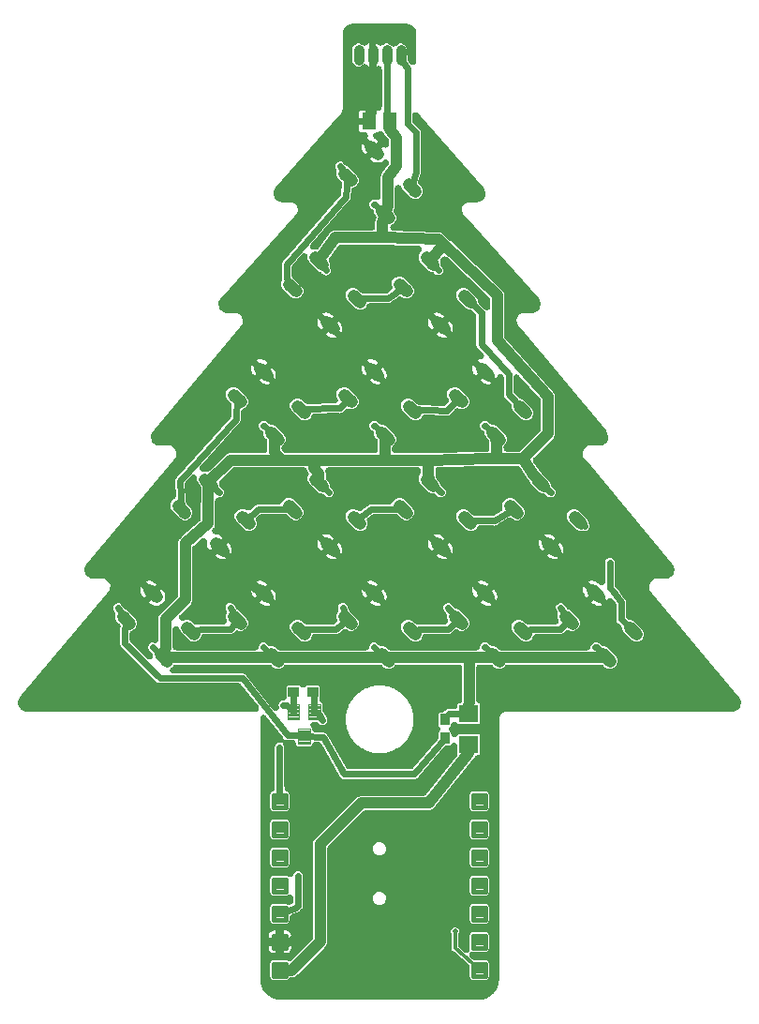
<source format=gtl>
G04 EAGLE Gerber RS-274X export*
G75*
%MOMM*%
%FSLAX34Y34*%
%LPD*%
%INTop Copper*%
%IPPOS*%
%AMOC8*
5,1,8,0,0,1.08239X$1,22.5*%
G01*
%ADD10R,1.300000X1.500000*%
%ADD11C,0.889000*%
%ADD12C,1.100000*%
%ADD13R,1.000000X0.900000*%
%ADD14R,0.900000X1.000000*%
%ADD15C,0.457200*%
%ADD16C,0.120000*%
%ADD17R,1.800000X1.600000*%
%ADD18C,0.609600*%
%ADD19C,0.502400*%
%ADD20C,1.016000*%
%ADD21C,0.304800*%

G36*
X390152Y2013D02*
X390152Y2013D01*
X390239Y2010D01*
X392578Y2194D01*
X392595Y2197D01*
X392612Y2197D01*
X392672Y2209D01*
X393065Y2273D01*
X393199Y2317D01*
X393281Y2334D01*
X397730Y3780D01*
X397856Y3832D01*
X397986Y3876D01*
X398057Y3916D01*
X398185Y3969D01*
X398530Y4185D01*
X398579Y4212D01*
X402364Y6962D01*
X402468Y7051D01*
X402578Y7133D01*
X402633Y7193D01*
X402738Y7283D01*
X403000Y7595D01*
X403038Y7636D01*
X405788Y11421D01*
X405859Y11538D01*
X405938Y11649D01*
X405972Y11724D01*
X406044Y11842D01*
X406197Y12219D01*
X406220Y12270D01*
X407666Y16719D01*
X407670Y16736D01*
X407677Y16752D01*
X407688Y16813D01*
X407780Y17199D01*
X407790Y17340D01*
X407806Y17422D01*
X407990Y19761D01*
X407989Y19913D01*
X407999Y20000D01*
X407999Y256876D01*
X409875Y260125D01*
X413124Y262001D01*
X618650Y262001D01*
X618889Y262020D01*
X618994Y262020D01*
X620106Y262147D01*
X620279Y262181D01*
X620453Y262207D01*
X620506Y262225D01*
X620590Y262242D01*
X621053Y262414D01*
X621077Y262428D01*
X621096Y262435D01*
X623096Y263409D01*
X623184Y263461D01*
X623276Y263504D01*
X623396Y263586D01*
X623521Y263660D01*
X623599Y263725D01*
X623683Y263783D01*
X623752Y263853D01*
X623899Y263976D01*
X624090Y264197D01*
X624161Y264269D01*
X625533Y266020D01*
X625589Y266105D01*
X625653Y266184D01*
X625725Y266311D01*
X625805Y266432D01*
X625846Y266525D01*
X625897Y266613D01*
X625928Y266708D01*
X626006Y266882D01*
X626081Y267164D01*
X626113Y267260D01*
X626580Y269435D01*
X626594Y269536D01*
X626616Y269635D01*
X626626Y269780D01*
X626645Y269924D01*
X626641Y270026D01*
X626648Y270128D01*
X626635Y270226D01*
X626629Y270417D01*
X626573Y270704D01*
X626560Y270804D01*
X626027Y272964D01*
X625972Y273131D01*
X625924Y273300D01*
X625898Y273350D01*
X625871Y273432D01*
X625641Y273868D01*
X625624Y273891D01*
X625615Y273908D01*
X625000Y274844D01*
X624853Y275033D01*
X624795Y275121D01*
X624402Y275592D01*
X546636Y368912D01*
X546635Y368912D01*
X545297Y370518D01*
X545204Y370630D01*
X543993Y372083D01*
X543471Y376124D01*
X545200Y379814D01*
X548638Y382001D01*
X558650Y382001D01*
X558889Y382020D01*
X558994Y382020D01*
X560106Y382147D01*
X560279Y382181D01*
X560453Y382207D01*
X560506Y382225D01*
X560590Y382242D01*
X561053Y382414D01*
X561077Y382428D01*
X561096Y382435D01*
X563096Y383409D01*
X563184Y383461D01*
X563276Y383504D01*
X563396Y383586D01*
X563521Y383660D01*
X563599Y383725D01*
X563683Y383783D01*
X563752Y383853D01*
X563899Y383976D01*
X564090Y384197D01*
X564161Y384269D01*
X565533Y386020D01*
X565589Y386105D01*
X565653Y386184D01*
X565725Y386311D01*
X565805Y386432D01*
X565846Y386525D01*
X565897Y386613D01*
X565928Y386708D01*
X566006Y386882D01*
X566081Y387164D01*
X566113Y387260D01*
X566580Y389435D01*
X566594Y389536D01*
X566616Y389635D01*
X566626Y389780D01*
X566645Y389924D01*
X566641Y390026D01*
X566648Y390128D01*
X566635Y390226D01*
X566629Y390417D01*
X566573Y390704D01*
X566560Y390804D01*
X566027Y392964D01*
X565972Y393131D01*
X565924Y393300D01*
X565898Y393350D01*
X565871Y393432D01*
X565641Y393868D01*
X565624Y393891D01*
X565615Y393908D01*
X565000Y394844D01*
X564853Y395033D01*
X564795Y395121D01*
X564087Y395970D01*
X564087Y395971D01*
X486636Y488912D01*
X486635Y488912D01*
X485297Y490518D01*
X485128Y490721D01*
X483993Y492083D01*
X483471Y496124D01*
X485200Y499814D01*
X488638Y502001D01*
X498650Y502001D01*
X498889Y502020D01*
X498994Y502020D01*
X500106Y502147D01*
X500279Y502181D01*
X500453Y502207D01*
X500506Y502225D01*
X500590Y502242D01*
X501053Y502414D01*
X501077Y502428D01*
X501096Y502435D01*
X503096Y503409D01*
X503184Y503461D01*
X503276Y503504D01*
X503396Y503586D01*
X503521Y503660D01*
X503599Y503725D01*
X503683Y503783D01*
X503752Y503853D01*
X503899Y503976D01*
X504090Y504197D01*
X504161Y504269D01*
X505533Y506020D01*
X505582Y506095D01*
X505609Y506128D01*
X505612Y506134D01*
X505653Y506184D01*
X505725Y506311D01*
X505805Y506432D01*
X505846Y506525D01*
X505897Y506613D01*
X505928Y506708D01*
X506006Y506882D01*
X506081Y507164D01*
X506113Y507260D01*
X506580Y509435D01*
X506594Y509536D01*
X506616Y509635D01*
X506626Y509780D01*
X506645Y509924D01*
X506641Y510026D01*
X506648Y510128D01*
X506635Y510226D01*
X506629Y510417D01*
X506573Y510704D01*
X506560Y510804D01*
X506027Y512964D01*
X505972Y513131D01*
X505924Y513300D01*
X505898Y513350D01*
X505871Y513432D01*
X505641Y513868D01*
X505624Y513891D01*
X505615Y513908D01*
X505000Y514844D01*
X504853Y515033D01*
X504795Y515121D01*
X504461Y515521D01*
X426636Y608912D01*
X426635Y608912D01*
X425297Y610518D01*
X425213Y610619D01*
X423993Y612083D01*
X423471Y616124D01*
X424961Y619305D01*
X425200Y619814D01*
X428638Y622001D01*
X437546Y622001D01*
X437791Y622021D01*
X437897Y622021D01*
X439027Y622152D01*
X439209Y622188D01*
X439391Y622216D01*
X439438Y622233D01*
X439511Y622248D01*
X439973Y622421D01*
X440007Y622440D01*
X440032Y622449D01*
X442057Y623455D01*
X442154Y623513D01*
X442256Y623563D01*
X442366Y623640D01*
X442480Y623709D01*
X442567Y623782D01*
X442659Y623848D01*
X442724Y623916D01*
X442856Y624028D01*
X443065Y624274D01*
X443130Y624342D01*
X444497Y626143D01*
X444558Y626238D01*
X444627Y626328D01*
X444691Y626446D01*
X444763Y626559D01*
X444807Y626663D01*
X444861Y626763D01*
X444889Y626853D01*
X444958Y627012D01*
X445036Y627325D01*
X445063Y627414D01*
X445487Y629635D01*
X445499Y629748D01*
X445521Y629859D01*
X445526Y629993D01*
X445540Y630126D01*
X445534Y630239D01*
X445538Y630352D01*
X445523Y630445D01*
X445513Y630618D01*
X445444Y630933D01*
X445429Y631026D01*
X444821Y633204D01*
X444758Y633377D01*
X444701Y633553D01*
X444677Y633596D01*
X444651Y633667D01*
X444408Y634096D01*
X444384Y634126D01*
X444371Y634149D01*
X443712Y635077D01*
X443554Y635265D01*
X443492Y635351D01*
X377422Y708763D01*
X376023Y710317D01*
X374925Y711537D01*
X374042Y714700D01*
X374658Y717925D01*
X376644Y720541D01*
X379585Y722001D01*
X387840Y722001D01*
X388084Y722020D01*
X388189Y722021D01*
X389315Y722150D01*
X389494Y722186D01*
X389674Y722214D01*
X389722Y722231D01*
X389799Y722246D01*
X390261Y722419D01*
X390292Y722437D01*
X390316Y722446D01*
X392335Y723443D01*
X392429Y723500D01*
X392529Y723547D01*
X392640Y723626D01*
X392758Y723696D01*
X392842Y723768D01*
X392932Y723831D01*
X392999Y723900D01*
X393135Y724015D01*
X393338Y724253D01*
X393405Y724323D01*
X394774Y726111D01*
X394834Y726204D01*
X394901Y726291D01*
X394967Y726411D01*
X395041Y726526D01*
X395085Y726627D01*
X395138Y726724D01*
X395167Y726815D01*
X395238Y726978D01*
X395315Y727282D01*
X395344Y727374D01*
X395779Y729583D01*
X395792Y729693D01*
X395814Y729801D01*
X395819Y729938D01*
X395835Y730074D01*
X395830Y730184D01*
X395834Y730294D01*
X395820Y730389D01*
X395811Y730566D01*
X395745Y730873D01*
X395731Y730968D01*
X395143Y733142D01*
X395081Y733314D01*
X395026Y733488D01*
X395002Y733533D01*
X394976Y733606D01*
X394736Y734038D01*
X394714Y734066D01*
X394702Y734088D01*
X394054Y735018D01*
X393899Y735206D01*
X393838Y735292D01*
X337385Y799273D01*
X336001Y800841D01*
X334771Y802236D01*
X334675Y802328D01*
X334586Y802427D01*
X334498Y802499D01*
X334416Y802578D01*
X334306Y802654D01*
X334202Y802737D01*
X334103Y802794D01*
X334010Y802858D01*
X333890Y802915D01*
X333774Y802981D01*
X333667Y803021D01*
X333564Y803070D01*
X333436Y803107D01*
X333311Y803153D01*
X333199Y803175D01*
X333090Y803206D01*
X332958Y803222D01*
X332827Y803248D01*
X332713Y803251D01*
X332600Y803265D01*
X332467Y803259D01*
X332334Y803263D01*
X332221Y803248D01*
X332107Y803243D01*
X331977Y803216D01*
X331845Y803199D01*
X331736Y803166D01*
X331624Y803142D01*
X331500Y803095D01*
X331372Y803056D01*
X331270Y803006D01*
X331164Y802965D01*
X331049Y802898D01*
X330929Y802839D01*
X330837Y802773D01*
X330738Y802716D01*
X330636Y802631D01*
X330527Y802554D01*
X330446Y802474D01*
X330358Y802401D01*
X330271Y802301D01*
X330176Y802207D01*
X330109Y802115D01*
X330034Y802029D01*
X329964Y801916D01*
X329886Y801808D01*
X329834Y801707D01*
X329774Y801610D01*
X329723Y801487D01*
X329663Y801368D01*
X329629Y801259D01*
X329586Y801154D01*
X329555Y801024D01*
X329515Y800897D01*
X329506Y800814D01*
X329473Y800674D01*
X329446Y800285D01*
X329439Y800220D01*
X329439Y795531D01*
X329448Y795417D01*
X329447Y795303D01*
X329468Y795172D01*
X329479Y795039D01*
X329506Y794929D01*
X329524Y794816D01*
X329565Y794689D01*
X329597Y794561D01*
X329642Y794456D01*
X329678Y794347D01*
X329740Y794229D01*
X329792Y794107D01*
X329853Y794011D01*
X329906Y793910D01*
X329965Y793836D01*
X330057Y793691D01*
X330273Y793449D01*
X330331Y793376D01*
X336401Y787306D01*
X337059Y785719D01*
X337059Y749800D01*
X337084Y749483D01*
X337087Y749388D01*
X337136Y749027D01*
X337135Y749025D01*
X337124Y748924D01*
X337073Y748637D01*
X337070Y748468D01*
X336921Y748109D01*
X336824Y747807D01*
X336789Y747718D01*
X334966Y740788D01*
X334964Y740776D01*
X334960Y740765D01*
X334921Y740534D01*
X334880Y740302D01*
X334880Y740290D01*
X334878Y740278D01*
X334876Y740043D01*
X334873Y739809D01*
X334875Y739797D01*
X334875Y739785D01*
X334911Y739553D01*
X334946Y739321D01*
X334949Y739310D01*
X334951Y739298D01*
X335024Y739075D01*
X335096Y738851D01*
X335102Y738840D01*
X335106Y738829D01*
X335213Y738623D01*
X335321Y738412D01*
X335328Y738402D01*
X335333Y738391D01*
X335363Y738354D01*
X335613Y738015D01*
X335709Y737921D01*
X335759Y737858D01*
X337913Y735704D01*
X338944Y733215D01*
X338944Y730521D01*
X337913Y728033D01*
X336009Y726128D01*
X333520Y725098D01*
X330827Y725098D01*
X328338Y726128D01*
X320069Y734397D01*
X319553Y735643D01*
X319488Y735770D01*
X319432Y735901D01*
X319376Y735989D01*
X319328Y736082D01*
X319243Y736197D01*
X319167Y736317D01*
X319097Y736395D01*
X319035Y736479D01*
X318933Y736578D01*
X318838Y736685D01*
X318757Y736751D01*
X318682Y736823D01*
X318565Y736905D01*
X318454Y736995D01*
X318364Y737046D01*
X318278Y737106D01*
X318150Y737168D01*
X318026Y737239D01*
X317928Y737275D01*
X317834Y737320D01*
X317697Y737361D01*
X317563Y737410D01*
X317461Y737430D01*
X317360Y737460D01*
X317219Y737478D01*
X317079Y737505D01*
X316975Y737508D01*
X316871Y737521D01*
X316728Y737516D01*
X316586Y737520D01*
X316482Y737507D01*
X316378Y737503D01*
X316238Y737475D01*
X316097Y737456D01*
X315997Y737426D01*
X315894Y737405D01*
X315761Y737355D01*
X315624Y737313D01*
X315531Y737268D01*
X315433Y737231D01*
X315309Y737159D01*
X315181Y737097D01*
X315096Y737036D01*
X315006Y736984D01*
X314895Y736894D01*
X314779Y736811D01*
X314705Y736738D01*
X314624Y736671D01*
X314529Y736564D01*
X314428Y736464D01*
X314367Y736380D01*
X314297Y736302D01*
X314221Y736181D01*
X314138Y736066D01*
X314091Y735972D01*
X314035Y735884D01*
X313979Y735752D01*
X313915Y735625D01*
X313884Y735526D01*
X313843Y735429D01*
X313810Y735291D01*
X313767Y735155D01*
X313758Y735077D01*
X313728Y734950D01*
X313695Y734517D01*
X313691Y734477D01*
X313691Y719270D01*
X313706Y719078D01*
X313705Y718979D01*
X313785Y718148D01*
X313767Y718092D01*
X313756Y717997D01*
X313718Y717824D01*
X313706Y717594D01*
X313380Y716806D01*
X313321Y716622D01*
X313281Y716531D01*
X312814Y715006D01*
X312799Y714935D01*
X312775Y714866D01*
X312746Y714695D01*
X312709Y714525D01*
X312705Y714452D01*
X312693Y714380D01*
X312692Y714206D01*
X312682Y714032D01*
X312690Y713959D01*
X312690Y713887D01*
X312717Y713715D01*
X312735Y713541D01*
X312755Y713471D01*
X312766Y713399D01*
X312821Y713234D01*
X312867Y713066D01*
X312898Y713000D01*
X312920Y712931D01*
X313001Y712776D01*
X313074Y712618D01*
X313115Y712558D01*
X313148Y712493D01*
X313214Y712410D01*
X313350Y712209D01*
X313508Y712042D01*
X313574Y711960D01*
X313872Y711662D01*
X314902Y709173D01*
X314902Y706480D01*
X313872Y703991D01*
X311967Y702087D01*
X311466Y701879D01*
X311384Y701837D01*
X311297Y701803D01*
X311165Y701725D01*
X311027Y701654D01*
X310953Y701599D01*
X310873Y701552D01*
X310755Y701453D01*
X310631Y701361D01*
X310566Y701295D01*
X310494Y701235D01*
X310394Y701119D01*
X310286Y701008D01*
X310233Y700932D01*
X310172Y700862D01*
X310092Y700730D01*
X310003Y700604D01*
X309963Y700521D01*
X309914Y700441D01*
X309856Y700298D01*
X309789Y700160D01*
X309763Y700070D01*
X309728Y699985D01*
X309693Y699835D01*
X309650Y699686D01*
X309638Y699594D01*
X309617Y699504D01*
X309607Y699350D01*
X309588Y699197D01*
X309592Y699104D01*
X309586Y699011D01*
X309601Y698858D01*
X309607Y698704D01*
X309625Y698613D01*
X309634Y698520D01*
X309674Y698372D01*
X309704Y698220D01*
X309737Y698134D01*
X309761Y698044D01*
X309824Y697903D01*
X309879Y697759D01*
X309925Y697678D01*
X309963Y697594D01*
X310048Y697465D01*
X310126Y697332D01*
X310185Y697260D01*
X310236Y697182D01*
X310340Y697069D01*
X310438Y696950D01*
X310508Y696888D01*
X310571Y696820D01*
X310692Y696725D01*
X310808Y696623D01*
X310887Y696574D01*
X310960Y696517D01*
X311095Y696443D01*
X311226Y696361D01*
X311311Y696325D01*
X311393Y696280D01*
X311538Y696229D01*
X311680Y696169D01*
X311770Y696148D01*
X311858Y696117D01*
X311959Y696102D01*
X312160Y696054D01*
X312430Y696033D01*
X312533Y696018D01*
X329680Y695458D01*
X353000Y694696D01*
X353106Y694701D01*
X353173Y694695D01*
X354255Y694722D01*
X354334Y694698D01*
X354446Y694684D01*
X355436Y694236D01*
X355537Y694199D01*
X355597Y694168D01*
X356606Y693779D01*
X356670Y693727D01*
X356768Y693671D01*
X357511Y692878D01*
X357590Y692806D01*
X357634Y692754D01*
X361223Y689335D01*
X361224Y689335D01*
X362499Y688120D01*
X362531Y688094D01*
X362551Y688073D01*
X363600Y687118D01*
X363751Y686932D01*
X363814Y686876D01*
X363850Y686834D01*
X409512Y643346D01*
X409682Y643208D01*
X409851Y643067D01*
X409858Y643063D01*
X410810Y642112D01*
X410843Y642083D01*
X410863Y642060D01*
X411753Y641212D01*
X412224Y640076D01*
X412244Y640037D01*
X412253Y640008D01*
X412751Y638884D01*
X412751Y637654D01*
X412754Y637611D01*
X412752Y637580D01*
X412786Y636179D01*
X412754Y635924D01*
X412757Y635843D01*
X412751Y635789D01*
X412751Y600506D01*
X412753Y600472D01*
X412751Y600438D01*
X412773Y600226D01*
X412791Y600015D01*
X412799Y599982D01*
X412802Y599948D01*
X412858Y599742D01*
X412909Y599536D01*
X412923Y599504D01*
X412932Y599472D01*
X413020Y599278D01*
X413104Y599082D01*
X413122Y599054D01*
X413136Y599023D01*
X413188Y598950D01*
X413369Y598666D01*
X413479Y598543D01*
X413533Y598468D01*
X456675Y550532D01*
X456746Y550465D01*
X456785Y550416D01*
X457569Y549632D01*
X457595Y549582D01*
X457652Y549505D01*
X458024Y548452D01*
X458064Y548362D01*
X458082Y548302D01*
X458506Y547278D01*
X458511Y547222D01*
X458534Y547129D01*
X458475Y546013D01*
X458478Y545915D01*
X458471Y545853D01*
X458471Y511817D01*
X457504Y509483D01*
X455289Y507267D01*
X439262Y491240D01*
X439236Y491210D01*
X439207Y491184D01*
X439077Y491023D01*
X438942Y490864D01*
X438922Y490831D01*
X438897Y490800D01*
X438795Y490620D01*
X438688Y490442D01*
X438673Y490405D01*
X438653Y490371D01*
X438581Y490176D01*
X438505Y489984D01*
X438496Y489945D01*
X438482Y489908D01*
X438443Y489704D01*
X438398Y489502D01*
X438396Y489463D01*
X438388Y489424D01*
X438382Y489217D01*
X438370Y489010D01*
X438374Y488970D01*
X438373Y488931D01*
X438400Y488725D01*
X438422Y488519D01*
X438433Y488481D01*
X438438Y488442D01*
X438498Y488243D01*
X438553Y488043D01*
X438569Y488007D01*
X438581Y487969D01*
X438625Y487886D01*
X438759Y487595D01*
X438856Y487450D01*
X438900Y487367D01*
X443638Y480432D01*
X443781Y480255D01*
X443840Y480168D01*
X446095Y477534D01*
X446201Y477429D01*
X446255Y477362D01*
X453972Y469645D01*
X455003Y467156D01*
X455003Y466701D01*
X455015Y466558D01*
X455016Y466415D01*
X455034Y466313D01*
X455043Y466209D01*
X455077Y466070D01*
X455102Y465929D01*
X455137Y465831D01*
X455162Y465730D01*
X455218Y465599D01*
X455265Y465464D01*
X455315Y465373D01*
X455356Y465277D01*
X455433Y465156D01*
X455501Y465031D01*
X455551Y464970D01*
X455621Y464861D01*
X455912Y464535D01*
X455937Y464506D01*
X458274Y462255D01*
X458962Y460681D01*
X458994Y458963D01*
X458367Y457364D01*
X457175Y456126D01*
X455601Y455438D01*
X453883Y455406D01*
X452284Y456033D01*
X450046Y458187D01*
X449980Y458241D01*
X449920Y458301D01*
X449790Y458397D01*
X449664Y458499D01*
X449591Y458542D01*
X449522Y458592D01*
X449377Y458665D01*
X449237Y458745D01*
X449157Y458776D01*
X449081Y458814D01*
X448927Y458863D01*
X448776Y458920D01*
X448692Y458937D01*
X448611Y458962D01*
X448507Y458974D01*
X448292Y459017D01*
X448038Y459027D01*
X447933Y459039D01*
X446885Y459039D01*
X444397Y460069D01*
X436128Y468338D01*
X435265Y470423D01*
X435201Y470547D01*
X435147Y470675D01*
X435102Y470741D01*
X435040Y470862D01*
X434947Y470988D01*
X434923Y471028D01*
X434859Y471107D01*
X434792Y471197D01*
X434764Y471239D01*
X434733Y471275D01*
X434668Y471339D01*
X434611Y471410D01*
X434532Y471475D01*
X434383Y471623D01*
X434169Y471775D01*
X433728Y472421D01*
X433585Y472598D01*
X433526Y472684D01*
X433025Y473269D01*
X433001Y473350D01*
X432953Y473441D01*
X432872Y473634D01*
X432731Y473860D01*
X432682Y473953D01*
X426815Y482541D01*
X426720Y482658D01*
X426633Y482781D01*
X426565Y482849D01*
X426504Y482924D01*
X426392Y483025D01*
X426286Y483132D01*
X426208Y483189D01*
X426136Y483253D01*
X426009Y483334D01*
X425887Y483422D01*
X425801Y483466D01*
X425720Y483517D01*
X425581Y483577D01*
X425447Y483645D01*
X425355Y483674D01*
X425266Y483711D01*
X425120Y483748D01*
X424976Y483793D01*
X424903Y483801D01*
X424787Y483830D01*
X424306Y483868D01*
X424299Y483869D01*
X406727Y483869D01*
X406595Y483859D01*
X406515Y483862D01*
X405539Y483794D01*
X405473Y483801D01*
X405357Y483830D01*
X404877Y483868D01*
X404869Y483869D01*
X398887Y483869D01*
X398846Y483866D01*
X398817Y483868D01*
X353270Y482833D01*
X353067Y482812D01*
X352862Y482797D01*
X352821Y482787D01*
X352780Y482782D01*
X352582Y482729D01*
X352383Y482680D01*
X352344Y482664D01*
X352304Y482653D01*
X352118Y482568D01*
X351929Y482488D01*
X351893Y482465D01*
X351855Y482448D01*
X351685Y482334D01*
X351511Y482225D01*
X351480Y482197D01*
X351445Y482173D01*
X351295Y482033D01*
X351142Y481898D01*
X351115Y481865D01*
X351085Y481836D01*
X350959Y481674D01*
X350830Y481515D01*
X350809Y481479D01*
X350783Y481446D01*
X350686Y481265D01*
X350584Y481088D01*
X350569Y481049D01*
X350549Y481011D01*
X350482Y480818D01*
X350410Y480626D01*
X350402Y480585D01*
X350388Y480545D01*
X350353Y480344D01*
X350313Y480142D01*
X350313Y480108D01*
X350304Y480059D01*
X350300Y479566D01*
X350310Y479503D01*
X350310Y479460D01*
X350938Y473633D01*
X350975Y473439D01*
X351005Y473244D01*
X351021Y473197D01*
X351030Y473148D01*
X351098Y472963D01*
X351160Y472775D01*
X351182Y472731D01*
X351199Y472685D01*
X351296Y472512D01*
X351387Y472337D01*
X351412Y472306D01*
X351441Y472255D01*
X351749Y471869D01*
X351790Y471833D01*
X351813Y471804D01*
X353972Y469645D01*
X355024Y467104D01*
X355033Y466962D01*
X355040Y466930D01*
X355043Y466897D01*
X355094Y466689D01*
X355141Y466481D01*
X355154Y466450D01*
X355162Y466418D01*
X355246Y466221D01*
X355326Y466023D01*
X355343Y465995D01*
X355356Y465964D01*
X355471Y465785D01*
X355582Y465602D01*
X355600Y465581D01*
X355621Y465548D01*
X355950Y465181D01*
X356008Y465134D01*
X356041Y465097D01*
X359093Y462421D01*
X359853Y460880D01*
X359966Y459165D01*
X359413Y457538D01*
X358281Y456247D01*
X356740Y455487D01*
X355025Y455374D01*
X353398Y455927D01*
X350712Y458283D01*
X350700Y458291D01*
X350690Y458301D01*
X350503Y458438D01*
X350316Y458577D01*
X350303Y458583D01*
X350291Y458592D01*
X350084Y458696D01*
X349877Y458803D01*
X349864Y458808D01*
X349851Y458814D01*
X349628Y458884D01*
X349408Y458956D01*
X349394Y458958D01*
X349380Y458962D01*
X349326Y458968D01*
X348921Y459031D01*
X348784Y459030D01*
X348703Y459039D01*
X346885Y459039D01*
X344397Y460069D01*
X336128Y468338D01*
X335098Y470827D01*
X335098Y473520D01*
X336128Y476009D01*
X336703Y476583D01*
X336722Y476606D01*
X336746Y476627D01*
X336883Y476795D01*
X337022Y476959D01*
X337038Y476985D01*
X337057Y477009D01*
X337165Y477197D01*
X337277Y477381D01*
X337288Y477410D01*
X337303Y477437D01*
X337380Y477639D01*
X337460Y477839D01*
X337466Y477870D01*
X337477Y477898D01*
X337520Y478109D01*
X337567Y478321D01*
X337568Y478352D01*
X337574Y478382D01*
X337575Y478467D01*
X337594Y478814D01*
X337577Y478974D01*
X337578Y479064D01*
X337490Y479878D01*
X337460Y480035D01*
X337439Y480193D01*
X337414Y480277D01*
X337397Y480363D01*
X337343Y480513D01*
X337297Y480666D01*
X337258Y480744D01*
X337228Y480826D01*
X337150Y480966D01*
X337080Y481109D01*
X337029Y481180D01*
X336986Y481256D01*
X336887Y481381D01*
X336794Y481511D01*
X336733Y481573D01*
X336678Y481642D01*
X336560Y481749D01*
X336448Y481862D01*
X336377Y481913D01*
X336312Y481972D01*
X336178Y482059D01*
X336049Y482152D01*
X335971Y482192D01*
X335897Y482239D01*
X335751Y482303D01*
X335608Y482375D01*
X335525Y482401D01*
X335445Y482436D01*
X335290Y482475D01*
X335138Y482523D01*
X335071Y482531D01*
X334966Y482557D01*
X334475Y482599D01*
X334466Y482599D01*
X334460Y482599D01*
X306636Y482599D01*
X306493Y482588D01*
X304789Y482599D01*
X304777Y482598D01*
X304768Y482599D01*
X254039Y482599D01*
X253859Y482585D01*
X253679Y482578D01*
X253614Y482565D01*
X253548Y482559D01*
X253373Y482516D01*
X253196Y482480D01*
X253133Y482457D01*
X253069Y482441D01*
X252903Y482369D01*
X252734Y482306D01*
X252677Y482272D01*
X252615Y482246D01*
X252463Y482149D01*
X252307Y482059D01*
X252255Y482017D01*
X252199Y481981D01*
X252065Y481861D01*
X251925Y481746D01*
X251881Y481697D01*
X251832Y481652D01*
X251718Y481512D01*
X251599Y481377D01*
X251563Y481320D01*
X251522Y481268D01*
X251432Y481112D01*
X251336Y480959D01*
X251311Y480898D01*
X251278Y480840D01*
X251215Y480670D01*
X251145Y480504D01*
X251129Y480440D01*
X251106Y480377D01*
X251071Y480200D01*
X251029Y480025D01*
X251024Y479958D01*
X251011Y479893D01*
X251006Y479713D01*
X250992Y479533D01*
X250998Y479466D01*
X250996Y479400D01*
X251019Y479221D01*
X251035Y479041D01*
X251050Y478991D01*
X251060Y478911D01*
X251203Y478439D01*
X251218Y478408D01*
X251224Y478386D01*
X251409Y477938D01*
X251409Y477880D01*
X251427Y477785D01*
X251441Y477608D01*
X251497Y477383D01*
X251415Y476536D01*
X251412Y476343D01*
X251401Y476244D01*
X251401Y473478D01*
X251410Y473364D01*
X251410Y473250D01*
X251430Y473119D01*
X251441Y472986D01*
X251468Y472876D01*
X251486Y472763D01*
X251528Y472636D01*
X251560Y472508D01*
X251605Y472403D01*
X251640Y472294D01*
X251702Y472176D01*
X251754Y472054D01*
X251815Y471958D01*
X251868Y471857D01*
X251927Y471783D01*
X252019Y471638D01*
X252236Y471396D01*
X252294Y471323D01*
X253972Y469645D01*
X255003Y467156D01*
X255003Y466147D01*
X255010Y466059D01*
X255008Y465970D01*
X255030Y465813D01*
X255043Y465656D01*
X255064Y465569D01*
X255077Y465481D01*
X255124Y465330D01*
X255162Y465177D01*
X255197Y465095D01*
X255223Y465010D01*
X255294Y464869D01*
X255356Y464723D01*
X255404Y464648D01*
X255444Y464569D01*
X255507Y464487D01*
X255621Y464307D01*
X255796Y464112D01*
X255860Y464029D01*
X257701Y462125D01*
X258332Y460527D01*
X258304Y458809D01*
X257620Y457233D01*
X256385Y456039D01*
X254787Y455408D01*
X253069Y455436D01*
X251493Y456120D01*
X249568Y458110D01*
X249463Y458202D01*
X249365Y458301D01*
X249278Y458365D01*
X249197Y458436D01*
X249079Y458510D01*
X248966Y458592D01*
X248870Y458640D01*
X248779Y458697D01*
X248650Y458751D01*
X248526Y458814D01*
X248423Y458846D01*
X248324Y458888D01*
X248189Y458920D01*
X248055Y458962D01*
X247975Y458971D01*
X247844Y459003D01*
X247427Y459033D01*
X247378Y459039D01*
X246885Y459039D01*
X244397Y460069D01*
X236128Y468338D01*
X235098Y470827D01*
X235098Y473520D01*
X235809Y475237D01*
X235875Y475444D01*
X235947Y475652D01*
X235951Y475680D01*
X235960Y475707D01*
X235993Y475923D01*
X236029Y476138D01*
X236029Y476166D01*
X236034Y476195D01*
X236031Y476413D01*
X236032Y476631D01*
X236028Y476659D01*
X236027Y476688D01*
X235989Y476903D01*
X235956Y477119D01*
X235947Y477146D01*
X235942Y477174D01*
X235869Y477380D01*
X235801Y477587D01*
X235788Y477612D01*
X235779Y477639D01*
X235674Y477832D01*
X235573Y478025D01*
X235559Y478043D01*
X235543Y478073D01*
X235240Y478462D01*
X235239Y478463D01*
X235214Y478525D01*
X235161Y478605D01*
X235080Y478763D01*
X234943Y478950D01*
X234694Y479764D01*
X234623Y479943D01*
X234595Y480039D01*
X234314Y480718D01*
X234214Y480913D01*
X234118Y481109D01*
X234102Y481132D01*
X234089Y481157D01*
X233959Y481333D01*
X233833Y481511D01*
X233813Y481531D01*
X233796Y481554D01*
X233639Y481707D01*
X233486Y481862D01*
X233463Y481879D01*
X233443Y481899D01*
X233264Y482024D01*
X233087Y482152D01*
X233062Y482165D01*
X233039Y482181D01*
X232842Y482276D01*
X232647Y482375D01*
X232620Y482383D01*
X232594Y482396D01*
X232385Y482457D01*
X232176Y482523D01*
X232153Y482526D01*
X232121Y482535D01*
X231631Y482596D01*
X231551Y482593D01*
X231499Y482599D01*
X212208Y482599D01*
X212135Y482593D01*
X212061Y482596D01*
X211957Y482579D01*
X211716Y482559D01*
X211492Y482504D01*
X211422Y482492D01*
X210719Y482577D01*
X210458Y482588D01*
X210354Y482599D01*
X168980Y482599D01*
X168870Y482590D01*
X168759Y482591D01*
X168624Y482570D01*
X168489Y482559D01*
X168381Y482533D01*
X168272Y482516D01*
X168142Y482473D01*
X168010Y482441D01*
X167908Y482397D01*
X167803Y482363D01*
X167682Y482300D01*
X167556Y482246D01*
X167463Y482187D01*
X167365Y482136D01*
X167290Y482076D01*
X167140Y481981D01*
X166905Y481771D01*
X166830Y481712D01*
X155634Y470566D01*
X155490Y470397D01*
X155343Y470231D01*
X155330Y470210D01*
X155313Y470191D01*
X155198Y470000D01*
X155080Y469813D01*
X155071Y469790D01*
X155058Y469769D01*
X154975Y469562D01*
X154889Y469358D01*
X154883Y469334D01*
X154874Y469311D01*
X154825Y469094D01*
X154773Y468879D01*
X154771Y468854D01*
X154766Y468830D01*
X154753Y468608D01*
X154736Y468387D01*
X154739Y468362D01*
X154737Y468337D01*
X154760Y468116D01*
X154779Y467895D01*
X154785Y467876D01*
X154788Y467846D01*
X154918Y467370D01*
X154953Y467293D01*
X154968Y467240D01*
X155003Y467156D01*
X155003Y466917D01*
X155016Y466753D01*
X155021Y466588D01*
X155036Y466507D01*
X155043Y466425D01*
X155083Y466265D01*
X155114Y466103D01*
X155142Y466026D01*
X155162Y465947D01*
X155227Y465795D01*
X155283Y465640D01*
X155324Y465569D01*
X155356Y465493D01*
X155445Y465354D01*
X155526Y465210D01*
X155567Y465162D01*
X155621Y465077D01*
X155950Y464709D01*
X155962Y464700D01*
X155968Y464692D01*
X158518Y462307D01*
X159228Y460743D01*
X159285Y459025D01*
X158681Y457417D01*
X157507Y456162D01*
X155943Y455452D01*
X154226Y455395D01*
X154212Y455393D01*
X154198Y455394D01*
X153968Y455365D01*
X153736Y455339D01*
X153722Y455335D01*
X153708Y455333D01*
X153486Y455268D01*
X153261Y455204D01*
X153248Y455198D01*
X153235Y455194D01*
X153026Y455094D01*
X152815Y454995D01*
X152803Y454987D01*
X152790Y454980D01*
X152601Y454848D01*
X152408Y454716D01*
X152397Y454706D01*
X152386Y454698D01*
X152219Y454536D01*
X152051Y454375D01*
X152042Y454364D01*
X152032Y454354D01*
X151895Y454168D01*
X151754Y453981D01*
X151747Y453969D01*
X151739Y453957D01*
X151632Y453749D01*
X151524Y453544D01*
X151520Y453531D01*
X151513Y453518D01*
X151442Y453297D01*
X151368Y453076D01*
X151366Y453062D01*
X151362Y453049D01*
X151355Y452995D01*
X151290Y452589D01*
X151290Y452452D01*
X151280Y452372D01*
X151142Y433335D01*
X151154Y433169D01*
X151158Y433003D01*
X151171Y432942D01*
X151178Y432843D01*
X151207Y432726D01*
X151135Y431656D01*
X151137Y431544D01*
X151129Y431475D01*
X151121Y430407D01*
X151091Y430315D01*
X151072Y430196D01*
X150596Y429235D01*
X150555Y429131D01*
X150521Y429070D01*
X150105Y428086D01*
X150042Y428013D01*
X149979Y427911D01*
X149592Y427572D01*
X149495Y427472D01*
X149391Y427379D01*
X149323Y427295D01*
X149248Y427218D01*
X149168Y427104D01*
X149081Y426995D01*
X149028Y426902D01*
X148966Y426813D01*
X148906Y426687D01*
X148837Y426566D01*
X148799Y426465D01*
X148753Y426368D01*
X148714Y426235D01*
X148665Y426104D01*
X148645Y425998D01*
X148614Y425895D01*
X148597Y425756D01*
X148570Y425620D01*
X148567Y425512D01*
X148554Y425405D01*
X148559Y425266D01*
X148555Y425126D01*
X148569Y425020D01*
X148573Y424912D01*
X148601Y424776D01*
X148620Y424637D01*
X148651Y424534D01*
X148672Y424429D01*
X148722Y424299D01*
X148762Y424165D01*
X148809Y424068D01*
X148848Y423968D01*
X148918Y423847D01*
X148979Y423722D01*
X149041Y423634D01*
X149095Y423541D01*
X149184Y423433D01*
X149264Y423320D01*
X149340Y423243D01*
X149408Y423160D01*
X149513Y423068D01*
X149611Y422969D01*
X149698Y422905D01*
X149779Y422834D01*
X149897Y422760D01*
X150010Y422678D01*
X150106Y422630D01*
X150197Y422573D01*
X150326Y422519D01*
X150450Y422456D01*
X150553Y422424D01*
X150652Y422382D01*
X150787Y422350D01*
X150921Y422308D01*
X151001Y422299D01*
X151132Y422267D01*
X151550Y422237D01*
X151599Y422231D01*
X152401Y422231D01*
X153651Y422033D01*
X154854Y421642D01*
X155982Y421068D01*
X157006Y420324D01*
X158481Y418849D01*
X152795Y413164D01*
X152795Y413163D01*
X147109Y407478D01*
X145635Y408952D01*
X144891Y409976D01*
X144316Y411104D01*
X143925Y412308D01*
X143727Y413558D01*
X143727Y414823D01*
X143811Y415354D01*
X143824Y415530D01*
X143846Y415704D01*
X143843Y415775D01*
X143849Y415846D01*
X143833Y416022D01*
X143827Y416197D01*
X143812Y416267D01*
X143806Y416338D01*
X143763Y416508D01*
X143728Y416681D01*
X143703Y416747D01*
X143685Y416816D01*
X143615Y416977D01*
X143552Y417142D01*
X143517Y417203D01*
X143488Y417268D01*
X143393Y417416D01*
X143305Y417568D01*
X143260Y417623D01*
X143221Y417683D01*
X143103Y417813D01*
X142992Y417950D01*
X142938Y417997D01*
X142891Y418049D01*
X142753Y418159D01*
X142621Y418275D01*
X142561Y418313D01*
X142505Y418357D01*
X142352Y418444D01*
X142203Y418537D01*
X142137Y418564D01*
X142075Y418599D01*
X141910Y418660D01*
X141748Y418728D01*
X141679Y418744D01*
X141612Y418768D01*
X141439Y418801D01*
X141268Y418842D01*
X141197Y418847D01*
X141127Y418861D01*
X140952Y418865D01*
X140776Y418878D01*
X140705Y418872D01*
X140634Y418874D01*
X140460Y418850D01*
X140285Y418834D01*
X140216Y418816D01*
X140145Y418807D01*
X139977Y418755D01*
X139807Y418711D01*
X139742Y418683D01*
X139674Y418662D01*
X139516Y418584D01*
X139355Y418513D01*
X139309Y418481D01*
X139232Y418443D01*
X138831Y418155D01*
X138811Y418136D01*
X138795Y418124D01*
X131851Y412049D01*
X131701Y411894D01*
X131548Y411743D01*
X131530Y411718D01*
X131508Y411695D01*
X131385Y411518D01*
X131258Y411344D01*
X131243Y411316D01*
X131225Y411290D01*
X131132Y411096D01*
X131035Y410904D01*
X131026Y410874D01*
X131012Y410845D01*
X130952Y410639D01*
X130887Y410433D01*
X130884Y410407D01*
X130874Y410372D01*
X130813Y409882D01*
X130816Y409806D01*
X130811Y409756D01*
X130811Y361957D01*
X129844Y359623D01*
X127629Y357408D01*
X119524Y349303D01*
X119432Y349194D01*
X119332Y349092D01*
X119273Y349007D01*
X119205Y348927D01*
X119131Y348805D01*
X119050Y348688D01*
X119004Y348594D01*
X118950Y348505D01*
X118897Y348372D01*
X118835Y348244D01*
X118806Y348143D01*
X118767Y348046D01*
X118736Y347907D01*
X118696Y347771D01*
X118683Y347667D01*
X118660Y347565D01*
X118652Y347422D01*
X118635Y347281D01*
X118639Y347177D01*
X118633Y347072D01*
X118648Y346930D01*
X118653Y346788D01*
X118674Y346686D01*
X118685Y346582D01*
X118723Y346444D01*
X118751Y346305D01*
X118788Y346207D01*
X118816Y346106D01*
X118875Y345976D01*
X118925Y345843D01*
X118978Y345753D01*
X119021Y345658D01*
X119101Y345539D01*
X119172Y345416D01*
X119238Y345335D01*
X119297Y345248D01*
X119395Y345144D01*
X119485Y345034D01*
X119563Y344965D01*
X119635Y344889D01*
X119748Y344802D01*
X119854Y344708D01*
X119943Y344652D01*
X120026Y344588D01*
X120152Y344521D01*
X120272Y344445D01*
X120368Y344405D01*
X120461Y344355D01*
X120596Y344309D01*
X120727Y344254D01*
X120828Y344229D01*
X120927Y344195D01*
X121068Y344171D01*
X121206Y344138D01*
X121311Y344130D01*
X121414Y344113D01*
X121556Y344112D01*
X121698Y344101D01*
X121802Y344110D01*
X121907Y344110D01*
X122048Y344132D01*
X122190Y344144D01*
X122265Y344166D01*
X122394Y344186D01*
X122807Y344322D01*
X122845Y344333D01*
X124463Y345003D01*
X127156Y345003D01*
X129645Y343972D01*
X132492Y341125D01*
X132552Y341074D01*
X132606Y341016D01*
X132634Y340995D01*
X132646Y340983D01*
X132733Y340919D01*
X132739Y340915D01*
X132867Y340806D01*
X132936Y340765D01*
X132998Y340717D01*
X133146Y340638D01*
X133290Y340551D01*
X133364Y340522D01*
X133434Y340485D01*
X133593Y340430D01*
X133748Y340368D01*
X133825Y340351D01*
X133901Y340325D01*
X134066Y340298D01*
X134230Y340261D01*
X134309Y340257D01*
X134387Y340244D01*
X134492Y340247D01*
X134722Y340234D01*
X134964Y340259D01*
X135069Y340262D01*
X138171Y340697D01*
X138215Y340707D01*
X138259Y340710D01*
X138354Y340738D01*
X138653Y340805D01*
X138812Y340869D01*
X139187Y340869D01*
X139519Y340896D01*
X139609Y340898D01*
X139956Y340947D01*
X139961Y340945D01*
X140059Y340934D01*
X140360Y340881D01*
X140543Y340880D01*
X140639Y340869D01*
X158946Y340869D01*
X159126Y340883D01*
X159306Y340890D01*
X159371Y340903D01*
X159438Y340909D01*
X159613Y340952D01*
X159790Y340988D01*
X159852Y341011D01*
X159916Y341027D01*
X160082Y341099D01*
X160251Y341162D01*
X160309Y341196D01*
X160370Y341222D01*
X160522Y341319D01*
X160678Y341409D01*
X160730Y341451D01*
X160786Y341487D01*
X160920Y341607D01*
X161060Y341722D01*
X161104Y341771D01*
X161154Y341816D01*
X161267Y341956D01*
X161387Y342091D01*
X161422Y342148D01*
X161464Y342200D01*
X161553Y342356D01*
X161649Y342509D01*
X161675Y342570D01*
X161708Y342628D01*
X161771Y342798D01*
X161841Y342964D01*
X161856Y343028D01*
X161879Y343091D01*
X161914Y343268D01*
X161956Y343443D01*
X161961Y343510D01*
X161974Y343575D01*
X161980Y343755D01*
X161993Y343935D01*
X161987Y344002D01*
X161989Y344068D01*
X161966Y344247D01*
X161950Y344427D01*
X161935Y344477D01*
X161925Y344557D01*
X161782Y345029D01*
X161768Y345060D01*
X161761Y345082D01*
X161056Y346785D01*
X161056Y349478D01*
X161562Y350701D01*
X161575Y350740D01*
X161593Y350777D01*
X161650Y350975D01*
X161714Y351171D01*
X161720Y351211D01*
X161731Y351250D01*
X161756Y351454D01*
X161787Y351659D01*
X161787Y351700D01*
X161792Y351740D01*
X161784Y351946D01*
X161781Y352152D01*
X161774Y352192D01*
X161772Y352233D01*
X161731Y352434D01*
X161695Y352638D01*
X161682Y352676D01*
X161674Y352716D01*
X161637Y352804D01*
X161532Y353103D01*
X161448Y353258D01*
X161412Y353346D01*
X160907Y354256D01*
X160712Y355963D01*
X161185Y357615D01*
X162254Y358960D01*
X163756Y359793D01*
X165463Y359988D01*
X167115Y359515D01*
X168460Y358446D01*
X170284Y355159D01*
X170388Y355003D01*
X170485Y354843D01*
X170524Y354798D01*
X170557Y354748D01*
X170685Y354611D01*
X170807Y354469D01*
X170853Y354431D01*
X170893Y354387D01*
X171042Y354272D01*
X171185Y354152D01*
X171227Y354129D01*
X171283Y354085D01*
X171645Y353889D01*
X179931Y345603D01*
X180961Y343115D01*
X180961Y340421D01*
X179931Y337932D01*
X178026Y336028D01*
X175537Y334997D01*
X172844Y334997D01*
X172470Y335152D01*
X172262Y335219D01*
X172055Y335290D01*
X172027Y335294D01*
X172000Y335303D01*
X171784Y335336D01*
X171569Y335372D01*
X171541Y335373D01*
X171513Y335377D01*
X171294Y335374D01*
X171076Y335375D01*
X171048Y335371D01*
X171019Y335371D01*
X170803Y335333D01*
X170588Y335299D01*
X170561Y335290D01*
X170533Y335285D01*
X170327Y335213D01*
X170120Y335144D01*
X170095Y335131D01*
X170068Y335122D01*
X169876Y335017D01*
X169682Y334917D01*
X169664Y334902D01*
X169634Y334886D01*
X169245Y334583D01*
X169190Y334524D01*
X169149Y334491D01*
X168604Y333946D01*
X168284Y333570D01*
X168275Y333554D01*
X168266Y333545D01*
X168138Y333363D01*
X168101Y333339D01*
X167707Y333042D01*
X167631Y332963D01*
X167578Y332920D01*
X167546Y332889D01*
X167341Y332804D01*
X166902Y332579D01*
X166887Y332568D01*
X166875Y332562D01*
X166687Y332443D01*
X166643Y332435D01*
X166166Y332311D01*
X166066Y332267D01*
X166000Y332248D01*
X165959Y332231D01*
X165736Y332231D01*
X165245Y332191D01*
X165227Y332187D01*
X165214Y332186D01*
X164994Y332148D01*
X164951Y332158D01*
X164463Y332226D01*
X164353Y332224D01*
X164285Y332231D01*
X141688Y332231D01*
X141470Y332214D01*
X141253Y332200D01*
X141225Y332194D01*
X141197Y332191D01*
X140984Y332139D01*
X140772Y332090D01*
X140745Y332079D01*
X140718Y332073D01*
X140517Y331986D01*
X140315Y331904D01*
X140291Y331889D01*
X140264Y331878D01*
X140080Y331761D01*
X139894Y331647D01*
X139872Y331628D01*
X139848Y331613D01*
X139686Y331468D01*
X139520Y331325D01*
X139502Y331303D01*
X139481Y331284D01*
X139344Y331115D01*
X139203Y330947D01*
X139192Y330926D01*
X139171Y330900D01*
X138927Y330472D01*
X138899Y330396D01*
X138873Y330350D01*
X137913Y328033D01*
X136009Y326128D01*
X133520Y325098D01*
X130827Y325098D01*
X128338Y326128D01*
X120069Y334397D01*
X118893Y337236D01*
X118828Y337363D01*
X118772Y337494D01*
X118716Y337582D01*
X118668Y337675D01*
X118584Y337790D01*
X118507Y337910D01*
X118437Y337988D01*
X118375Y338072D01*
X118273Y338172D01*
X118178Y338278D01*
X118097Y338344D01*
X118022Y338417D01*
X117905Y338499D01*
X117794Y338588D01*
X117704Y338640D01*
X117618Y338700D01*
X117490Y338762D01*
X117366Y338832D01*
X117268Y338869D01*
X117174Y338914D01*
X117037Y338954D01*
X116903Y339004D01*
X116801Y339024D01*
X116700Y339053D01*
X116559Y339071D01*
X116419Y339098D01*
X116315Y339102D01*
X116211Y339115D01*
X116068Y339109D01*
X115926Y339114D01*
X115822Y339100D01*
X115718Y339096D01*
X115578Y339068D01*
X115437Y339049D01*
X115337Y339019D01*
X115234Y338999D01*
X115101Y338948D01*
X114964Y338907D01*
X114871Y338861D01*
X114773Y338824D01*
X114649Y338753D01*
X114521Y338690D01*
X114436Y338630D01*
X114346Y338577D01*
X114235Y338487D01*
X114119Y338405D01*
X114045Y338331D01*
X113964Y338265D01*
X113869Y338158D01*
X113768Y338058D01*
X113707Y337973D01*
X113637Y337895D01*
X113561Y337774D01*
X113478Y337659D01*
X113431Y337566D01*
X113375Y337477D01*
X113319Y337346D01*
X113255Y337219D01*
X113224Y337119D01*
X113183Y337023D01*
X113150Y336884D01*
X113107Y336748D01*
X113098Y336670D01*
X113068Y336543D01*
X113035Y336110D01*
X113031Y336070D01*
X113031Y320999D01*
X113071Y320507D01*
X113089Y320434D01*
X113094Y320384D01*
X113216Y319791D01*
X113219Y319778D01*
X113221Y319765D01*
X113289Y319541D01*
X113354Y319317D01*
X113360Y319306D01*
X113364Y319293D01*
X113467Y319082D01*
X113567Y318873D01*
X113575Y318862D01*
X113581Y318850D01*
X113715Y318660D01*
X113849Y318468D01*
X113858Y318458D01*
X113866Y318448D01*
X114031Y318281D01*
X114193Y318114D01*
X114203Y318106D01*
X114213Y318097D01*
X114401Y317960D01*
X114589Y317820D01*
X114601Y317814D01*
X114612Y317806D01*
X114819Y317702D01*
X115028Y317594D01*
X115040Y317590D01*
X115052Y317584D01*
X115275Y317514D01*
X115497Y317442D01*
X115510Y317440D01*
X115522Y317436D01*
X115573Y317430D01*
X115985Y317367D01*
X116120Y317368D01*
X116200Y317359D01*
X187634Y317359D01*
X187710Y317366D01*
X187786Y317363D01*
X187955Y317385D01*
X188126Y317399D01*
X188200Y317418D01*
X188275Y317428D01*
X188439Y317477D01*
X188605Y317518D01*
X188674Y317548D01*
X188748Y317570D01*
X188901Y317645D01*
X189058Y317712D01*
X189122Y317753D01*
X189191Y317787D01*
X189330Y317886D01*
X189474Y317978D01*
X189531Y318028D01*
X189593Y318072D01*
X189714Y318192D01*
X189842Y318306D01*
X189890Y318366D01*
X189944Y318419D01*
X190045Y318557D01*
X190152Y318690D01*
X190189Y318756D01*
X190234Y318818D01*
X190311Y318970D01*
X190396Y319119D01*
X190422Y319190D01*
X190457Y319258D01*
X190508Y319421D01*
X190567Y319581D01*
X190582Y319656D01*
X190605Y319729D01*
X190617Y319834D01*
X190662Y320066D01*
X190669Y320302D01*
X190681Y320407D01*
X190681Y320859D01*
X191339Y322446D01*
X192554Y323661D01*
X194141Y324319D01*
X195859Y324319D01*
X197446Y323661D01*
X199254Y321854D01*
X199341Y321780D01*
X199421Y321699D01*
X199528Y321620D01*
X199630Y321534D01*
X199728Y321475D01*
X199820Y321408D01*
X199938Y321348D01*
X200052Y321280D01*
X200159Y321237D01*
X200260Y321186D01*
X200387Y321146D01*
X200510Y321097D01*
X200622Y321072D01*
X200731Y321038D01*
X200824Y321027D01*
X200992Y320990D01*
X201316Y320972D01*
X201409Y320961D01*
X203115Y320961D01*
X205603Y319931D01*
X207282Y318252D01*
X207369Y318178D01*
X207449Y318097D01*
X207556Y318018D01*
X207658Y317932D01*
X207756Y317873D01*
X207848Y317806D01*
X207966Y317746D01*
X208080Y317678D01*
X208186Y317635D01*
X208288Y317584D01*
X208415Y317544D01*
X208538Y317495D01*
X208650Y317470D01*
X208759Y317436D01*
X208852Y317425D01*
X209020Y317388D01*
X209344Y317370D01*
X209436Y317359D01*
X287634Y317359D01*
X287710Y317366D01*
X287786Y317363D01*
X287955Y317385D01*
X288126Y317399D01*
X288200Y317418D01*
X288275Y317428D01*
X288439Y317477D01*
X288605Y317518D01*
X288674Y317548D01*
X288748Y317570D01*
X288901Y317645D01*
X289058Y317712D01*
X289122Y317753D01*
X289191Y317787D01*
X289330Y317886D01*
X289474Y317978D01*
X289531Y318028D01*
X289593Y318072D01*
X289714Y318192D01*
X289842Y318306D01*
X289890Y318366D01*
X289944Y318419D01*
X290045Y318557D01*
X290152Y318690D01*
X290189Y318756D01*
X290234Y318818D01*
X290311Y318970D01*
X290396Y319119D01*
X290422Y319190D01*
X290457Y319258D01*
X290508Y319421D01*
X290567Y319581D01*
X290582Y319656D01*
X290605Y319729D01*
X290617Y319834D01*
X290662Y320066D01*
X290669Y320302D01*
X290681Y320407D01*
X290681Y320859D01*
X291339Y322446D01*
X292554Y323661D01*
X294141Y324319D01*
X295859Y324319D01*
X297446Y323661D01*
X299254Y321854D01*
X299341Y321780D01*
X299421Y321699D01*
X299528Y321620D01*
X299630Y321534D01*
X299728Y321475D01*
X299820Y321408D01*
X299938Y321348D01*
X300052Y321280D01*
X300159Y321237D01*
X300260Y321186D01*
X300387Y321146D01*
X300510Y321097D01*
X300622Y321072D01*
X300731Y321038D01*
X300824Y321027D01*
X300992Y320990D01*
X301316Y320972D01*
X301409Y320961D01*
X303115Y320961D01*
X305603Y319931D01*
X307282Y318252D01*
X307369Y318178D01*
X307449Y318097D01*
X307556Y318018D01*
X307658Y317932D01*
X307756Y317873D01*
X307848Y317806D01*
X307966Y317746D01*
X308080Y317678D01*
X308186Y317635D01*
X308288Y317584D01*
X308415Y317544D01*
X308538Y317495D01*
X308650Y317470D01*
X308759Y317436D01*
X308852Y317425D01*
X309020Y317388D01*
X309344Y317370D01*
X309436Y317359D01*
X387634Y317359D01*
X387710Y317366D01*
X387786Y317363D01*
X387955Y317385D01*
X388126Y317399D01*
X388200Y317418D01*
X388275Y317428D01*
X388439Y317477D01*
X388605Y317518D01*
X388674Y317548D01*
X388748Y317570D01*
X388901Y317645D01*
X389058Y317712D01*
X389122Y317753D01*
X389191Y317787D01*
X389330Y317886D01*
X389474Y317978D01*
X389531Y318028D01*
X389593Y318072D01*
X389714Y318192D01*
X389842Y318306D01*
X389890Y318366D01*
X389944Y318419D01*
X390045Y318557D01*
X390152Y318690D01*
X390189Y318756D01*
X390234Y318818D01*
X390311Y318970D01*
X390396Y319119D01*
X390422Y319190D01*
X390457Y319258D01*
X390508Y319421D01*
X390567Y319581D01*
X390582Y319656D01*
X390605Y319729D01*
X390617Y319834D01*
X390662Y320066D01*
X390669Y320302D01*
X390681Y320407D01*
X390681Y320859D01*
X391339Y322446D01*
X392554Y323661D01*
X394141Y324319D01*
X396817Y324319D01*
X398405Y323661D01*
X400212Y321854D01*
X400299Y321780D01*
X400379Y321699D01*
X400487Y321620D01*
X400588Y321534D01*
X400686Y321475D01*
X400778Y321408D01*
X400897Y321348D01*
X401011Y321280D01*
X401117Y321237D01*
X401219Y321186D01*
X401345Y321146D01*
X401469Y321097D01*
X401580Y321072D01*
X401689Y321038D01*
X401783Y321027D01*
X401950Y320990D01*
X402275Y320972D01*
X402367Y320961D01*
X403115Y320961D01*
X405603Y319931D01*
X407282Y318252D01*
X407369Y318178D01*
X407449Y318097D01*
X407556Y318018D01*
X407658Y317932D01*
X407756Y317873D01*
X407848Y317806D01*
X407966Y317746D01*
X408080Y317678D01*
X408186Y317635D01*
X408288Y317584D01*
X408415Y317544D01*
X408538Y317495D01*
X408650Y317470D01*
X408759Y317436D01*
X408852Y317425D01*
X409020Y317388D01*
X409344Y317370D01*
X409436Y317359D01*
X487634Y317359D01*
X487710Y317366D01*
X487786Y317363D01*
X487955Y317385D01*
X488126Y317399D01*
X488200Y317418D01*
X488275Y317428D01*
X488439Y317477D01*
X488605Y317518D01*
X488674Y317548D01*
X488748Y317570D01*
X488901Y317645D01*
X489058Y317712D01*
X489122Y317753D01*
X489191Y317787D01*
X489330Y317886D01*
X489474Y317978D01*
X489531Y318028D01*
X489593Y318072D01*
X489714Y318192D01*
X489842Y318306D01*
X489890Y318366D01*
X489944Y318419D01*
X490045Y318557D01*
X490152Y318690D01*
X490189Y318756D01*
X490234Y318818D01*
X490311Y318970D01*
X490396Y319119D01*
X490422Y319190D01*
X490457Y319258D01*
X490508Y319421D01*
X490567Y319581D01*
X490582Y319656D01*
X490605Y319729D01*
X490617Y319834D01*
X490662Y320066D01*
X490669Y320302D01*
X490681Y320407D01*
X490681Y320859D01*
X491339Y322446D01*
X492554Y323661D01*
X494141Y324319D01*
X496817Y324319D01*
X498405Y323661D01*
X500212Y321854D01*
X500299Y321780D01*
X500379Y321699D01*
X500487Y321620D01*
X500588Y321534D01*
X500686Y321475D01*
X500778Y321408D01*
X500897Y321348D01*
X501011Y321280D01*
X501117Y321237D01*
X501219Y321186D01*
X501345Y321146D01*
X501469Y321097D01*
X501580Y321072D01*
X501689Y321038D01*
X501783Y321027D01*
X501950Y320990D01*
X502275Y320972D01*
X502367Y320961D01*
X503115Y320961D01*
X505603Y319931D01*
X513872Y311662D01*
X514902Y309173D01*
X514902Y306480D01*
X513872Y303991D01*
X511967Y302087D01*
X509479Y301056D01*
X506785Y301056D01*
X504296Y302087D01*
X502618Y303765D01*
X502531Y303839D01*
X502450Y303921D01*
X502343Y303999D01*
X502242Y304085D01*
X502144Y304144D01*
X502052Y304211D01*
X501933Y304271D01*
X501819Y304339D01*
X501713Y304382D01*
X501611Y304433D01*
X501484Y304473D01*
X501361Y304522D01*
X501250Y304547D01*
X501141Y304582D01*
X501047Y304592D01*
X500879Y304629D01*
X500555Y304647D01*
X500463Y304658D01*
X415800Y304658D01*
X415687Y304649D01*
X415572Y304649D01*
X415441Y304629D01*
X415309Y304618D01*
X415198Y304590D01*
X415085Y304573D01*
X414959Y304531D01*
X414830Y304499D01*
X414725Y304454D01*
X414616Y304418D01*
X414499Y304357D01*
X414376Y304305D01*
X414280Y304243D01*
X414179Y304191D01*
X414105Y304132D01*
X413960Y304040D01*
X413718Y303823D01*
X413646Y303765D01*
X411967Y302087D01*
X409479Y301056D01*
X406785Y301056D01*
X404296Y302087D01*
X402618Y303765D01*
X402531Y303839D01*
X402450Y303921D01*
X402343Y303999D01*
X402242Y304085D01*
X402144Y304144D01*
X402052Y304211D01*
X401933Y304271D01*
X401819Y304339D01*
X401713Y304382D01*
X401611Y304433D01*
X401484Y304473D01*
X401361Y304522D01*
X401250Y304547D01*
X401141Y304582D01*
X401047Y304592D01*
X400879Y304629D01*
X400555Y304647D01*
X400463Y304658D01*
X390398Y304658D01*
X390322Y304652D01*
X390246Y304654D01*
X390077Y304632D01*
X389906Y304618D01*
X389832Y304600D01*
X389757Y304590D01*
X389593Y304540D01*
X389427Y304499D01*
X389358Y304469D01*
X389284Y304447D01*
X389131Y304372D01*
X388974Y304305D01*
X388910Y304264D01*
X388841Y304230D01*
X388702Y304131D01*
X388558Y304040D01*
X388501Y303989D01*
X388439Y303945D01*
X388318Y303825D01*
X388190Y303711D01*
X388142Y303652D01*
X388088Y303598D01*
X387987Y303460D01*
X387880Y303327D01*
X387843Y303261D01*
X387798Y303199D01*
X387721Y303047D01*
X387636Y302898D01*
X387610Y302827D01*
X387575Y302759D01*
X387524Y302596D01*
X387465Y302436D01*
X387450Y302361D01*
X387427Y302288D01*
X387415Y302183D01*
X387370Y301952D01*
X387363Y301715D01*
X387351Y301611D01*
X387351Y279891D01*
X387369Y279670D01*
X387382Y279468D01*
X387351Y278093D01*
X387354Y278053D01*
X387351Y278025D01*
X387351Y276596D01*
X387317Y276370D01*
X387318Y276284D01*
X387310Y276228D01*
X387227Y272466D01*
X387233Y272356D01*
X387230Y272246D01*
X387248Y272110D01*
X387256Y271973D01*
X387280Y271866D01*
X387294Y271757D01*
X387334Y271625D01*
X387364Y271492D01*
X387405Y271390D01*
X387437Y271284D01*
X387497Y271161D01*
X387548Y271034D01*
X387605Y270940D01*
X387654Y270841D01*
X387733Y270730D01*
X387804Y270612D01*
X387875Y270529D01*
X387939Y270439D01*
X388036Y270341D01*
X388125Y270237D01*
X388209Y270166D01*
X388286Y270088D01*
X388397Y270007D01*
X388501Y269919D01*
X388596Y269862D01*
X388685Y269798D01*
X388807Y269736D01*
X388925Y269665D01*
X389027Y269625D01*
X389125Y269575D01*
X389256Y269534D01*
X389383Y269484D01*
X389491Y269460D01*
X389596Y269427D01*
X389691Y269416D01*
X389865Y269378D01*
X390112Y269365D01*
X390871Y268606D01*
X390871Y251554D01*
X390126Y250809D01*
X371074Y250809D01*
X369763Y252120D01*
X369734Y252145D01*
X369708Y252173D01*
X369546Y252304D01*
X369387Y252440D01*
X369354Y252459D01*
X369324Y252483D01*
X369143Y252586D01*
X368964Y252694D01*
X368929Y252708D01*
X368896Y252727D01*
X368700Y252800D01*
X368506Y252877D01*
X368469Y252886D01*
X368433Y252899D01*
X368228Y252939D01*
X368024Y252984D01*
X367986Y252986D01*
X367949Y252994D01*
X367741Y253000D01*
X367532Y253012D01*
X367494Y253008D01*
X367456Y253009D01*
X367249Y252982D01*
X367041Y252960D01*
X367005Y252950D01*
X366967Y252945D01*
X366767Y252884D01*
X366566Y252829D01*
X366531Y252813D01*
X366494Y252802D01*
X366307Y252710D01*
X366117Y252623D01*
X366086Y252602D01*
X366051Y252585D01*
X365881Y252465D01*
X365708Y252348D01*
X365680Y252322D01*
X365649Y252300D01*
X365501Y252153D01*
X365348Y252010D01*
X365325Y251980D01*
X365298Y251953D01*
X365175Y251785D01*
X365048Y251619D01*
X365030Y251585D01*
X365008Y251554D01*
X364914Y251368D01*
X364815Y251184D01*
X364802Y251148D01*
X364785Y251114D01*
X364723Y250915D01*
X364655Y250717D01*
X364649Y250680D01*
X364637Y250643D01*
X364627Y250551D01*
X364572Y250231D01*
X364571Y250059D01*
X364561Y249965D01*
X364561Y249284D01*
X363742Y248465D01*
X363692Y248407D01*
X363637Y248354D01*
X363533Y248219D01*
X363422Y248089D01*
X363383Y248023D01*
X363337Y247963D01*
X363256Y247813D01*
X363168Y247666D01*
X363139Y247595D01*
X363103Y247528D01*
X363048Y247367D01*
X362985Y247208D01*
X362968Y247134D01*
X362943Y247062D01*
X362915Y246893D01*
X362878Y246726D01*
X362874Y246650D01*
X362861Y246575D01*
X362860Y246404D01*
X362850Y246234D01*
X362858Y246158D01*
X362858Y246082D01*
X362884Y245913D01*
X362902Y245743D01*
X362923Y245670D01*
X362934Y245595D01*
X362988Y245432D01*
X363033Y245268D01*
X363065Y245198D01*
X363089Y245126D01*
X363168Y244974D01*
X363239Y244819D01*
X363281Y244756D01*
X363317Y244688D01*
X363382Y244606D01*
X363514Y244410D01*
X363676Y244238D01*
X363742Y244155D01*
X364561Y243336D01*
X364561Y242195D01*
X364564Y242157D01*
X364562Y242118D01*
X364584Y241911D01*
X364601Y241703D01*
X364610Y241666D01*
X364614Y241628D01*
X364669Y241426D01*
X364719Y241224D01*
X364734Y241189D01*
X364745Y241152D01*
X364832Y240962D01*
X364914Y240771D01*
X364934Y240738D01*
X364950Y240704D01*
X365067Y240531D01*
X365179Y240355D01*
X365204Y240326D01*
X365226Y240294D01*
X365369Y240142D01*
X365508Y239987D01*
X365537Y239963D01*
X365563Y239935D01*
X365729Y239808D01*
X365892Y239677D01*
X365925Y239658D01*
X365955Y239635D01*
X366139Y239536D01*
X366320Y239433D01*
X366356Y239419D01*
X366390Y239401D01*
X366587Y239334D01*
X366783Y239261D01*
X366820Y239254D01*
X366856Y239241D01*
X367063Y239206D01*
X367267Y239166D01*
X367305Y239165D01*
X367343Y239159D01*
X367552Y239158D01*
X367760Y239151D01*
X367798Y239156D01*
X367836Y239156D01*
X368043Y239188D01*
X368249Y239215D01*
X368286Y239226D01*
X368323Y239232D01*
X368522Y239298D01*
X368721Y239358D01*
X368756Y239375D01*
X368792Y239387D01*
X368977Y239483D01*
X369165Y239575D01*
X369196Y239597D01*
X369230Y239615D01*
X369302Y239673D01*
X369567Y239860D01*
X369689Y239981D01*
X369763Y240040D01*
X371074Y241351D01*
X390126Y241351D01*
X390871Y240606D01*
X390871Y223554D01*
X390126Y222809D01*
X388959Y222809D01*
X388928Y222807D01*
X388897Y222809D01*
X388682Y222787D01*
X388467Y222769D01*
X388437Y222762D01*
X388406Y222759D01*
X388198Y222703D01*
X387988Y222651D01*
X387960Y222638D01*
X387930Y222630D01*
X387733Y222541D01*
X387535Y222456D01*
X387509Y222439D01*
X387480Y222427D01*
X387301Y222307D01*
X387119Y222191D01*
X387096Y222170D01*
X387070Y222153D01*
X387009Y222093D01*
X386751Y221862D01*
X386650Y221737D01*
X386585Y221673D01*
X386536Y221612D01*
X386472Y221518D01*
X386400Y221430D01*
X386356Y221347D01*
X386259Y221204D01*
X386163Y220997D01*
X385562Y220380D01*
X385442Y220235D01*
X385372Y220165D01*
X350487Y176822D01*
X350435Y176746D01*
X350375Y176675D01*
X350326Y176585D01*
X350209Y176414D01*
X350100Y176179D01*
X349543Y175621D01*
X349398Y175451D01*
X349323Y175377D01*
X348837Y174773D01*
X348764Y174735D01*
X348684Y174671D01*
X348512Y174558D01*
X348320Y174382D01*
X347592Y174080D01*
X347393Y173978D01*
X347296Y173939D01*
X346616Y173567D01*
X346534Y173559D01*
X346436Y173531D01*
X346232Y173492D01*
X345989Y173403D01*
X345200Y173403D01*
X344977Y173385D01*
X344873Y173385D01*
X344102Y173302D01*
X344023Y173327D01*
X343922Y173338D01*
X343719Y173380D01*
X343449Y173391D01*
X343345Y173403D01*
X287787Y173403D01*
X287673Y173394D01*
X287559Y173395D01*
X287427Y173374D01*
X287295Y173363D01*
X287184Y173336D01*
X287071Y173318D01*
X286945Y173276D01*
X286816Y173244D01*
X286711Y173199D01*
X286603Y173164D01*
X286485Y173102D01*
X286363Y173050D01*
X286266Y172989D01*
X286165Y172936D01*
X286092Y172877D01*
X285947Y172785D01*
X285704Y172568D01*
X285632Y172511D01*
X253623Y140502D01*
X253549Y140415D01*
X253468Y140335D01*
X253390Y140227D01*
X253304Y140126D01*
X253245Y140028D01*
X253178Y139936D01*
X253118Y139817D01*
X253049Y139703D01*
X253007Y139597D01*
X252955Y139495D01*
X252915Y139369D01*
X252866Y139245D01*
X252841Y139134D01*
X252807Y139025D01*
X252797Y138931D01*
X252759Y138764D01*
X252741Y138439D01*
X252731Y138347D01*
X252731Y53107D01*
X251764Y50773D01*
X249549Y48558D01*
X249549Y48557D01*
X226234Y25243D01*
X226095Y25079D01*
X225952Y24918D01*
X225939Y24896D01*
X225934Y24890D01*
X224976Y23983D01*
X224943Y23946D01*
X224916Y23924D01*
X224049Y23058D01*
X222905Y22621D01*
X222860Y22599D01*
X222827Y22590D01*
X221695Y22121D01*
X220471Y22154D01*
X220421Y22152D01*
X220387Y22155D01*
X220146Y22155D01*
X220032Y22146D01*
X219918Y22147D01*
X219786Y22126D01*
X219654Y22116D01*
X219543Y22088D01*
X219430Y22070D01*
X219304Y22029D01*
X219175Y21997D01*
X219070Y21952D01*
X218962Y21916D01*
X218844Y21855D01*
X218722Y21802D01*
X218626Y21741D01*
X218524Y21688D01*
X218451Y21630D01*
X218306Y21537D01*
X218063Y21321D01*
X217991Y21263D01*
X217179Y20451D01*
X215871Y19909D01*
X203789Y19909D01*
X202481Y20451D01*
X201481Y21451D01*
X200939Y22759D01*
X200939Y34841D01*
X201481Y36149D01*
X202481Y37149D01*
X203789Y37691D01*
X215871Y37691D01*
X217418Y37050D01*
X217626Y36983D01*
X217833Y36912D01*
X217861Y36907D01*
X217888Y36899D01*
X218103Y36866D01*
X218319Y36830D01*
X218348Y36829D01*
X218376Y36825D01*
X218594Y36828D01*
X218813Y36827D01*
X218841Y36831D01*
X218869Y36831D01*
X219084Y36869D01*
X219300Y36903D01*
X219327Y36912D01*
X219355Y36917D01*
X219560Y36989D01*
X219768Y37057D01*
X219794Y37071D01*
X219821Y37080D01*
X220012Y37184D01*
X220206Y37285D01*
X220224Y37300D01*
X220254Y37316D01*
X220643Y37619D01*
X220698Y37678D01*
X220739Y37711D01*
X239137Y56108D01*
X239211Y56195D01*
X239292Y56275D01*
X239370Y56383D01*
X239456Y56484D01*
X239515Y56582D01*
X239582Y56674D01*
X239642Y56792D01*
X239711Y56907D01*
X239753Y57013D01*
X239805Y57115D01*
X239845Y57241D01*
X239894Y57365D01*
X239919Y57476D01*
X239953Y57585D01*
X239963Y57679D01*
X240001Y57846D01*
X240019Y58171D01*
X240029Y58263D01*
X240029Y143503D01*
X240996Y145837D01*
X280296Y185138D01*
X282631Y186105D01*
X340194Y186105D01*
X340225Y186107D01*
X340257Y186105D01*
X340471Y186127D01*
X340686Y186144D01*
X340716Y186152D01*
X340747Y186155D01*
X340955Y186211D01*
X341165Y186263D01*
X341193Y186276D01*
X341224Y186284D01*
X341420Y186373D01*
X341618Y186458D01*
X341644Y186475D01*
X341673Y186487D01*
X341853Y186607D01*
X342034Y186723D01*
X342057Y186744D01*
X342083Y186761D01*
X342145Y186822D01*
X342402Y187052D01*
X342504Y187177D01*
X342568Y187241D01*
X369656Y220896D01*
X369766Y221059D01*
X369882Y221218D01*
X369905Y221263D01*
X369933Y221305D01*
X370016Y221483D01*
X370105Y221659D01*
X370120Y221706D01*
X370141Y221752D01*
X370194Y221942D01*
X370253Y222129D01*
X370257Y222170D01*
X370274Y222227D01*
X370328Y222717D01*
X370325Y222771D01*
X370329Y222807D01*
X370329Y230695D01*
X370326Y230733D01*
X370328Y230772D01*
X370306Y230979D01*
X370289Y231187D01*
X370280Y231224D01*
X370276Y231262D01*
X370221Y231463D01*
X370171Y231666D01*
X370156Y231701D01*
X370145Y231738D01*
X370058Y231928D01*
X369976Y232119D01*
X369956Y232152D01*
X369940Y232186D01*
X369823Y232359D01*
X369711Y232535D01*
X369686Y232564D01*
X369664Y232596D01*
X369521Y232748D01*
X369382Y232903D01*
X369353Y232927D01*
X369327Y232955D01*
X369161Y233082D01*
X368998Y233213D01*
X368965Y233232D01*
X368935Y233255D01*
X368751Y233354D01*
X368570Y233457D01*
X368534Y233471D01*
X368500Y233489D01*
X368303Y233556D01*
X368107Y233629D01*
X368070Y233636D01*
X368034Y233649D01*
X367827Y233684D01*
X367623Y233724D01*
X367585Y233725D01*
X367547Y233731D01*
X367338Y233732D01*
X367130Y233739D01*
X367092Y233734D01*
X367054Y233734D01*
X366847Y233702D01*
X366641Y233675D01*
X366604Y233664D01*
X366567Y233658D01*
X366368Y233592D01*
X366169Y233532D01*
X366134Y233515D01*
X366098Y233503D01*
X365913Y233407D01*
X365725Y233315D01*
X365694Y233293D01*
X365660Y233275D01*
X365588Y233217D01*
X365323Y233030D01*
X365201Y232909D01*
X365127Y232850D01*
X363816Y231539D01*
X360551Y231539D01*
X360312Y231520D01*
X360073Y231501D01*
X360066Y231500D01*
X360060Y231499D01*
X359825Y231441D01*
X359594Y231385D01*
X359588Y231382D01*
X359581Y231381D01*
X359358Y231285D01*
X359139Y231192D01*
X359134Y231189D01*
X359127Y231186D01*
X358925Y231057D01*
X358722Y230929D01*
X358718Y230925D01*
X358711Y230921D01*
X358344Y230592D01*
X358275Y230508D01*
X358226Y230461D01*
X335619Y203767D01*
X335543Y203661D01*
X335459Y203561D01*
X335418Y203486D01*
X335332Y203366D01*
X335291Y203284D01*
X334849Y202842D01*
X334744Y202718D01*
X334678Y202656D01*
X334271Y202175D01*
X334161Y202107D01*
X334092Y202046D01*
X333514Y201807D01*
X333370Y201733D01*
X333286Y201701D01*
X332724Y201412D01*
X332597Y201391D01*
X332510Y201361D01*
X331885Y201361D01*
X331724Y201348D01*
X331633Y201351D01*
X331004Y201299D01*
X330878Y201328D01*
X330499Y201353D01*
X330429Y201361D01*
X268076Y201361D01*
X267815Y201340D01*
X267710Y201339D01*
X267281Y201287D01*
X267196Y201297D01*
X266958Y201343D01*
X266806Y201347D01*
X266390Y201520D01*
X266140Y201600D01*
X266042Y201640D01*
X265627Y201756D01*
X265552Y201797D01*
X265349Y201931D01*
X265211Y201993D01*
X264892Y202312D01*
X264811Y202381D01*
X264810Y202382D01*
X264808Y202383D01*
X264692Y202482D01*
X264617Y202555D01*
X264277Y202822D01*
X264224Y202889D01*
X264088Y203089D01*
X263984Y203200D01*
X263812Y203617D01*
X263692Y203850D01*
X263651Y203947D01*
X247237Y233065D01*
X247126Y233229D01*
X247021Y233397D01*
X246988Y233434D01*
X246961Y233474D01*
X246825Y233618D01*
X246694Y233767D01*
X246656Y233798D01*
X246622Y233833D01*
X246465Y233953D01*
X246311Y234079D01*
X246269Y234103D01*
X246230Y234132D01*
X246055Y234226D01*
X245884Y234325D01*
X245838Y234342D01*
X245795Y234365D01*
X245608Y234428D01*
X245422Y234498D01*
X245383Y234505D01*
X245328Y234524D01*
X244842Y234605D01*
X244786Y234605D01*
X244749Y234612D01*
X242035Y234760D01*
X241875Y234756D01*
X241716Y234761D01*
X241629Y234750D01*
X241542Y234747D01*
X241385Y234718D01*
X241227Y234697D01*
X241143Y234671D01*
X241057Y234655D01*
X240907Y234600D01*
X240754Y234554D01*
X240676Y234516D01*
X240594Y234486D01*
X240454Y234407D01*
X240311Y234337D01*
X240240Y234287D01*
X240164Y234244D01*
X240039Y234144D01*
X239909Y234052D01*
X239847Y233990D01*
X239778Y233936D01*
X239671Y233817D01*
X239558Y233705D01*
X239506Y233634D01*
X239448Y233569D01*
X239362Y233435D01*
X239268Y233306D01*
X239228Y233228D01*
X239181Y233155D01*
X239117Y233008D01*
X239045Y232866D01*
X239019Y232782D01*
X238984Y232702D01*
X238945Y232548D01*
X238897Y232395D01*
X238889Y232328D01*
X238863Y232224D01*
X238845Y232009D01*
X237725Y230889D01*
X225375Y230889D01*
X224279Y231985D01*
X224279Y233314D01*
X224273Y233390D01*
X224275Y233466D01*
X224253Y233635D01*
X224239Y233806D01*
X224221Y233880D01*
X224211Y233955D01*
X224162Y234119D01*
X224121Y234285D01*
X224091Y234354D01*
X224069Y234428D01*
X223993Y234581D01*
X223926Y234738D01*
X223885Y234802D01*
X223852Y234871D01*
X223753Y235010D01*
X223661Y235154D01*
X223610Y235211D01*
X223566Y235273D01*
X223446Y235394D01*
X223332Y235522D01*
X223273Y235570D01*
X223219Y235624D01*
X223081Y235725D01*
X222948Y235832D01*
X222882Y235869D01*
X222821Y235914D01*
X222668Y235991D01*
X222520Y236076D01*
X222448Y236102D01*
X222380Y236137D01*
X222217Y236188D01*
X222057Y236247D01*
X221982Y236262D01*
X221910Y236285D01*
X221805Y236297D01*
X221573Y236342D01*
X221337Y236349D01*
X221232Y236361D01*
X217563Y236361D01*
X217485Y236355D01*
X217406Y236357D01*
X217302Y236340D01*
X217072Y236321D01*
X216930Y236286D01*
X216465Y236341D01*
X216215Y236349D01*
X216110Y236361D01*
X215893Y236361D01*
X215713Y236347D01*
X215533Y236340D01*
X215468Y236327D01*
X215402Y236321D01*
X215226Y236278D01*
X215050Y236242D01*
X214987Y236219D01*
X214923Y236203D01*
X214757Y236131D01*
X214588Y236068D01*
X214531Y236034D01*
X214469Y236008D01*
X214317Y235911D01*
X214161Y235821D01*
X214109Y235779D01*
X214053Y235743D01*
X213919Y235623D01*
X213779Y235508D01*
X213735Y235459D01*
X213686Y235414D01*
X213572Y235274D01*
X213453Y235139D01*
X213417Y235082D01*
X213376Y235030D01*
X213286Y234874D01*
X213190Y234721D01*
X213164Y234660D01*
X213132Y234602D01*
X213069Y234432D01*
X212999Y234266D01*
X212983Y234202D01*
X212960Y234139D01*
X212925Y233962D01*
X212883Y233787D01*
X212878Y233720D01*
X212865Y233655D01*
X212860Y233475D01*
X212846Y233295D01*
X212852Y233228D01*
X212850Y233162D01*
X212873Y232983D01*
X212889Y232803D01*
X212904Y232753D01*
X212914Y232673D01*
X213057Y232201D01*
X213072Y232170D01*
X213078Y232148D01*
X213869Y230239D01*
X213869Y197892D01*
X213871Y197861D01*
X213869Y197830D01*
X213891Y197615D01*
X213909Y197400D01*
X213916Y197370D01*
X213919Y197339D01*
X213939Y197273D01*
X213939Y196260D01*
X213941Y196235D01*
X213940Y196217D01*
X213986Y192865D01*
X214005Y192668D01*
X214018Y192472D01*
X214029Y192424D01*
X214033Y192374D01*
X214083Y192183D01*
X214127Y191991D01*
X214146Y191945D01*
X214159Y191897D01*
X214239Y191717D01*
X214313Y191534D01*
X214339Y191492D01*
X214359Y191446D01*
X214468Y191281D01*
X214571Y191113D01*
X214603Y191076D01*
X214630Y191034D01*
X214764Y190889D01*
X214892Y190739D01*
X214931Y190707D01*
X214964Y190671D01*
X215119Y190549D01*
X215270Y190422D01*
X215306Y190403D01*
X215352Y190366D01*
X215784Y190128D01*
X215835Y190110D01*
X215867Y190092D01*
X217179Y189549D01*
X218179Y188549D01*
X218721Y187241D01*
X218721Y175159D01*
X218179Y173851D01*
X217179Y172851D01*
X215871Y172309D01*
X203789Y172309D01*
X202481Y172851D01*
X201481Y173851D01*
X200939Y175159D01*
X200939Y187241D01*
X201481Y188549D01*
X202481Y189549D01*
X203468Y189958D01*
X203683Y190068D01*
X203895Y190176D01*
X203901Y190180D01*
X203907Y190183D01*
X204101Y190326D01*
X204293Y190467D01*
X204298Y190472D01*
X204304Y190476D01*
X204473Y190649D01*
X204639Y190818D01*
X204643Y190824D01*
X204648Y190829D01*
X204786Y191026D01*
X204924Y191221D01*
X204927Y191227D01*
X204931Y191233D01*
X205034Y191446D01*
X205140Y191664D01*
X205142Y191671D01*
X205145Y191678D01*
X205213Y191907D01*
X205282Y192137D01*
X205283Y192143D01*
X205285Y192151D01*
X205346Y192640D01*
X205342Y192748D01*
X205349Y192816D01*
X205324Y194634D01*
X205301Y194867D01*
X205281Y195102D01*
X205278Y195112D01*
X205277Y195125D01*
X205231Y195298D01*
X205231Y230239D01*
X205889Y231826D01*
X207104Y233041D01*
X208691Y233699D01*
X210197Y233699D01*
X210377Y233713D01*
X210557Y233720D01*
X210622Y233733D01*
X210688Y233739D01*
X210864Y233782D01*
X211040Y233818D01*
X211103Y233841D01*
X211167Y233857D01*
X211333Y233929D01*
X211502Y233992D01*
X211559Y234026D01*
X211621Y234052D01*
X211773Y234149D01*
X211929Y234239D01*
X211981Y234281D01*
X212037Y234317D01*
X212171Y234437D01*
X212311Y234552D01*
X212355Y234601D01*
X212404Y234646D01*
X212518Y234786D01*
X212637Y234921D01*
X212673Y234978D01*
X212714Y235030D01*
X212804Y235186D01*
X212900Y235339D01*
X212926Y235401D01*
X212958Y235458D01*
X213021Y235628D01*
X213091Y235794D01*
X213107Y235858D01*
X213130Y235921D01*
X213165Y236098D01*
X213207Y236273D01*
X213212Y236340D01*
X213225Y236405D01*
X213230Y236585D01*
X213244Y236765D01*
X213238Y236832D01*
X213240Y236898D01*
X213217Y237077D01*
X213201Y237257D01*
X213186Y237307D01*
X213176Y237387D01*
X213033Y237859D01*
X213018Y237890D01*
X213012Y237912D01*
X212942Y238082D01*
X212906Y238152D01*
X212877Y238226D01*
X212822Y238315D01*
X212717Y238521D01*
X212573Y238716D01*
X212517Y238805D01*
X197439Y257883D01*
X197292Y258041D01*
X197148Y258201D01*
X197124Y258221D01*
X197102Y258244D01*
X196932Y258376D01*
X196764Y258511D01*
X196737Y258527D01*
X196712Y258546D01*
X196523Y258649D01*
X196336Y258755D01*
X196306Y258766D01*
X196279Y258781D01*
X196076Y258852D01*
X195873Y258927D01*
X195842Y258933D01*
X195813Y258943D01*
X195600Y258980D01*
X195389Y259022D01*
X195358Y259023D01*
X195327Y259028D01*
X195111Y259030D01*
X194896Y259037D01*
X194865Y259033D01*
X194833Y259033D01*
X194620Y259001D01*
X194407Y258973D01*
X194377Y258964D01*
X194346Y258959D01*
X194141Y258892D01*
X193934Y258830D01*
X193906Y258816D01*
X193876Y258807D01*
X193684Y258708D01*
X193491Y258613D01*
X193466Y258595D01*
X193438Y258581D01*
X193264Y258452D01*
X193089Y258328D01*
X193067Y258306D01*
X193042Y258287D01*
X192891Y258132D01*
X192738Y257981D01*
X192720Y257956D01*
X192698Y257933D01*
X192574Y257756D01*
X192448Y257582D01*
X192434Y257554D01*
X192416Y257529D01*
X192322Y257334D01*
X192225Y257142D01*
X192216Y257112D01*
X192202Y257084D01*
X192142Y256877D01*
X192077Y256671D01*
X192074Y256646D01*
X192064Y256610D01*
X192003Y256121D01*
X192006Y256044D01*
X192001Y255994D01*
X192001Y20000D01*
X192013Y19848D01*
X192010Y19761D01*
X192194Y17422D01*
X192197Y17405D01*
X192197Y17388D01*
X192209Y17328D01*
X192273Y16935D01*
X192317Y16801D01*
X192334Y16719D01*
X193780Y12270D01*
X193832Y12144D01*
X193876Y12014D01*
X193916Y11943D01*
X193969Y11815D01*
X194185Y11470D01*
X194212Y11421D01*
X196962Y7636D01*
X197051Y7532D01*
X197133Y7422D01*
X197193Y7367D01*
X197283Y7262D01*
X197595Y7000D01*
X197636Y6962D01*
X201421Y4212D01*
X201538Y4141D01*
X201649Y4062D01*
X201724Y4028D01*
X201842Y3956D01*
X202219Y3803D01*
X202270Y3780D01*
X206719Y2334D01*
X206736Y2330D01*
X206752Y2323D01*
X206813Y2312D01*
X207199Y2220D01*
X207340Y2210D01*
X207422Y2194D01*
X209761Y2010D01*
X209913Y2011D01*
X210000Y2001D01*
X390000Y2001D01*
X390152Y2013D01*
G37*
G36*
X188110Y261798D02*
X188110Y261798D01*
X188274Y261796D01*
X188355Y261809D01*
X188438Y261812D01*
X188599Y261846D01*
X188762Y261871D01*
X188840Y261896D01*
X188921Y261913D01*
X189074Y261972D01*
X189231Y262023D01*
X189304Y262061D01*
X189381Y262091D01*
X189523Y262174D01*
X189669Y262249D01*
X189736Y262298D01*
X189807Y262340D01*
X189933Y262445D01*
X190066Y262543D01*
X190123Y262602D01*
X190187Y262655D01*
X190295Y262779D01*
X190410Y262897D01*
X190457Y262964D01*
X190511Y263027D01*
X190598Y263166D01*
X190692Y263301D01*
X190727Y263376D01*
X190771Y263446D01*
X190834Y263598D01*
X190905Y263746D01*
X190928Y263825D01*
X190960Y263902D01*
X190997Y264062D01*
X191044Y264220D01*
X191054Y264302D01*
X191073Y264382D01*
X191084Y264546D01*
X191104Y264709D01*
X191101Y264792D01*
X191106Y264874D01*
X191091Y265038D01*
X191084Y265202D01*
X191068Y265283D01*
X191060Y265365D01*
X191019Y265525D01*
X190986Y265685D01*
X190956Y265763D01*
X190935Y265843D01*
X190869Y265993D01*
X190810Y266147D01*
X190776Y266201D01*
X190735Y266294D01*
X190465Y266706D01*
X190455Y266717D01*
X190450Y266726D01*
X174724Y286624D01*
X174693Y286656D01*
X174667Y286693D01*
X174525Y286837D01*
X174387Y286985D01*
X174352Y287012D01*
X174320Y287044D01*
X174157Y287163D01*
X173997Y287287D01*
X173958Y287308D01*
X173922Y287334D01*
X173741Y287425D01*
X173564Y287522D01*
X173521Y287536D01*
X173481Y287557D01*
X173288Y287618D01*
X173098Y287684D01*
X173054Y287691D01*
X173011Y287705D01*
X172913Y287716D01*
X172612Y287768D01*
X172429Y287770D01*
X172333Y287781D01*
X100741Y287781D01*
X99154Y288439D01*
X66189Y321404D01*
X65531Y322991D01*
X65531Y335603D01*
X65527Y335651D01*
X65530Y335699D01*
X65515Y335798D01*
X65491Y336095D01*
X65450Y336260D01*
X65503Y336639D01*
X65521Y336963D01*
X65531Y337056D01*
X65531Y337413D01*
X65533Y337417D01*
X65558Y337514D01*
X65649Y337798D01*
X65677Y337983D01*
X65701Y338078D01*
X65810Y338866D01*
X65814Y338942D01*
X65827Y339017D01*
X65828Y339188D01*
X65837Y339359D01*
X65829Y339434D01*
X65830Y339510D01*
X65803Y339679D01*
X65785Y339849D01*
X65765Y339923D01*
X65753Y339998D01*
X65700Y340160D01*
X65655Y340325D01*
X65623Y340394D01*
X65599Y340466D01*
X65520Y340618D01*
X65449Y340773D01*
X65406Y340836D01*
X65371Y340904D01*
X65305Y340986D01*
X65173Y341183D01*
X65012Y341355D01*
X64946Y341437D01*
X62087Y344296D01*
X61056Y346785D01*
X61056Y349535D01*
X61091Y349634D01*
X61098Y349676D01*
X61111Y349716D01*
X61142Y349918D01*
X61178Y350119D01*
X61178Y350162D01*
X61185Y350204D01*
X61182Y350408D01*
X61185Y350613D01*
X61179Y350654D01*
X61179Y350697D01*
X61143Y350899D01*
X61113Y351101D01*
X61100Y351141D01*
X61093Y351183D01*
X61025Y351377D01*
X60963Y351571D01*
X60947Y351601D01*
X60930Y351648D01*
X60694Y352082D01*
X60655Y352131D01*
X60635Y352169D01*
X59475Y353814D01*
X59098Y355490D01*
X59391Y357183D01*
X60309Y358635D01*
X61714Y359625D01*
X63390Y360002D01*
X65083Y359709D01*
X66535Y358791D01*
X68809Y355564D01*
X68825Y355546D01*
X68837Y355525D01*
X68983Y355357D01*
X69125Y355185D01*
X69143Y355170D01*
X69159Y355151D01*
X69330Y355008D01*
X69498Y354862D01*
X69519Y354850D01*
X69537Y354834D01*
X69602Y354798D01*
X69919Y354604D01*
X70058Y354547D01*
X70134Y354505D01*
X71662Y353872D01*
X79931Y345603D01*
X80961Y343115D01*
X80961Y340421D01*
X79931Y337932D01*
X78026Y336028D01*
X76050Y335209D01*
X75855Y335109D01*
X75659Y335014D01*
X75636Y334997D01*
X75611Y334984D01*
X75435Y334854D01*
X75257Y334728D01*
X75237Y334708D01*
X75214Y334691D01*
X75061Y334534D01*
X74906Y334381D01*
X74889Y334359D01*
X74869Y334338D01*
X74744Y334159D01*
X74616Y333983D01*
X74603Y333957D01*
X74587Y333934D01*
X74492Y333737D01*
X74393Y333542D01*
X74385Y333515D01*
X74372Y333490D01*
X74311Y333280D01*
X74245Y333072D01*
X74242Y333048D01*
X74233Y333016D01*
X74172Y332527D01*
X74175Y332447D01*
X74169Y332394D01*
X74169Y326901D01*
X74178Y326787D01*
X74177Y326673D01*
X74198Y326542D01*
X74209Y326409D01*
X74236Y326299D01*
X74254Y326186D01*
X74295Y326059D01*
X74327Y325931D01*
X74372Y325826D01*
X74408Y325717D01*
X74470Y325599D01*
X74522Y325477D01*
X74583Y325381D01*
X74636Y325280D01*
X74695Y325206D01*
X74787Y325061D01*
X75003Y324819D01*
X75061Y324746D01*
X89845Y309963D01*
X89954Y309870D01*
X90056Y309771D01*
X90141Y309711D01*
X90221Y309643D01*
X90343Y309569D01*
X90460Y309488D01*
X90554Y309443D01*
X90643Y309389D01*
X90776Y309336D01*
X90905Y309274D01*
X91005Y309244D01*
X91101Y309206D01*
X91241Y309175D01*
X91378Y309134D01*
X91481Y309121D01*
X91583Y309099D01*
X91726Y309091D01*
X91868Y309073D01*
X91971Y309077D01*
X92076Y309071D01*
X92218Y309086D01*
X92361Y309092D01*
X92463Y309112D01*
X92566Y309123D01*
X92704Y309161D01*
X92844Y309190D01*
X92941Y309227D01*
X93042Y309254D01*
X93172Y309314D01*
X93305Y309364D01*
X93396Y309416D01*
X93490Y309460D01*
X93609Y309540D01*
X93733Y309611D01*
X93813Y309677D01*
X93900Y309735D01*
X94004Y309833D01*
X94114Y309924D01*
X94183Y310002D01*
X94259Y310073D01*
X94346Y310186D01*
X94441Y310294D01*
X94496Y310382D01*
X94559Y310464D01*
X94627Y310590D01*
X94703Y310711D01*
X94743Y310807D01*
X94793Y310899D01*
X94839Y311034D01*
X94894Y311166D01*
X94919Y311267D01*
X94953Y311366D01*
X94977Y311507D01*
X95010Y311646D01*
X95018Y311749D01*
X95035Y311852D01*
X95036Y311995D01*
X95047Y312138D01*
X95038Y312241D01*
X95038Y312346D01*
X95016Y312487D01*
X95004Y312629D01*
X94995Y312659D01*
X94988Y312747D01*
X94988Y312861D01*
X94968Y312993D01*
X94957Y313125D01*
X94930Y313236D01*
X94912Y313349D01*
X94870Y313475D01*
X94838Y313604D01*
X94793Y313709D01*
X94758Y313817D01*
X94696Y313935D01*
X94644Y314057D01*
X94583Y314153D01*
X94530Y314255D01*
X94471Y314328D01*
X94379Y314473D01*
X94162Y314715D01*
X94104Y314788D01*
X91339Y317554D01*
X90681Y319141D01*
X90681Y320859D01*
X91339Y322446D01*
X92554Y323661D01*
X94141Y324319D01*
X95859Y324319D01*
X96116Y324212D01*
X96288Y324157D01*
X96457Y324094D01*
X96522Y324081D01*
X96585Y324061D01*
X96764Y324034D01*
X96941Y324000D01*
X97007Y323997D01*
X97073Y323988D01*
X97254Y323990D01*
X97434Y323984D01*
X97500Y323993D01*
X97567Y323994D01*
X97744Y324025D01*
X97923Y324049D01*
X97987Y324068D01*
X98052Y324079D01*
X98222Y324139D01*
X98396Y324191D01*
X98455Y324220D01*
X98518Y324242D01*
X98677Y324329D01*
X98839Y324408D01*
X98893Y324446D01*
X98951Y324478D01*
X99094Y324589D01*
X99241Y324693D01*
X99288Y324740D01*
X99341Y324781D01*
X99464Y324913D01*
X99592Y325040D01*
X99631Y325094D01*
X99676Y325143D01*
X99776Y325293D01*
X99882Y325439D01*
X99912Y325498D01*
X99949Y325554D01*
X100023Y325718D01*
X100105Y325879D01*
X100125Y325943D01*
X100152Y326003D01*
X100199Y326177D01*
X100253Y326350D01*
X100259Y326402D01*
X100280Y326480D01*
X100329Y326971D01*
X100327Y327004D01*
X100329Y327028D01*
X100329Y346703D01*
X101296Y349037D01*
X107046Y354787D01*
X107051Y354793D01*
X107057Y354798D01*
X107212Y354982D01*
X107365Y355163D01*
X107369Y355170D01*
X107374Y355175D01*
X107496Y355380D01*
X107620Y355586D01*
X107623Y355593D01*
X107627Y355599D01*
X107715Y355824D01*
X107803Y356044D01*
X107805Y356051D01*
X107807Y356058D01*
X107837Y356196D01*
X108041Y356263D01*
X108270Y356337D01*
X108276Y356340D01*
X108284Y356343D01*
X108496Y356453D01*
X108708Y356562D01*
X108714Y356567D01*
X108721Y356570D01*
X108747Y356591D01*
X109105Y356856D01*
X109174Y356932D01*
X109254Y356996D01*
X117217Y364958D01*
X117291Y365045D01*
X117372Y365125D01*
X117450Y365233D01*
X117536Y365334D01*
X117595Y365432D01*
X117662Y365524D01*
X117722Y365643D01*
X117791Y365757D01*
X117833Y365863D01*
X117885Y365965D01*
X117925Y366091D01*
X117974Y366215D01*
X117999Y366326D01*
X118033Y366435D01*
X118043Y366529D01*
X118081Y366696D01*
X118099Y367020D01*
X118109Y367113D01*
X118109Y412474D01*
X118097Y412629D01*
X118093Y412784D01*
X118079Y412852D01*
X118069Y412966D01*
X118034Y413107D01*
X118103Y414130D01*
X118101Y414257D01*
X118109Y414333D01*
X118109Y415338D01*
X118117Y415383D01*
X118152Y415491D01*
X118174Y415635D01*
X118629Y416555D01*
X118675Y416672D01*
X118712Y416739D01*
X119097Y417668D01*
X119122Y417707D01*
X119196Y417793D01*
X119271Y417918D01*
X120042Y418593D01*
X120130Y418684D01*
X120190Y418732D01*
X120901Y419442D01*
X120939Y419469D01*
X121040Y419521D01*
X121437Y419814D01*
X121440Y419816D01*
X121442Y419818D01*
X137420Y433798D01*
X137562Y433945D01*
X137708Y434087D01*
X137734Y434122D01*
X137763Y434152D01*
X137880Y434319D01*
X138002Y434484D01*
X138021Y434522D01*
X138045Y434557D01*
X138133Y434740D01*
X138227Y434923D01*
X138240Y434963D01*
X138259Y435002D01*
X138316Y435197D01*
X138379Y435392D01*
X138383Y435427D01*
X138397Y435475D01*
X138458Y435965D01*
X138455Y436028D01*
X138460Y436069D01*
X138667Y464515D01*
X138658Y464640D01*
X138658Y464765D01*
X138639Y464886D01*
X138630Y465007D01*
X138601Y465129D01*
X138582Y465253D01*
X138544Y465368D01*
X138515Y465487D01*
X138467Y465602D01*
X138428Y465721D01*
X138371Y465829D01*
X138324Y465942D01*
X138257Y466048D01*
X138200Y466159D01*
X138144Y466228D01*
X138062Y466360D01*
X137824Y466630D01*
X137774Y466692D01*
X136128Y468338D01*
X135098Y470827D01*
X135098Y472887D01*
X135089Y472997D01*
X135090Y473108D01*
X135069Y473243D01*
X135058Y473379D01*
X135031Y473486D01*
X135014Y473595D01*
X134972Y473725D01*
X134939Y473858D01*
X134895Y473959D01*
X134861Y474064D01*
X134798Y474186D01*
X134744Y474311D01*
X134685Y474404D01*
X134634Y474502D01*
X134553Y474612D01*
X134479Y474727D01*
X134406Y474809D01*
X134340Y474898D01*
X134242Y474993D01*
X134151Y475095D01*
X134065Y475164D01*
X133985Y475241D01*
X133873Y475319D01*
X133767Y475405D01*
X133671Y475459D01*
X133580Y475523D01*
X133456Y475581D01*
X133338Y475649D01*
X133234Y475687D01*
X133134Y475735D01*
X133003Y475773D01*
X132875Y475820D01*
X132767Y475842D01*
X132661Y475873D01*
X132525Y475889D01*
X132391Y475915D01*
X132281Y475919D01*
X132171Y475932D01*
X132034Y475926D01*
X131898Y475930D01*
X131789Y475916D01*
X131678Y475911D01*
X131544Y475884D01*
X131409Y475866D01*
X131303Y475834D01*
X131195Y475812D01*
X131067Y475763D01*
X130937Y475724D01*
X130837Y475675D01*
X130734Y475635D01*
X130616Y475567D01*
X130494Y475507D01*
X130403Y475443D01*
X130308Y475387D01*
X130236Y475324D01*
X130091Y475221D01*
X129868Y475000D01*
X129796Y474937D01*
X124679Y469309D01*
X124593Y469197D01*
X124500Y469092D01*
X124443Y469002D01*
X124378Y468918D01*
X124311Y468794D01*
X124236Y468675D01*
X124194Y468577D01*
X124144Y468484D01*
X124098Y468351D01*
X124043Y468221D01*
X124017Y468118D01*
X123983Y468018D01*
X123959Y467879D01*
X123925Y467742D01*
X123922Y467663D01*
X123899Y467532D01*
X123895Y467106D01*
X123893Y467061D01*
X124895Y451708D01*
X124897Y451694D01*
X124897Y451679D01*
X124934Y451449D01*
X124967Y451220D01*
X124972Y451206D01*
X124974Y451192D01*
X125047Y450971D01*
X125117Y450750D01*
X125124Y450737D01*
X125128Y450723D01*
X125236Y450517D01*
X125340Y450311D01*
X125349Y450299D01*
X125356Y450285D01*
X125391Y450242D01*
X125632Y449913D01*
X125730Y449816D01*
X125781Y449752D01*
X129931Y445603D01*
X130961Y443115D01*
X130961Y440421D01*
X129931Y437932D01*
X128026Y436028D01*
X125537Y434997D01*
X122844Y434997D01*
X120355Y436028D01*
X112087Y444296D01*
X111056Y446785D01*
X111056Y449479D01*
X112087Y451967D01*
X113991Y453872D01*
X114026Y453886D01*
X114089Y453918D01*
X114156Y453943D01*
X114308Y454031D01*
X114465Y454111D01*
X114522Y454153D01*
X114584Y454189D01*
X114720Y454299D01*
X114862Y454404D01*
X114912Y454455D01*
X114967Y454500D01*
X115083Y454631D01*
X115206Y454757D01*
X115247Y454815D01*
X115294Y454869D01*
X115388Y455017D01*
X115489Y455161D01*
X115520Y455225D01*
X115558Y455285D01*
X115627Y455447D01*
X115703Y455606D01*
X115723Y455674D01*
X115751Y455739D01*
X115793Y455910D01*
X115843Y456079D01*
X115852Y456150D01*
X115869Y456219D01*
X115874Y456324D01*
X115904Y456568D01*
X115896Y456795D01*
X115901Y456900D01*
X115162Y468224D01*
X115128Y468451D01*
X115124Y468481D01*
X115069Y469630D01*
X115065Y469661D01*
X115066Y469684D01*
X115012Y470515D01*
X115294Y471300D01*
X115302Y471331D01*
X115312Y471351D01*
X115580Y472140D01*
X116141Y472757D01*
X116160Y472782D01*
X116177Y472797D01*
X116922Y473647D01*
X117017Y473727D01*
X117079Y473799D01*
X117125Y473839D01*
X165191Y526712D01*
X165327Y526888D01*
X165465Y527062D01*
X165477Y527084D01*
X165492Y527103D01*
X165598Y527299D01*
X165706Y527493D01*
X165715Y527516D01*
X165726Y527537D01*
X165799Y527748D01*
X165875Y527957D01*
X165878Y527976D01*
X165887Y528003D01*
X165971Y528490D01*
X165972Y528575D01*
X165980Y528630D01*
X166410Y538576D01*
X166404Y538756D01*
X166405Y538936D01*
X166394Y539002D01*
X166392Y539069D01*
X166356Y539245D01*
X166328Y539423D01*
X166307Y539487D01*
X166294Y539553D01*
X166230Y539721D01*
X166174Y539892D01*
X166143Y539951D01*
X166119Y540014D01*
X166029Y540169D01*
X165946Y540329D01*
X165913Y540371D01*
X165872Y540441D01*
X165560Y540823D01*
X165535Y540844D01*
X165521Y540862D01*
X162087Y544296D01*
X161056Y546785D01*
X161056Y549479D01*
X162087Y551967D01*
X163991Y553872D01*
X166480Y554902D01*
X169173Y554902D01*
X171662Y553872D01*
X179931Y545603D01*
X180961Y543115D01*
X180961Y540421D01*
X179931Y537932D01*
X178026Y536028D01*
X176684Y535472D01*
X176548Y535402D01*
X176408Y535341D01*
X176329Y535290D01*
X176245Y535247D01*
X176122Y535156D01*
X175994Y535073D01*
X175924Y535010D01*
X175848Y534954D01*
X175741Y534845D01*
X175628Y534742D01*
X175569Y534668D01*
X175504Y534601D01*
X175416Y534476D01*
X175321Y534356D01*
X175275Y534274D01*
X175221Y534197D01*
X175154Y534059D01*
X175080Y533926D01*
X175047Y533837D01*
X175007Y533752D01*
X174963Y533606D01*
X174911Y533462D01*
X174900Y533391D01*
X174867Y533279D01*
X174806Y532789D01*
X174806Y532788D01*
X174509Y525928D01*
X174516Y525748D01*
X174510Y525651D01*
X174538Y525059D01*
X174538Y525057D01*
X174494Y524897D01*
X174484Y524791D01*
X174236Y524260D01*
X174173Y524091D01*
X174131Y524004D01*
X173930Y523447D01*
X173929Y523444D01*
X173828Y523313D01*
X173777Y523219D01*
X173346Y522823D01*
X173223Y522691D01*
X173151Y522627D01*
X138072Y484041D01*
X137942Y483873D01*
X137809Y483708D01*
X137792Y483678D01*
X137771Y483650D01*
X137670Y483463D01*
X137565Y483279D01*
X137553Y483247D01*
X137537Y483216D01*
X137467Y483016D01*
X137394Y482816D01*
X137387Y482783D01*
X137376Y482750D01*
X137340Y482541D01*
X137299Y482332D01*
X137298Y482298D01*
X137292Y482264D01*
X137290Y482051D01*
X137283Y481839D01*
X137288Y481805D01*
X137288Y481770D01*
X137320Y481560D01*
X137348Y481350D01*
X137358Y481317D01*
X137363Y481283D01*
X137429Y481081D01*
X137490Y480878D01*
X137506Y480847D01*
X137516Y480814D01*
X137614Y480625D01*
X137707Y480435D01*
X137727Y480407D01*
X137743Y480376D01*
X137870Y480206D01*
X137993Y480032D01*
X138017Y480008D01*
X138038Y479980D01*
X138190Y479832D01*
X138339Y479681D01*
X138367Y479661D01*
X138392Y479637D01*
X138567Y479516D01*
X138738Y479391D01*
X138769Y479375D01*
X138797Y479356D01*
X138990Y479264D01*
X139179Y479169D01*
X139212Y479158D01*
X139243Y479143D01*
X139447Y479084D01*
X139649Y479020D01*
X139677Y479017D01*
X139717Y479006D01*
X140206Y478946D01*
X140279Y478949D01*
X140327Y478944D01*
X143215Y478944D01*
X143338Y478893D01*
X143542Y478827D01*
X143746Y478757D01*
X143777Y478752D01*
X143808Y478742D01*
X144020Y478710D01*
X144232Y478673D01*
X144264Y478673D01*
X144295Y478668D01*
X144510Y478671D01*
X144725Y478669D01*
X144757Y478674D01*
X144789Y478674D01*
X145000Y478712D01*
X145213Y478745D01*
X145243Y478755D01*
X145274Y478760D01*
X145477Y478831D01*
X145682Y478898D01*
X145710Y478913D01*
X145740Y478923D01*
X145928Y479026D01*
X146120Y479125D01*
X146140Y479141D01*
X146173Y479159D01*
X146563Y479462D01*
X146615Y479518D01*
X146654Y479549D01*
X160610Y493442D01*
X160613Y493445D01*
X160615Y493447D01*
X161508Y494339D01*
X162669Y494817D01*
X162673Y494819D01*
X162676Y494820D01*
X163844Y495304D01*
X165101Y495301D01*
X165105Y495301D01*
X165108Y495301D01*
X195552Y495301D01*
X195628Y495307D01*
X195704Y495305D01*
X195873Y495327D01*
X196043Y495341D01*
X196117Y495359D01*
X196193Y495369D01*
X196357Y495418D01*
X196522Y495459D01*
X196592Y495489D01*
X196665Y495511D01*
X196819Y495587D01*
X196976Y495654D01*
X197040Y495695D01*
X197108Y495728D01*
X197248Y495827D01*
X197392Y495919D01*
X197448Y495970D01*
X197511Y496014D01*
X197632Y496134D01*
X197760Y496248D01*
X197807Y496307D01*
X197862Y496361D01*
X197962Y496499D01*
X198070Y496632D01*
X198107Y496698D01*
X198152Y496759D01*
X198229Y496912D01*
X198314Y497060D01*
X198340Y497132D01*
X198374Y497200D01*
X198426Y497363D01*
X198485Y497523D01*
X198500Y497598D01*
X198523Y497670D01*
X198534Y497775D01*
X198580Y498007D01*
X198587Y498243D01*
X198599Y498348D01*
X198599Y506522D01*
X198590Y506636D01*
X198590Y506750D01*
X198570Y506881D01*
X198559Y507014D01*
X198532Y507124D01*
X198514Y507237D01*
X198472Y507363D01*
X198440Y507492D01*
X198395Y507597D01*
X198360Y507706D01*
X198298Y507824D01*
X198246Y507946D01*
X198185Y508042D01*
X198132Y508143D01*
X198073Y508217D01*
X197981Y508362D01*
X197764Y508604D01*
X197706Y508677D01*
X196028Y510355D01*
X194997Y512844D01*
X194997Y513291D01*
X194979Y513508D01*
X194966Y513726D01*
X194959Y513754D01*
X194957Y513782D01*
X194905Y513994D01*
X194856Y514207D01*
X194845Y514234D01*
X194838Y514261D01*
X194752Y514462D01*
X194670Y514664D01*
X194655Y514688D01*
X194644Y514715D01*
X194527Y514898D01*
X194413Y515085D01*
X194394Y515107D01*
X194379Y515131D01*
X194234Y515293D01*
X194091Y515459D01*
X194069Y515477D01*
X194050Y515498D01*
X193880Y515636D01*
X193713Y515776D01*
X193692Y515787D01*
X193666Y515808D01*
X193237Y516052D01*
X193162Y516080D01*
X193116Y516106D01*
X192554Y516339D01*
X191339Y517554D01*
X190681Y519141D01*
X190681Y520859D01*
X191339Y522446D01*
X192554Y523661D01*
X194141Y524319D01*
X196817Y524319D01*
X198405Y523661D01*
X200212Y521854D01*
X200299Y521780D01*
X200379Y521699D01*
X200487Y521620D01*
X200588Y521534D01*
X200686Y521475D01*
X200778Y521408D01*
X200897Y521348D01*
X201011Y521280D01*
X201117Y521237D01*
X201219Y521186D01*
X201345Y521146D01*
X201469Y521097D01*
X201580Y521072D01*
X201689Y521038D01*
X201783Y521027D01*
X201950Y520990D01*
X202275Y520972D01*
X202367Y520961D01*
X203115Y520961D01*
X205603Y519931D01*
X213872Y511662D01*
X214902Y509173D01*
X214902Y506480D01*
X213872Y503991D01*
X212193Y502313D01*
X212119Y502226D01*
X212038Y502145D01*
X211960Y502038D01*
X211874Y501937D01*
X211815Y501839D01*
X211747Y501747D01*
X211688Y501628D01*
X211619Y501514D01*
X211576Y501408D01*
X211525Y501306D01*
X211485Y501179D01*
X211436Y501056D01*
X211411Y500945D01*
X211377Y500836D01*
X211366Y500742D01*
X211329Y500574D01*
X211311Y500250D01*
X211300Y500158D01*
X211300Y499808D01*
X211315Y499631D01*
X211321Y499453D01*
X211335Y499385D01*
X211340Y499316D01*
X211383Y499144D01*
X211418Y498969D01*
X211442Y498904D01*
X211459Y498837D01*
X211529Y498674D01*
X211592Y498508D01*
X211621Y498461D01*
X211654Y498384D01*
X211919Y497968D01*
X211939Y497945D01*
X211950Y497927D01*
X213095Y496467D01*
X213129Y496430D01*
X213159Y496389D01*
X213297Y496249D01*
X213430Y496105D01*
X213470Y496074D01*
X213505Y496038D01*
X213664Y495923D01*
X213819Y495802D01*
X213863Y495777D01*
X213904Y495748D01*
X214079Y495659D01*
X214252Y495565D01*
X214299Y495548D01*
X214344Y495525D01*
X214532Y495466D01*
X214717Y495401D01*
X214767Y495392D01*
X214815Y495377D01*
X214916Y495366D01*
X215203Y495315D01*
X215394Y495312D01*
X215493Y495301D01*
X295466Y495301D01*
X295531Y495306D01*
X295597Y495304D01*
X295777Y495326D01*
X295957Y495341D01*
X296021Y495357D01*
X296087Y495365D01*
X296260Y495416D01*
X296436Y495459D01*
X296497Y495485D01*
X296560Y495504D01*
X296723Y495582D01*
X296890Y495654D01*
X296945Y495689D01*
X297004Y495718D01*
X297153Y495822D01*
X297306Y495919D01*
X297355Y495963D01*
X297409Y496001D01*
X297538Y496127D01*
X297673Y496248D01*
X297715Y496299D01*
X297762Y496345D01*
X297870Y496491D01*
X297983Y496632D01*
X298016Y496689D01*
X298055Y496742D01*
X298138Y496903D01*
X298227Y497060D01*
X298250Y497122D01*
X298280Y497181D01*
X298336Y497353D01*
X298399Y497523D01*
X298412Y497588D01*
X298432Y497650D01*
X298444Y497755D01*
X298494Y498007D01*
X298500Y498224D01*
X298513Y498327D01*
X298568Y506532D01*
X298559Y506656D01*
X298560Y506780D01*
X298541Y506901D01*
X298532Y507024D01*
X298503Y507145D01*
X298483Y507268D01*
X298445Y507384D01*
X298416Y507503D01*
X298368Y507618D01*
X298329Y507736D01*
X298272Y507845D01*
X298225Y507958D01*
X298159Y508063D01*
X298101Y508174D01*
X298046Y508243D01*
X297963Y508376D01*
X297726Y508644D01*
X297676Y508707D01*
X296028Y510355D01*
X294997Y512844D01*
X294997Y513291D01*
X294979Y513508D01*
X294966Y513726D01*
X294959Y513754D01*
X294957Y513782D01*
X294905Y513994D01*
X294856Y514207D01*
X294845Y514234D01*
X294838Y514261D01*
X294752Y514462D01*
X294670Y514664D01*
X294655Y514688D01*
X294644Y514715D01*
X294527Y514898D01*
X294413Y515085D01*
X294394Y515107D01*
X294379Y515131D01*
X294234Y515293D01*
X294091Y515459D01*
X294069Y515477D01*
X294050Y515498D01*
X293880Y515636D01*
X293713Y515776D01*
X293692Y515787D01*
X293666Y515808D01*
X293237Y516052D01*
X293162Y516080D01*
X293116Y516106D01*
X292554Y516339D01*
X291339Y517554D01*
X290681Y519141D01*
X290681Y520859D01*
X291339Y522446D01*
X292554Y523661D01*
X294141Y524319D01*
X296817Y524319D01*
X298405Y523661D01*
X300048Y522018D01*
X300212Y521854D01*
X300299Y521780D01*
X300379Y521699D01*
X300487Y521620D01*
X300588Y521534D01*
X300686Y521475D01*
X300778Y521408D01*
X300897Y521348D01*
X301011Y521280D01*
X301117Y521237D01*
X301219Y521186D01*
X301345Y521146D01*
X301469Y521097D01*
X301580Y521072D01*
X301689Y521038D01*
X301783Y521027D01*
X301950Y520990D01*
X302275Y520972D01*
X302367Y520961D01*
X303115Y520961D01*
X305603Y519931D01*
X313872Y511662D01*
X314902Y509173D01*
X314902Y506480D01*
X313872Y503991D01*
X312119Y502239D01*
X312052Y502160D01*
X311977Y502087D01*
X311892Y501972D01*
X311800Y501863D01*
X311746Y501774D01*
X311684Y501690D01*
X311619Y501563D01*
X311545Y501440D01*
X311506Y501344D01*
X311459Y501251D01*
X311415Y501115D01*
X311362Y500982D01*
X311339Y500881D01*
X311308Y500782D01*
X311296Y500684D01*
X311255Y500500D01*
X311238Y500204D01*
X311227Y500105D01*
X311215Y498369D01*
X311221Y498282D01*
X311219Y498196D01*
X311239Y498037D01*
X311251Y497877D01*
X311272Y497793D01*
X311283Y497707D01*
X311329Y497553D01*
X311367Y497397D01*
X311400Y497317D01*
X311425Y497234D01*
X311496Y497090D01*
X311558Y496942D01*
X311604Y496869D01*
X311642Y496791D01*
X311735Y496660D01*
X311821Y496525D01*
X311878Y496460D01*
X311928Y496389D01*
X312041Y496275D01*
X312147Y496154D01*
X312214Y496100D01*
X312275Y496038D01*
X312404Y495944D01*
X312528Y495842D01*
X312603Y495799D01*
X312673Y495748D01*
X312817Y495675D01*
X312956Y495595D01*
X313037Y495564D01*
X313114Y495525D01*
X313267Y495477D01*
X313417Y495420D01*
X313502Y495403D01*
X313584Y495377D01*
X313688Y495365D01*
X313900Y495322D01*
X314157Y495313D01*
X314262Y495301D01*
X342395Y495301D01*
X342617Y495319D01*
X342722Y495318D01*
X343503Y495402D01*
X343535Y495393D01*
X343622Y495385D01*
X343770Y495355D01*
X344139Y495339D01*
X344215Y495332D01*
X396397Y496518D01*
X396543Y496533D01*
X396691Y496539D01*
X396788Y496559D01*
X396887Y496569D01*
X397029Y496608D01*
X397174Y496637D01*
X397267Y496673D01*
X397363Y496699D01*
X397497Y496760D01*
X397635Y496813D01*
X397722Y496862D01*
X397812Y496904D01*
X397934Y496986D01*
X398062Y497060D01*
X398139Y497123D01*
X398222Y497178D01*
X398330Y497279D01*
X398444Y497373D01*
X398510Y497447D01*
X398582Y497515D01*
X398673Y497632D01*
X398770Y497743D01*
X398823Y497827D01*
X398883Y497906D01*
X398954Y498036D01*
X399032Y498161D01*
X399070Y498253D01*
X399118Y498340D01*
X399166Y498480D01*
X399223Y498616D01*
X399246Y498712D01*
X399279Y498806D01*
X399304Y498952D01*
X399338Y499095D01*
X399341Y499171D01*
X399362Y499293D01*
X399366Y499755D01*
X399367Y499777D01*
X398904Y506422D01*
X398902Y506430D01*
X398902Y506438D01*
X398865Y506674D01*
X398829Y506910D01*
X398827Y506917D01*
X398826Y506925D01*
X398752Y507150D01*
X398678Y507379D01*
X398674Y507386D01*
X398672Y507394D01*
X398561Y507606D01*
X398452Y507818D01*
X398447Y507824D01*
X398444Y507831D01*
X398422Y507858D01*
X398159Y508215D01*
X398067Y508304D01*
X398018Y508365D01*
X396028Y510355D01*
X394997Y512844D01*
X394997Y513291D01*
X394979Y513508D01*
X394966Y513726D01*
X394959Y513754D01*
X394957Y513782D01*
X394905Y513994D01*
X394856Y514207D01*
X394845Y514234D01*
X394838Y514261D01*
X394752Y514462D01*
X394670Y514664D01*
X394655Y514688D01*
X394644Y514715D01*
X394527Y514898D01*
X394413Y515085D01*
X394394Y515107D01*
X394379Y515131D01*
X394234Y515293D01*
X394091Y515459D01*
X394069Y515477D01*
X394050Y515498D01*
X393880Y515636D01*
X393713Y515776D01*
X393692Y515787D01*
X393666Y515808D01*
X393237Y516052D01*
X393162Y516080D01*
X393116Y516106D01*
X392554Y516339D01*
X391339Y517554D01*
X390681Y519141D01*
X390681Y520859D01*
X391339Y522446D01*
X392554Y523661D01*
X394141Y524319D01*
X396817Y524319D01*
X398405Y523661D01*
X400048Y522018D01*
X400212Y521854D01*
X400299Y521780D01*
X400379Y521699D01*
X400487Y521621D01*
X400588Y521535D01*
X400686Y521475D01*
X400778Y521408D01*
X400897Y521348D01*
X401010Y521280D01*
X401116Y521237D01*
X401219Y521186D01*
X401345Y521146D01*
X401468Y521097D01*
X401580Y521072D01*
X401689Y521038D01*
X401782Y521027D01*
X401950Y520990D01*
X402275Y520972D01*
X402367Y520961D01*
X403115Y520961D01*
X405603Y519931D01*
X413872Y511662D01*
X414902Y509173D01*
X414902Y506480D01*
X413872Y503991D01*
X412922Y503042D01*
X412780Y502875D01*
X412634Y502709D01*
X412620Y502686D01*
X412603Y502666D01*
X412489Y502478D01*
X412372Y502291D01*
X412362Y502266D01*
X412348Y502243D01*
X412266Y502039D01*
X412181Y501836D01*
X412175Y501810D01*
X412165Y501785D01*
X412117Y501571D01*
X412066Y501356D01*
X412065Y501334D01*
X412058Y501303D01*
X412030Y500811D01*
X412039Y500729D01*
X412037Y500675D01*
X412125Y499406D01*
X412158Y499191D01*
X412186Y498977D01*
X412195Y498948D01*
X412199Y498918D01*
X412266Y498712D01*
X412329Y498504D01*
X412342Y498477D01*
X412351Y498449D01*
X412451Y498256D01*
X412546Y498061D01*
X412563Y498037D01*
X412577Y498010D01*
X412706Y497835D01*
X412831Y497659D01*
X412852Y497638D01*
X412870Y497613D01*
X413026Y497462D01*
X413178Y497308D01*
X413202Y497290D01*
X413224Y497269D01*
X413402Y497145D01*
X413577Y497018D01*
X413603Y497004D01*
X413628Y496987D01*
X413823Y496893D01*
X414017Y496795D01*
X414046Y496786D01*
X414073Y496773D01*
X414280Y496712D01*
X414487Y496647D01*
X414512Y496644D01*
X414546Y496634D01*
X415036Y496573D01*
X415114Y496576D01*
X415165Y496571D01*
X425367Y496571D01*
X425481Y496580D01*
X425595Y496579D01*
X425727Y496600D01*
X425859Y496611D01*
X425970Y496638D01*
X426083Y496656D01*
X426209Y496697D01*
X426338Y496729D01*
X426443Y496774D01*
X426551Y496810D01*
X426669Y496872D01*
X426791Y496924D01*
X426887Y496985D01*
X426989Y497038D01*
X427062Y497097D01*
X427207Y497189D01*
X427449Y497405D01*
X427522Y497463D01*
X444877Y514818D01*
X444951Y514905D01*
X445032Y514985D01*
X445110Y515093D01*
X445196Y515194D01*
X445255Y515292D01*
X445322Y515384D01*
X445382Y515503D01*
X445451Y515617D01*
X445483Y515696D01*
X445484Y515698D01*
X445488Y515710D01*
X445493Y515723D01*
X445545Y515825D01*
X445585Y515951D01*
X445634Y516075D01*
X445649Y516145D01*
X445655Y516161D01*
X445663Y516201D01*
X445693Y516295D01*
X445703Y516389D01*
X445741Y516556D01*
X445744Y516613D01*
X445750Y516645D01*
X445756Y516823D01*
X445759Y516881D01*
X445769Y516973D01*
X445769Y542494D01*
X445767Y542528D01*
X445769Y542562D01*
X445747Y542774D01*
X445729Y542985D01*
X445721Y543018D01*
X445718Y543052D01*
X445662Y543258D01*
X445611Y543464D01*
X445597Y543496D01*
X445588Y543528D01*
X445500Y543722D01*
X445416Y543918D01*
X445398Y543946D01*
X445384Y543977D01*
X445332Y544050D01*
X445151Y544334D01*
X445041Y544457D01*
X444987Y544532D01*
X426191Y565417D01*
X426105Y565498D01*
X426026Y565586D01*
X425926Y565667D01*
X425832Y565755D01*
X425734Y565822D01*
X425642Y565896D01*
X425531Y565960D01*
X425424Y566032D01*
X425316Y566082D01*
X425214Y566140D01*
X425093Y566185D01*
X424976Y566239D01*
X424862Y566270D01*
X424751Y566312D01*
X424625Y566336D01*
X424501Y566371D01*
X424383Y566384D01*
X424267Y566406D01*
X424138Y566410D01*
X424010Y566424D01*
X423892Y566418D01*
X423774Y566422D01*
X423646Y566405D01*
X423518Y566398D01*
X423402Y566373D01*
X423285Y566357D01*
X423161Y566320D01*
X423036Y566292D01*
X422926Y566249D01*
X422812Y566215D01*
X422697Y566158D01*
X422577Y566111D01*
X422476Y566050D01*
X422369Y565998D01*
X422264Y565923D01*
X422154Y565857D01*
X422063Y565781D01*
X421967Y565712D01*
X421875Y565622D01*
X421777Y565539D01*
X421700Y565449D01*
X421616Y565366D01*
X421540Y565262D01*
X421457Y565164D01*
X421395Y565062D01*
X421326Y564967D01*
X421268Y564852D01*
X421201Y564742D01*
X421157Y564632D01*
X421103Y564526D01*
X421065Y564404D01*
X421016Y564284D01*
X420991Y564169D01*
X420955Y564056D01*
X420945Y563964D01*
X420908Y563803D01*
X420889Y563466D01*
X420879Y563378D01*
X420879Y551501D01*
X420882Y551455D01*
X420880Y551408D01*
X420902Y551209D01*
X420919Y551009D01*
X420930Y550964D01*
X420935Y550918D01*
X420989Y550725D01*
X421037Y550530D01*
X421056Y550488D01*
X421068Y550443D01*
X421153Y550261D01*
X421232Y550077D01*
X421257Y550038D01*
X421276Y549996D01*
X421335Y549915D01*
X421497Y549661D01*
X421620Y549523D01*
X421678Y549444D01*
X424834Y545993D01*
X424967Y545870D01*
X425095Y545740D01*
X425148Y545702D01*
X425195Y545658D01*
X425347Y545557D01*
X425494Y545450D01*
X425552Y545420D01*
X425606Y545384D01*
X425772Y545309D01*
X425934Y545228D01*
X425996Y545208D01*
X426056Y545181D01*
X426231Y545134D01*
X426405Y545079D01*
X426456Y545073D01*
X426532Y545053D01*
X427023Y545004D01*
X427058Y545006D01*
X427082Y545003D01*
X427156Y545003D01*
X429645Y543972D01*
X437913Y535704D01*
X438944Y533215D01*
X438944Y530521D01*
X437913Y528033D01*
X436009Y526128D01*
X433520Y525098D01*
X430827Y525098D01*
X428338Y526128D01*
X420069Y534397D01*
X419039Y536885D01*
X419039Y538348D01*
X419035Y538395D01*
X419037Y538441D01*
X419035Y538464D01*
X419035Y538469D01*
X419030Y538505D01*
X419015Y538640D01*
X418999Y538840D01*
X418988Y538885D01*
X418982Y538931D01*
X418928Y539124D01*
X418880Y539319D01*
X418862Y539362D01*
X418849Y539406D01*
X418764Y539588D01*
X418686Y539772D01*
X418661Y539811D01*
X418641Y539854D01*
X418583Y539934D01*
X418420Y540188D01*
X418297Y540326D01*
X418240Y540405D01*
X413484Y545604D01*
X413424Y545660D01*
X413390Y545702D01*
X412828Y546264D01*
X412556Y547012D01*
X412522Y547087D01*
X412507Y547139D01*
X412203Y547874D01*
X412238Y548668D01*
X412235Y548751D01*
X412241Y548804D01*
X412241Y563577D01*
X412238Y563617D01*
X412240Y563657D01*
X412218Y563863D01*
X412201Y564069D01*
X412192Y564108D01*
X412187Y564148D01*
X412132Y564347D01*
X412083Y564548D01*
X412067Y564585D01*
X412056Y564623D01*
X411970Y564811D01*
X411888Y565001D01*
X411867Y565035D01*
X411850Y565071D01*
X411795Y565148D01*
X411623Y565417D01*
X411539Y565511D01*
X411538Y565513D01*
X411506Y565549D01*
X411451Y565625D01*
X411375Y565708D01*
X411300Y565779D01*
X411294Y565785D01*
X411287Y565791D01*
X411207Y565879D01*
X411108Y565959D01*
X411015Y566046D01*
X410916Y566112D01*
X410822Y566187D01*
X410711Y566250D01*
X410606Y566321D01*
X410497Y566370D01*
X410392Y566429D01*
X410273Y566473D01*
X410157Y566526D01*
X410041Y566557D01*
X409929Y566599D01*
X409804Y566622D01*
X409681Y566656D01*
X409562Y566668D01*
X409444Y566691D01*
X409317Y566694D01*
X409191Y566707D01*
X409071Y566701D01*
X408951Y566704D01*
X408825Y566686D01*
X408698Y566679D01*
X408581Y566653D01*
X408462Y566637D01*
X408341Y566600D01*
X408217Y566572D01*
X408105Y566527D01*
X407990Y566492D01*
X407877Y566436D01*
X407759Y566388D01*
X407656Y566326D01*
X407548Y566273D01*
X407445Y566199D01*
X407336Y566133D01*
X407245Y566055D01*
X407148Y565985D01*
X407058Y565896D01*
X406961Y565813D01*
X406883Y565722D01*
X406798Y565637D01*
X406724Y565534D01*
X406642Y565437D01*
X406580Y565334D01*
X406510Y565237D01*
X406453Y565123D01*
X406388Y565014D01*
X406343Y564903D01*
X406290Y564795D01*
X406266Y564707D01*
X406205Y564556D01*
X406132Y564222D01*
X406108Y564138D01*
X406075Y563926D01*
X405684Y562723D01*
X405665Y562686D01*
X397205Y571146D01*
X388745Y579606D01*
X388782Y579625D01*
X389986Y580016D01*
X391235Y580214D01*
X391343Y580214D01*
X391553Y580231D01*
X391763Y580243D01*
X391799Y580251D01*
X391835Y580254D01*
X392038Y580305D01*
X392244Y580350D01*
X392278Y580364D01*
X392313Y580373D01*
X392507Y580456D01*
X392702Y580534D01*
X392733Y580553D01*
X392767Y580567D01*
X392945Y580680D01*
X393125Y580789D01*
X393152Y580813D01*
X393183Y580832D01*
X393340Y580972D01*
X393500Y581109D01*
X393524Y581137D01*
X393551Y581161D01*
X393683Y581325D01*
X393819Y581485D01*
X393838Y581517D01*
X393861Y581545D01*
X393965Y581728D01*
X394073Y581908D01*
X394087Y581942D01*
X394105Y581974D01*
X394178Y582171D01*
X394256Y582367D01*
X394264Y582402D01*
X394276Y582436D01*
X394317Y582643D01*
X394362Y582848D01*
X394364Y582885D01*
X394371Y582920D01*
X394378Y583130D01*
X394389Y583341D01*
X394385Y583377D01*
X394386Y583413D01*
X394359Y583621D01*
X394336Y583831D01*
X394327Y583866D01*
X394322Y583903D01*
X394261Y584104D01*
X394205Y584307D01*
X394190Y584340D01*
X394179Y584375D01*
X394087Y584564D01*
X393999Y584755D01*
X393982Y584779D01*
X393963Y584818D01*
X393677Y585220D01*
X393628Y585270D01*
X393600Y585308D01*
X388744Y590664D01*
X388678Y590725D01*
X388641Y590771D01*
X388083Y591329D01*
X387817Y592072D01*
X387780Y592155D01*
X387763Y592211D01*
X387461Y592941D01*
X387500Y593729D01*
X387497Y593820D01*
X387503Y593878D01*
X387503Y619133D01*
X387493Y619263D01*
X387492Y619392D01*
X387473Y619508D01*
X387463Y619625D01*
X387432Y619751D01*
X387411Y619879D01*
X387373Y619990D01*
X387345Y620104D01*
X387293Y620223D01*
X387252Y620346D01*
X387196Y620449D01*
X387150Y620557D01*
X387080Y620666D01*
X387019Y620781D01*
X386965Y620848D01*
X386885Y620973D01*
X386634Y621254D01*
X386588Y621310D01*
X383611Y624227D01*
X383535Y624290D01*
X383466Y624360D01*
X383346Y624448D01*
X383231Y624543D01*
X383146Y624593D01*
X383067Y624651D01*
X382934Y624718D01*
X382806Y624793D01*
X382714Y624828D01*
X382626Y624873D01*
X382485Y624918D01*
X382346Y624971D01*
X382250Y624992D01*
X382156Y625021D01*
X382056Y625032D01*
X381863Y625073D01*
X381580Y625086D01*
X381478Y625098D01*
X380827Y625098D01*
X378338Y626128D01*
X370069Y634397D01*
X369039Y636885D01*
X369039Y639579D01*
X370069Y642068D01*
X371974Y643972D01*
X374463Y645003D01*
X377156Y645003D01*
X379645Y643972D01*
X387913Y635704D01*
X388944Y633215D01*
X388944Y632374D01*
X388955Y632245D01*
X388955Y632115D01*
X388975Y632000D01*
X388984Y631883D01*
X389015Y631756D01*
X389037Y631628D01*
X389075Y631518D01*
X389103Y631404D01*
X389154Y631284D01*
X389196Y631161D01*
X389251Y631058D01*
X389297Y630950D01*
X389367Y630841D01*
X389428Y630726D01*
X389482Y630660D01*
X389562Y630534D01*
X389814Y630253D01*
X389859Y630197D01*
X393826Y626311D01*
X393951Y626207D01*
X394847Y625311D01*
X394876Y625286D01*
X394902Y625258D01*
X395064Y625126D01*
X395223Y624991D01*
X395256Y624972D01*
X395286Y624948D01*
X395467Y624845D01*
X395646Y624737D01*
X395681Y624723D01*
X395714Y624704D01*
X395910Y624631D01*
X396104Y624554D01*
X396141Y624545D01*
X396177Y624532D01*
X396381Y624492D01*
X396585Y624447D01*
X396624Y624445D01*
X396661Y624438D01*
X396869Y624431D01*
X397078Y624419D01*
X397116Y624423D01*
X397154Y624422D01*
X397360Y624449D01*
X397569Y624471D01*
X397605Y624482D01*
X397643Y624487D01*
X397843Y624547D01*
X398044Y624602D01*
X398079Y624618D01*
X398116Y624629D01*
X398304Y624721D01*
X398493Y624808D01*
X398524Y624829D01*
X398559Y624846D01*
X398729Y624967D01*
X398902Y625083D01*
X398930Y625109D01*
X398961Y625131D01*
X399109Y625278D01*
X399262Y625421D01*
X399285Y625451D01*
X399312Y625478D01*
X399435Y625647D01*
X399562Y625812D01*
X399580Y625846D01*
X399602Y625877D01*
X399696Y626063D01*
X399795Y626247D01*
X399807Y626283D01*
X399825Y626317D01*
X399888Y626517D01*
X399955Y626714D01*
X399961Y626751D01*
X399973Y626788D01*
X399983Y626881D01*
X400038Y627200D01*
X400039Y627372D01*
X400049Y627466D01*
X400049Y633512D01*
X400037Y633663D01*
X400034Y633814D01*
X400017Y633909D01*
X400009Y634004D01*
X399973Y634151D01*
X399946Y634300D01*
X399914Y634390D01*
X399891Y634483D01*
X399831Y634622D01*
X399780Y634764D01*
X399734Y634848D01*
X399696Y634936D01*
X399615Y635064D01*
X399542Y635196D01*
X399495Y635252D01*
X399431Y635352D01*
X399106Y635715D01*
X399104Y635719D01*
X360781Y672216D01*
X360695Y672286D01*
X360615Y672364D01*
X360503Y672441D01*
X360398Y672527D01*
X360301Y672582D01*
X360210Y672645D01*
X360087Y672703D01*
X359969Y672771D01*
X359865Y672810D01*
X359764Y672857D01*
X359634Y672895D01*
X359507Y672943D01*
X359398Y672964D01*
X359291Y672995D01*
X359156Y673011D01*
X359023Y673038D01*
X358911Y673041D01*
X358801Y673055D01*
X358665Y673049D01*
X358529Y673053D01*
X358419Y673039D01*
X358308Y673034D01*
X358175Y673007D01*
X358040Y672989D01*
X357934Y672957D01*
X357825Y672935D01*
X357698Y672886D01*
X357568Y672847D01*
X357468Y672798D01*
X357364Y672758D01*
X357247Y672690D01*
X357125Y672630D01*
X357034Y672566D01*
X356938Y672510D01*
X356866Y672447D01*
X356722Y672345D01*
X356497Y672123D01*
X356425Y672060D01*
X355353Y670881D01*
X355264Y670765D01*
X355167Y670655D01*
X355113Y670570D01*
X355052Y670490D01*
X354982Y670361D01*
X354905Y670238D01*
X354865Y670145D01*
X354818Y670056D01*
X354770Y669918D01*
X354713Y669783D01*
X354689Y669685D01*
X354656Y669590D01*
X354632Y669446D01*
X354597Y669303D01*
X354590Y669203D01*
X354573Y669104D01*
X354571Y668957D01*
X354560Y668811D01*
X354569Y668711D01*
X354568Y668611D01*
X354591Y668466D01*
X354603Y668320D01*
X354625Y668247D01*
X354644Y668123D01*
X354785Y667690D01*
X354792Y667665D01*
X355003Y667156D01*
X355003Y665849D01*
X355008Y665789D01*
X355005Y665728D01*
X355028Y665543D01*
X355043Y665358D01*
X355058Y665299D01*
X355065Y665238D01*
X355117Y665060D01*
X355162Y664879D01*
X355186Y664823D01*
X355203Y664764D01*
X355283Y664596D01*
X355356Y664425D01*
X355389Y664374D01*
X355415Y664319D01*
X355477Y664235D01*
X355621Y664009D01*
X355760Y663854D01*
X355821Y663771D01*
X356805Y662717D01*
X357406Y661107D01*
X357346Y659390D01*
X356633Y657827D01*
X355377Y656655D01*
X353767Y656054D01*
X352050Y656114D01*
X350487Y656827D01*
X349328Y658069D01*
X349204Y658182D01*
X349087Y658301D01*
X349023Y658348D01*
X348964Y658402D01*
X348824Y658493D01*
X348688Y658592D01*
X348617Y658628D01*
X348550Y658671D01*
X348397Y658739D01*
X348248Y658814D01*
X348172Y658838D01*
X348099Y658870D01*
X347937Y658912D01*
X347777Y658962D01*
X347715Y658969D01*
X347621Y658994D01*
X347130Y659039D01*
X347112Y659037D01*
X347099Y659039D01*
X346885Y659039D01*
X344397Y660069D01*
X336128Y668338D01*
X335098Y670827D01*
X335098Y673520D01*
X336128Y676009D01*
X337481Y677362D01*
X337634Y677541D01*
X337787Y677719D01*
X337793Y677729D01*
X337801Y677738D01*
X337921Y677938D01*
X338045Y678139D01*
X338049Y678150D01*
X338055Y678160D01*
X338142Y678378D01*
X338232Y678596D01*
X338234Y678607D01*
X338239Y678618D01*
X338290Y678849D01*
X338342Y679077D01*
X338343Y679088D01*
X338345Y679100D01*
X338359Y679338D01*
X338373Y679569D01*
X338372Y679581D01*
X338373Y679593D01*
X338348Y679827D01*
X338325Y680060D01*
X338322Y680071D01*
X338321Y680083D01*
X338259Y680308D01*
X338198Y680537D01*
X338193Y680548D01*
X338190Y680559D01*
X338092Y680772D01*
X337996Y680987D01*
X337989Y680997D01*
X337984Y681007D01*
X337853Y681203D01*
X337724Y681398D01*
X337716Y681407D01*
X337709Y681417D01*
X337548Y681588D01*
X337389Y681760D01*
X337379Y681768D01*
X337371Y681776D01*
X337185Y681919D01*
X336999Y682064D01*
X336989Y682069D01*
X336980Y682076D01*
X336773Y682187D01*
X336567Y682300D01*
X336555Y682304D01*
X336545Y682310D01*
X336325Y682385D01*
X336101Y682464D01*
X336091Y682465D01*
X336078Y682470D01*
X335592Y682552D01*
X335490Y682553D01*
X335426Y682562D01*
X325529Y682886D01*
X325528Y682886D01*
X302206Y683648D01*
X302147Y683645D01*
X302107Y683649D01*
X264847Y683649D01*
X264726Y683639D01*
X264604Y683640D01*
X264480Y683619D01*
X264355Y683609D01*
X264237Y683580D01*
X264117Y683561D01*
X263998Y683521D01*
X263876Y683491D01*
X263765Y683443D01*
X263649Y683404D01*
X263538Y683346D01*
X263423Y683296D01*
X263321Y683231D01*
X263213Y683174D01*
X263113Y683098D01*
X263007Y683031D01*
X262916Y682950D01*
X262819Y682877D01*
X262759Y682809D01*
X262639Y682702D01*
X262421Y682432D01*
X262364Y682369D01*
X254706Y671608D01*
X254598Y671426D01*
X254486Y671248D01*
X254472Y671215D01*
X254454Y671184D01*
X254376Y670987D01*
X254295Y670793D01*
X254286Y670758D01*
X254273Y670725D01*
X254228Y670518D01*
X254179Y670313D01*
X254176Y670278D01*
X254169Y670243D01*
X254158Y670032D01*
X254142Y669821D01*
X254145Y669786D01*
X254143Y669750D01*
X254167Y669540D01*
X254185Y669330D01*
X254193Y669302D01*
X254198Y669260D01*
X254331Y668785D01*
X254361Y668720D01*
X254374Y668675D01*
X255003Y667156D01*
X255003Y663885D01*
X255014Y663744D01*
X255016Y663603D01*
X255034Y663499D01*
X255043Y663393D01*
X255077Y663256D01*
X255101Y663117D01*
X255136Y663017D01*
X255162Y662914D01*
X255217Y662785D01*
X255264Y662652D01*
X255304Y662583D01*
X255356Y662461D01*
X255417Y662365D01*
X255857Y660629D01*
X255610Y658928D01*
X254731Y657452D01*
X253354Y656425D01*
X251689Y656003D01*
X249988Y656250D01*
X248512Y657129D01*
X247679Y658245D01*
X247528Y658417D01*
X247378Y658592D01*
X247364Y658603D01*
X247353Y658616D01*
X247177Y658760D01*
X247000Y658909D01*
X246987Y658916D01*
X246972Y658928D01*
X246545Y659176D01*
X246456Y659209D01*
X246403Y659239D01*
X244397Y660069D01*
X236128Y668338D01*
X235098Y670827D01*
X235098Y672752D01*
X235086Y672890D01*
X235085Y673030D01*
X235066Y673136D01*
X235058Y673243D01*
X235024Y673379D01*
X235000Y673516D01*
X234965Y673618D01*
X234939Y673722D01*
X234884Y673850D01*
X234838Y673982D01*
X234787Y674077D01*
X234744Y674176D01*
X234669Y674293D01*
X234603Y674416D01*
X234537Y674501D01*
X234479Y674592D01*
X234386Y674695D01*
X234301Y674806D01*
X234222Y674879D01*
X234151Y674959D01*
X234042Y675047D01*
X233940Y675142D01*
X233850Y675202D01*
X233767Y675269D01*
X233646Y675338D01*
X233529Y675416D01*
X233431Y675460D01*
X233338Y675513D01*
X233207Y675562D01*
X233080Y675620D01*
X232976Y675648D01*
X232875Y675685D01*
X232738Y675712D01*
X232604Y675748D01*
X232497Y675759D01*
X232391Y675780D01*
X232252Y675784D01*
X232113Y675798D01*
X232006Y675792D01*
X231898Y675795D01*
X231760Y675777D01*
X231621Y675768D01*
X231516Y675745D01*
X231409Y675731D01*
X231275Y675690D01*
X231139Y675660D01*
X231040Y675619D01*
X230937Y675588D01*
X230812Y675527D01*
X230682Y675474D01*
X230590Y675418D01*
X230494Y675371D01*
X230380Y675291D01*
X230261Y675218D01*
X230201Y675164D01*
X230091Y675086D01*
X229793Y674791D01*
X229757Y674758D01*
X220973Y664719D01*
X220965Y664709D01*
X220956Y664700D01*
X220818Y664511D01*
X220679Y664323D01*
X220673Y664311D01*
X220666Y664301D01*
X220560Y664093D01*
X220453Y663884D01*
X220449Y663872D01*
X220443Y663861D01*
X220373Y663637D01*
X220301Y663415D01*
X220299Y663402D01*
X220295Y663390D01*
X220290Y663341D01*
X220226Y662927D01*
X220228Y662792D01*
X220219Y662712D01*
X220219Y656506D01*
X220236Y656287D01*
X220250Y656070D01*
X220256Y656042D01*
X220259Y656014D01*
X220311Y655801D01*
X220360Y655589D01*
X220371Y655563D01*
X220377Y655535D01*
X220464Y655334D01*
X220546Y655132D01*
X220561Y655108D01*
X220572Y655082D01*
X220689Y654897D01*
X220803Y654711D01*
X220822Y654689D01*
X220837Y654666D01*
X220983Y654502D01*
X221125Y654337D01*
X221147Y654319D01*
X221166Y654298D01*
X221335Y654161D01*
X221503Y654020D01*
X221524Y654009D01*
X221531Y654003D01*
X229931Y645603D01*
X230961Y643115D01*
X230961Y640421D01*
X229931Y637932D01*
X228026Y636028D01*
X225537Y634997D01*
X222844Y634997D01*
X220355Y636028D01*
X212087Y644296D01*
X211056Y646785D01*
X211056Y649478D01*
X211349Y650187D01*
X211352Y650196D01*
X211357Y650205D01*
X211428Y650431D01*
X211501Y650656D01*
X211502Y650666D01*
X211505Y650675D01*
X211509Y650715D01*
X211574Y651144D01*
X211572Y651275D01*
X211581Y651353D01*
X211581Y652095D01*
X211541Y652587D01*
X211531Y652628D01*
X211529Y652657D01*
X211497Y652828D01*
X211516Y652919D01*
X211578Y653408D01*
X211575Y653492D01*
X211581Y653546D01*
X211581Y665235D01*
X211571Y665361D01*
X211575Y665438D01*
X211528Y666143D01*
X211540Y666194D01*
X211545Y666252D01*
X211816Y666906D01*
X211855Y667027D01*
X211888Y667096D01*
X212114Y667766D01*
X212145Y667808D01*
X212172Y667860D01*
X212673Y668361D01*
X212755Y668457D01*
X212811Y668509D01*
X264427Y727497D01*
X264495Y727589D01*
X264571Y727675D01*
X264641Y727787D01*
X264720Y727894D01*
X264773Y727995D01*
X264834Y728092D01*
X264886Y728215D01*
X264946Y728332D01*
X264982Y728441D01*
X265026Y728547D01*
X265046Y728638D01*
X265098Y728801D01*
X265148Y729123D01*
X265167Y729214D01*
X266077Y738740D01*
X266077Y738753D01*
X266079Y738765D01*
X266081Y738999D01*
X266084Y739234D01*
X266082Y739246D01*
X266082Y739258D01*
X266046Y739491D01*
X266011Y739722D01*
X266007Y739733D01*
X266006Y739745D01*
X265932Y739969D01*
X265861Y740191D01*
X265855Y740202D01*
X265851Y740214D01*
X265743Y740422D01*
X265636Y740631D01*
X265629Y740641D01*
X265623Y740652D01*
X265593Y740689D01*
X265344Y741028D01*
X265248Y741122D01*
X265198Y741185D01*
X262087Y744296D01*
X261056Y746785D01*
X261056Y749667D01*
X261070Y749759D01*
X261106Y749981D01*
X261106Y750001D01*
X261110Y750022D01*
X261107Y750249D01*
X261107Y750474D01*
X261104Y750495D01*
X261103Y750516D01*
X261064Y750737D01*
X261028Y750961D01*
X261021Y750981D01*
X261018Y751002D01*
X260944Y751213D01*
X260872Y751429D01*
X260863Y751444D01*
X260855Y751467D01*
X260619Y751900D01*
X260564Y751971D01*
X260535Y752022D01*
X260161Y752537D01*
X259760Y754208D01*
X260029Y755905D01*
X260927Y757370D01*
X262317Y758379D01*
X263988Y758780D01*
X265685Y758511D01*
X267150Y757613D01*
X268589Y755631D01*
X268591Y755629D01*
X268592Y755627D01*
X268749Y755445D01*
X268910Y755256D01*
X268912Y755255D01*
X268914Y755253D01*
X269104Y755094D01*
X269288Y754939D01*
X269290Y754938D01*
X269292Y754936D01*
X269302Y754930D01*
X269712Y754686D01*
X269824Y754642D01*
X269889Y754606D01*
X271662Y753872D01*
X279931Y745603D01*
X280961Y743115D01*
X280961Y740421D01*
X279931Y737932D01*
X278026Y736028D01*
X276042Y735206D01*
X275977Y735172D01*
X275908Y735147D01*
X275757Y735060D01*
X275603Y734981D01*
X275544Y734937D01*
X275480Y734901D01*
X275345Y734791D01*
X275206Y734688D01*
X275155Y734635D01*
X275098Y734589D01*
X274983Y734459D01*
X274862Y734335D01*
X274820Y734275D01*
X274771Y734220D01*
X274678Y734072D01*
X274579Y733931D01*
X274547Y733865D01*
X274507Y733802D01*
X274440Y733642D01*
X274365Y733486D01*
X274344Y733416D01*
X274315Y733348D01*
X274293Y733245D01*
X274225Y733013D01*
X274196Y732783D01*
X274175Y732681D01*
X273596Y726624D01*
X273589Y726133D01*
X273589Y726131D01*
X273606Y725870D01*
X273605Y725866D01*
X273602Y725856D01*
X273598Y725846D01*
X273590Y725806D01*
X273485Y725387D01*
X273474Y725256D01*
X273458Y725179D01*
X273457Y725174D01*
X273335Y724943D01*
X273140Y724492D01*
X273140Y724490D01*
X273056Y724243D01*
X273053Y724239D01*
X273047Y724231D01*
X273039Y724224D01*
X273016Y724189D01*
X272759Y723843D01*
X272699Y723726D01*
X272654Y723661D01*
X272652Y723656D01*
X272450Y723490D01*
X272307Y723350D01*
X272197Y723252D01*
X272164Y723212D01*
X272098Y723148D01*
X272097Y723147D01*
X237842Y683998D01*
X237732Y683850D01*
X237617Y683708D01*
X237586Y683653D01*
X237548Y683602D01*
X237464Y683438D01*
X237373Y683279D01*
X237351Y683219D01*
X237322Y683163D01*
X237266Y682989D01*
X237202Y682816D01*
X237189Y682754D01*
X237170Y682694D01*
X237142Y682512D01*
X237107Y682332D01*
X237105Y682269D01*
X237095Y682206D01*
X237097Y682022D01*
X237092Y681839D01*
X237100Y681776D01*
X237101Y681713D01*
X237132Y681532D01*
X237156Y681350D01*
X237174Y681289D01*
X237185Y681227D01*
X237245Y681054D01*
X237299Y680878D01*
X237327Y680821D01*
X237347Y680761D01*
X237435Y680600D01*
X237515Y680435D01*
X237552Y680383D01*
X237582Y680327D01*
X237695Y680182D01*
X237801Y680032D01*
X237846Y679987D01*
X237884Y679937D01*
X238019Y679812D01*
X238148Y679681D01*
X238199Y679644D01*
X238245Y679601D01*
X238398Y679499D01*
X238546Y679391D01*
X238603Y679362D01*
X238656Y679327D01*
X238823Y679251D01*
X238987Y679169D01*
X239047Y679150D01*
X239105Y679123D01*
X239282Y679076D01*
X239457Y679020D01*
X239508Y679015D01*
X239581Y678995D01*
X240072Y678945D01*
X240109Y678947D01*
X240135Y678944D01*
X242766Y678944D01*
X242888Y678954D01*
X243009Y678954D01*
X243133Y678974D01*
X243258Y678984D01*
X243376Y679013D01*
X243496Y679033D01*
X243615Y679073D01*
X243737Y679103D01*
X243849Y679151D01*
X243964Y679189D01*
X244075Y679248D01*
X244190Y679297D01*
X244293Y679363D01*
X244400Y679419D01*
X244501Y679495D01*
X244606Y679562D01*
X244697Y679643D01*
X244794Y679717D01*
X244854Y679784D01*
X244974Y679891D01*
X245193Y680161D01*
X245249Y680225D01*
X254208Y692814D01*
X254209Y692816D01*
X254211Y692818D01*
X254216Y692828D01*
X254460Y693238D01*
X254505Y693350D01*
X254540Y693415D01*
X254616Y693597D01*
X254953Y693935D01*
X255273Y694311D01*
X255277Y694318D01*
X255282Y694323D01*
X255558Y694711D01*
X255726Y694816D01*
X255728Y694818D01*
X255730Y694819D01*
X255738Y694826D01*
X256121Y695111D01*
X256205Y695198D01*
X256263Y695244D01*
X256403Y695384D01*
X256843Y695566D01*
X257282Y695792D01*
X257289Y695797D01*
X257295Y695799D01*
X257699Y696053D01*
X257894Y696085D01*
X257896Y696086D01*
X257899Y696086D01*
X257910Y696089D01*
X258372Y696206D01*
X258483Y696255D01*
X258554Y696275D01*
X258737Y696351D01*
X259214Y696351D01*
X259706Y696391D01*
X259714Y696393D01*
X259720Y696393D01*
X260191Y696472D01*
X260383Y696428D01*
X260385Y696428D01*
X260388Y696427D01*
X260399Y696426D01*
X260871Y696357D01*
X260992Y696359D01*
X261065Y696351D01*
X292982Y696351D01*
X293058Y696357D01*
X293134Y696355D01*
X293303Y696377D01*
X293474Y696391D01*
X293548Y696409D01*
X293623Y696419D01*
X293787Y696468D01*
X293953Y696509D01*
X294022Y696539D01*
X294096Y696561D01*
X294249Y696637D01*
X294406Y696704D01*
X294470Y696745D01*
X294539Y696778D01*
X294678Y696877D01*
X294822Y696969D01*
X294879Y697020D01*
X294941Y697064D01*
X295062Y697184D01*
X295190Y697298D01*
X295238Y697357D01*
X295292Y697411D01*
X295393Y697549D01*
X295500Y697682D01*
X295537Y697748D01*
X295582Y697809D01*
X295659Y697962D01*
X295744Y698110D01*
X295770Y698182D01*
X295805Y698250D01*
X295856Y698413D01*
X295915Y698573D01*
X295930Y698648D01*
X295953Y698720D01*
X295965Y698825D01*
X296010Y699057D01*
X296017Y699293D01*
X296029Y699398D01*
X296029Y703300D01*
X296020Y703412D01*
X296024Y703481D01*
X295960Y704546D01*
X295985Y704641D01*
X295996Y704762D01*
X296405Y705751D01*
X296440Y705858D01*
X296470Y705921D01*
X296872Y707085D01*
X296904Y707209D01*
X296946Y707329D01*
X296966Y707447D01*
X296995Y707563D01*
X297007Y707690D01*
X297028Y707816D01*
X297029Y707935D01*
X297040Y708054D01*
X297031Y708181D01*
X297031Y708309D01*
X297013Y708427D01*
X297004Y708546D01*
X296975Y708670D01*
X296955Y708796D01*
X296917Y708910D01*
X296890Y709026D01*
X296840Y709144D01*
X296800Y709265D01*
X296745Y709371D01*
X296699Y709481D01*
X296631Y709590D01*
X296573Y709703D01*
X296518Y709771D01*
X296438Y709899D01*
X296194Y710177D01*
X296147Y710236D01*
X296028Y710355D01*
X294997Y712844D01*
X294997Y713291D01*
X294979Y713508D01*
X294966Y713726D01*
X294959Y713754D01*
X294957Y713782D01*
X294905Y713994D01*
X294856Y714207D01*
X294845Y714234D01*
X294838Y714261D01*
X294752Y714462D01*
X294670Y714664D01*
X294655Y714688D01*
X294644Y714715D01*
X294527Y714898D01*
X294413Y715085D01*
X294394Y715107D01*
X294379Y715131D01*
X294234Y715293D01*
X294091Y715459D01*
X294069Y715477D01*
X294050Y715498D01*
X293880Y715636D01*
X293713Y715776D01*
X293692Y715787D01*
X293666Y715808D01*
X293237Y716052D01*
X293162Y716080D01*
X293116Y716106D01*
X292554Y716339D01*
X291339Y717554D01*
X290681Y719141D01*
X290681Y720859D01*
X291339Y722446D01*
X292554Y723661D01*
X294141Y724319D01*
X296829Y724319D01*
X296948Y724281D01*
X297117Y724218D01*
X297182Y724205D01*
X297245Y724185D01*
X297424Y724158D01*
X297601Y724123D01*
X297667Y724121D01*
X297733Y724111D01*
X297914Y724113D01*
X298094Y724108D01*
X298160Y724116D01*
X298227Y724117D01*
X298404Y724149D01*
X298583Y724172D01*
X298647Y724191D01*
X298712Y724203D01*
X298883Y724263D01*
X299056Y724315D01*
X299115Y724344D01*
X299178Y724366D01*
X299337Y724452D01*
X299499Y724532D01*
X299553Y724570D01*
X299611Y724602D01*
X299754Y724713D01*
X299901Y724817D01*
X299948Y724864D01*
X300001Y724905D01*
X300124Y725037D01*
X300252Y725164D01*
X300291Y725217D01*
X300336Y725266D01*
X300436Y725417D01*
X300542Y725563D01*
X300572Y725622D01*
X300609Y725677D01*
X300683Y725842D01*
X300765Y726003D01*
X300785Y726066D01*
X300812Y726127D01*
X300859Y726301D01*
X300913Y726473D01*
X300919Y726526D01*
X300940Y726604D01*
X300970Y726902D01*
X300970Y726905D01*
X300970Y726909D01*
X300989Y727094D01*
X300987Y727128D01*
X300989Y727151D01*
X300989Y743552D01*
X300961Y743898D01*
X300959Y743983D01*
X300874Y744572D01*
X300894Y744648D01*
X300901Y744688D01*
X300913Y744727D01*
X300924Y744822D01*
X300977Y745135D01*
X300979Y745310D01*
X300989Y745405D01*
X300989Y745483D01*
X301217Y746033D01*
X301324Y746364D01*
X301354Y746443D01*
X301501Y747020D01*
X301549Y747083D01*
X301570Y747117D01*
X301596Y747148D01*
X301642Y747231D01*
X301812Y747500D01*
X301880Y747662D01*
X301926Y747745D01*
X301956Y747817D01*
X302377Y748238D01*
X302602Y748503D01*
X302660Y748565D01*
X307862Y755501D01*
X307883Y755534D01*
X307908Y755563D01*
X308014Y755742D01*
X308126Y755919D01*
X308141Y755954D01*
X308160Y755987D01*
X308237Y756181D01*
X308318Y756373D01*
X308327Y756410D01*
X308341Y756446D01*
X308385Y756649D01*
X308434Y756852D01*
X308437Y756891D01*
X308445Y756928D01*
X308456Y757136D01*
X308472Y757344D01*
X308469Y757383D01*
X308471Y757421D01*
X308448Y757627D01*
X308430Y757836D01*
X308420Y757873D01*
X308416Y757911D01*
X308360Y758112D01*
X308309Y758314D01*
X308293Y758349D01*
X308283Y758386D01*
X308195Y758576D01*
X308112Y758766D01*
X308091Y758799D01*
X308075Y758834D01*
X307958Y759005D01*
X307845Y759181D01*
X307819Y759210D01*
X307797Y759242D01*
X307654Y759392D01*
X307514Y759547D01*
X307484Y759571D01*
X307458Y759599D01*
X307292Y759725D01*
X307129Y759856D01*
X307096Y759874D01*
X307065Y759898D01*
X306881Y759995D01*
X306699Y760097D01*
X306663Y760111D01*
X306629Y760129D01*
X306432Y760195D01*
X306236Y760267D01*
X306198Y760274D01*
X306162Y760286D01*
X305956Y760320D01*
X305751Y760359D01*
X305713Y760360D01*
X305675Y760367D01*
X305466Y760367D01*
X305258Y760372D01*
X305220Y760367D01*
X305181Y760367D01*
X304975Y760334D01*
X304769Y760305D01*
X304733Y760294D01*
X304694Y760288D01*
X304497Y760222D01*
X304298Y760161D01*
X304263Y760144D01*
X304227Y760131D01*
X304145Y760085D01*
X303856Y759942D01*
X303715Y759841D01*
X303634Y759795D01*
X302447Y758932D01*
X301319Y758358D01*
X300115Y757967D01*
X298865Y757769D01*
X297599Y757769D01*
X296349Y757967D01*
X295146Y758358D01*
X294018Y758932D01*
X292994Y759676D01*
X291519Y761151D01*
X297205Y766836D01*
X297205Y766837D01*
X302891Y772522D01*
X303407Y772006D01*
X303436Y771981D01*
X303462Y771953D01*
X303624Y771821D01*
X303783Y771686D01*
X303816Y771666D01*
X303846Y771643D01*
X304027Y771539D01*
X304206Y771432D01*
X304241Y771417D01*
X304274Y771399D01*
X304470Y771326D01*
X304664Y771248D01*
X304701Y771240D01*
X304737Y771227D01*
X304941Y771187D01*
X305146Y771142D01*
X305184Y771140D01*
X305221Y771132D01*
X305429Y771126D01*
X305638Y771114D01*
X305676Y771118D01*
X305714Y771117D01*
X305921Y771144D01*
X306129Y771166D01*
X306165Y771176D01*
X306203Y771181D01*
X306403Y771242D01*
X306604Y771297D01*
X306639Y771313D01*
X306676Y771324D01*
X306863Y771416D01*
X307053Y771503D01*
X307084Y771524D01*
X307119Y771541D01*
X307289Y771661D01*
X307462Y771778D01*
X307490Y771804D01*
X307521Y771826D01*
X307669Y771973D01*
X307822Y772116D01*
X307845Y772146D01*
X307872Y772173D01*
X307994Y772341D01*
X308122Y772507D01*
X308140Y772541D01*
X308162Y772572D01*
X308256Y772758D01*
X308355Y772942D01*
X308367Y772978D01*
X308385Y773012D01*
X308447Y773211D01*
X308515Y773409D01*
X308521Y773446D01*
X308533Y773483D01*
X308543Y773575D01*
X308598Y773895D01*
X308599Y774067D01*
X308609Y774160D01*
X308609Y776728D01*
X308599Y776849D01*
X308600Y776970D01*
X308580Y777094D01*
X308569Y777220D01*
X308540Y777337D01*
X308521Y777457D01*
X308481Y777577D01*
X308451Y777699D01*
X308403Y777810D01*
X308364Y777925D01*
X308320Y778004D01*
X308256Y778152D01*
X308070Y778444D01*
X308028Y778518D01*
X304796Y782969D01*
X304505Y783309D01*
X304485Y783333D01*
X304116Y783703D01*
X304058Y783843D01*
X304050Y783858D01*
X304045Y783874D01*
X304015Y783927D01*
X303833Y784282D01*
X303749Y784396D01*
X303708Y784468D01*
X303460Y784810D01*
X303435Y784865D01*
X303394Y784926D01*
X303360Y784991D01*
X303256Y785130D01*
X303159Y785274D01*
X303109Y785328D01*
X303065Y785387D01*
X302940Y785507D01*
X302821Y785634D01*
X302763Y785679D01*
X302710Y785730D01*
X302568Y785828D01*
X302430Y785934D01*
X302365Y785969D01*
X302305Y786011D01*
X302148Y786085D01*
X301995Y786167D01*
X301926Y786191D01*
X301860Y786223D01*
X301693Y786271D01*
X301528Y786327D01*
X301456Y786340D01*
X301386Y786360D01*
X301213Y786381D01*
X301042Y786410D01*
X300969Y786410D01*
X300896Y786419D01*
X300722Y786412D01*
X300549Y786413D01*
X300476Y786402D01*
X300403Y786399D01*
X300233Y786363D01*
X300061Y786336D01*
X299992Y786313D01*
X299920Y786299D01*
X299758Y786236D01*
X299593Y786182D01*
X299528Y786148D01*
X299459Y786122D01*
X299309Y786034D01*
X299155Y785954D01*
X299110Y785918D01*
X299033Y785873D01*
X298653Y785559D01*
X298636Y785540D01*
X298622Y785529D01*
X298560Y785467D01*
X297981Y785132D01*
X297335Y784959D01*
X297178Y784959D01*
X297156Y784957D01*
X297133Y784959D01*
X296910Y784937D01*
X296687Y784919D01*
X296664Y784914D01*
X296642Y784912D01*
X296425Y784854D01*
X296208Y784801D01*
X296187Y784792D01*
X296165Y784786D01*
X295960Y784694D01*
X295754Y784606D01*
X295735Y784594D01*
X295714Y784584D01*
X295527Y784461D01*
X295338Y784341D01*
X295321Y784326D01*
X295302Y784313D01*
X295138Y784162D01*
X294971Y784012D01*
X294956Y783994D01*
X294939Y783979D01*
X294801Y783803D01*
X294661Y783628D01*
X294649Y783609D01*
X294635Y783590D01*
X294527Y783394D01*
X294417Y783200D01*
X294409Y783178D01*
X294398Y783158D01*
X294323Y782946D01*
X294245Y782737D01*
X294241Y782715D01*
X294233Y782693D01*
X294193Y782472D01*
X294150Y782253D01*
X294150Y782230D01*
X294146Y782208D01*
X294142Y781984D01*
X294135Y781760D01*
X294138Y781737D01*
X294138Y781714D01*
X294170Y781493D01*
X294199Y781271D01*
X294206Y781249D01*
X294209Y781226D01*
X294277Y781013D01*
X294342Y780799D01*
X294352Y780778D01*
X294359Y780756D01*
X294460Y780557D01*
X294559Y780355D01*
X294572Y780337D01*
X294582Y780316D01*
X294715Y780135D01*
X294844Y779953D01*
X294860Y779937D01*
X294874Y779918D01*
X295034Y779761D01*
X295191Y779602D01*
X295209Y779589D01*
X295226Y779573D01*
X295287Y779532D01*
X295590Y779312D01*
X295723Y779244D01*
X295795Y779197D01*
X296083Y779050D01*
X297107Y778306D01*
X298581Y776832D01*
X295050Y773301D01*
X288648Y779704D01*
X288734Y779779D01*
X288749Y779796D01*
X288766Y779812D01*
X288906Y779986D01*
X289050Y780158D01*
X289062Y780178D01*
X289076Y780196D01*
X289186Y780389D01*
X289300Y780583D01*
X289309Y780604D01*
X289320Y780624D01*
X289398Y780835D01*
X289479Y781043D01*
X289484Y781065D01*
X289492Y781087D01*
X289534Y781306D01*
X289581Y781526D01*
X289582Y781549D01*
X289586Y781571D01*
X289593Y781794D01*
X289603Y782018D01*
X289601Y782041D01*
X289602Y782064D01*
X289572Y782286D01*
X289546Y782508D01*
X289540Y782531D01*
X289537Y782553D01*
X289473Y782767D01*
X289411Y782983D01*
X289401Y783004D01*
X289395Y783026D01*
X289296Y783226D01*
X289201Y783429D01*
X289188Y783448D01*
X289178Y783469D01*
X289049Y783650D01*
X288921Y783836D01*
X288906Y783852D01*
X288892Y783871D01*
X288735Y784030D01*
X288580Y784192D01*
X288562Y784206D01*
X288546Y784222D01*
X288366Y784353D01*
X288186Y784488D01*
X288165Y784499D01*
X288147Y784512D01*
X287947Y784613D01*
X287749Y784717D01*
X287727Y784724D01*
X287706Y784735D01*
X287492Y784802D01*
X287280Y784872D01*
X287258Y784876D01*
X287236Y784883D01*
X287163Y784891D01*
X286793Y784950D01*
X286644Y784950D01*
X286558Y784959D01*
X283665Y784959D01*
X283019Y785132D01*
X282440Y785467D01*
X281967Y785940D01*
X281632Y786519D01*
X281459Y787165D01*
X281459Y791751D01*
X290298Y791751D01*
X290374Y791757D01*
X290450Y791755D01*
X290619Y791777D01*
X290790Y791791D01*
X290863Y791809D01*
X290939Y791819D01*
X291103Y791868D01*
X291268Y791909D01*
X291338Y791939D01*
X291411Y791961D01*
X291565Y792037D01*
X291722Y792104D01*
X291786Y792145D01*
X291854Y792178D01*
X291994Y792277D01*
X292138Y792369D01*
X292195Y792420D01*
X292257Y792464D01*
X292378Y792584D01*
X292506Y792698D01*
X292554Y792757D01*
X292608Y792810D01*
X292638Y792851D01*
X292661Y792868D01*
X292782Y792988D01*
X292910Y793102D01*
X292958Y793161D01*
X293012Y793215D01*
X293113Y793353D01*
X293220Y793486D01*
X293257Y793552D01*
X293302Y793614D01*
X293379Y793766D01*
X293464Y793915D01*
X293490Y793986D01*
X293525Y794054D01*
X293576Y794217D01*
X293635Y794377D01*
X293650Y794452D01*
X293673Y794524D01*
X293685Y794629D01*
X293730Y794861D01*
X293737Y795097D01*
X293749Y795202D01*
X293749Y805041D01*
X297335Y805041D01*
X298195Y804810D01*
X298419Y804769D01*
X298643Y804725D01*
X298662Y804725D01*
X298681Y804721D01*
X298910Y804717D01*
X299136Y804710D01*
X299155Y804712D01*
X299174Y804712D01*
X299400Y804745D01*
X299625Y804774D01*
X299643Y804780D01*
X299662Y804783D01*
X299879Y804851D01*
X300098Y804917D01*
X300115Y804925D01*
X300133Y804931D01*
X300336Y805034D01*
X300541Y805134D01*
X300556Y805145D01*
X300573Y805153D01*
X300757Y805287D01*
X300943Y805419D01*
X300956Y805433D01*
X300972Y805444D01*
X301132Y805606D01*
X301294Y805766D01*
X301305Y805781D01*
X301318Y805795D01*
X301451Y805981D01*
X301584Y806165D01*
X301593Y806182D01*
X301604Y806197D01*
X301704Y806402D01*
X301807Y806605D01*
X301812Y806623D01*
X301821Y806640D01*
X301886Y806857D01*
X301955Y807076D01*
X301957Y807092D01*
X301963Y807113D01*
X302027Y807602D01*
X302025Y807694D01*
X302031Y807753D01*
X302031Y842053D01*
X302012Y842284D01*
X301996Y842516D01*
X301992Y842530D01*
X301991Y842544D01*
X301935Y842771D01*
X301881Y842996D01*
X301876Y843009D01*
X301873Y843023D01*
X301781Y843237D01*
X301691Y843451D01*
X301684Y843463D01*
X301678Y843476D01*
X301553Y843672D01*
X301430Y843870D01*
X301421Y843881D01*
X301413Y843893D01*
X301258Y844066D01*
X301105Y844241D01*
X301094Y844250D01*
X301084Y844260D01*
X300904Y844406D01*
X300724Y844554D01*
X300711Y844561D01*
X300700Y844570D01*
X300499Y844685D01*
X300297Y844802D01*
X300284Y844807D01*
X300272Y844814D01*
X300053Y844896D01*
X299836Y844978D01*
X299823Y844981D01*
X299809Y844986D01*
X299581Y845031D01*
X299353Y845077D01*
X299339Y845078D01*
X299325Y845081D01*
X299093Y845088D01*
X298860Y845097D01*
X298846Y845096D01*
X298832Y845096D01*
X298601Y845066D01*
X298371Y845037D01*
X298357Y845033D01*
X298343Y845032D01*
X298119Y844964D01*
X297897Y844899D01*
X297886Y844894D01*
X297871Y844889D01*
X297427Y844672D01*
X297347Y844615D01*
X297291Y844586D01*
X296959Y844364D01*
X296697Y844256D01*
X296697Y855000D01*
X296697Y865744D01*
X296959Y865636D01*
X298103Y864871D01*
X298743Y864231D01*
X298801Y864182D01*
X298854Y864126D01*
X298989Y864022D01*
X299119Y863912D01*
X299185Y863872D01*
X299245Y863826D01*
X299395Y863745D01*
X299542Y863657D01*
X299613Y863629D01*
X299680Y863593D01*
X299841Y863537D01*
X300000Y863474D01*
X300074Y863457D01*
X300146Y863433D01*
X300314Y863404D01*
X300481Y863367D01*
X300558Y863363D01*
X300633Y863350D01*
X300803Y863349D01*
X300974Y863339D01*
X301050Y863348D01*
X301126Y863347D01*
X301294Y863374D01*
X301465Y863392D01*
X301538Y863412D01*
X301614Y863424D01*
X301776Y863477D01*
X301940Y863522D01*
X302009Y863554D01*
X302082Y863578D01*
X302234Y863657D01*
X302389Y863728D01*
X302452Y863771D01*
X302520Y863806D01*
X302602Y863871D01*
X302798Y864003D01*
X302971Y864165D01*
X303053Y864231D01*
X303112Y864291D01*
X305213Y865161D01*
X307487Y865161D01*
X309588Y864291D01*
X310545Y863333D01*
X310603Y863284D01*
X310655Y863228D01*
X310791Y863124D01*
X310921Y863014D01*
X310986Y862974D01*
X311047Y862928D01*
X311197Y862847D01*
X311344Y862759D01*
X311414Y862731D01*
X311482Y862695D01*
X311643Y862639D01*
X311802Y862576D01*
X311876Y862559D01*
X311948Y862535D01*
X312117Y862506D01*
X312283Y862469D01*
X312360Y862465D01*
X312435Y862452D01*
X312605Y862451D01*
X312776Y862441D01*
X312852Y862449D01*
X312928Y862449D01*
X313097Y862475D01*
X313267Y862494D01*
X313340Y862514D01*
X313415Y862526D01*
X313578Y862579D01*
X313742Y862624D01*
X313811Y862656D01*
X313884Y862680D01*
X314036Y862759D01*
X314191Y862830D01*
X314254Y862872D01*
X314322Y862908D01*
X314404Y862973D01*
X314600Y863105D01*
X314772Y863267D01*
X314855Y863333D01*
X315812Y864291D01*
X317913Y865161D01*
X320187Y865161D01*
X322288Y864291D01*
X323896Y862683D01*
X324766Y860582D01*
X324766Y855770D01*
X324773Y855684D01*
X324771Y855598D01*
X324793Y855439D01*
X324806Y855278D01*
X324827Y855194D01*
X324838Y855109D01*
X324872Y855011D01*
X324924Y854800D01*
X325026Y854563D01*
X325060Y854464D01*
X325225Y854117D01*
X325225Y853330D01*
X325232Y853237D01*
X325228Y853176D01*
X325341Y850950D01*
X325371Y850721D01*
X325398Y850493D01*
X325403Y850477D01*
X325405Y850461D01*
X325472Y850241D01*
X325536Y850019D01*
X325542Y850007D01*
X325548Y849989D01*
X325765Y849546D01*
X325820Y849467D01*
X325849Y849413D01*
X327417Y847061D01*
X327474Y846989D01*
X327523Y846911D01*
X327626Y846796D01*
X327723Y846674D01*
X327791Y846612D01*
X327852Y846543D01*
X327972Y846446D01*
X328087Y846341D01*
X328164Y846291D01*
X328236Y846233D01*
X328370Y846157D01*
X328500Y846072D01*
X328584Y846035D01*
X328664Y845989D01*
X328810Y845935D01*
X328952Y845873D01*
X329041Y845850D01*
X329127Y845818D01*
X329279Y845788D01*
X329429Y845749D01*
X329521Y845741D01*
X329611Y845723D01*
X329766Y845718D01*
X329920Y845704D01*
X330012Y845711D01*
X330104Y845708D01*
X330258Y845728D01*
X330413Y845739D01*
X330502Y845760D01*
X330593Y845772D01*
X330742Y845817D01*
X330893Y845853D01*
X330978Y845888D01*
X331066Y845915D01*
X331205Y845983D01*
X331348Y846042D01*
X331426Y846091D01*
X331509Y846132D01*
X331635Y846221D01*
X331767Y846303D01*
X331836Y846364D01*
X331911Y846417D01*
X332021Y846526D01*
X332138Y846628D01*
X332197Y846699D01*
X332262Y846764D01*
X332353Y846889D01*
X332452Y847009D01*
X332498Y847088D01*
X332552Y847162D01*
X332622Y847301D01*
X332700Y847435D01*
X332733Y847521D01*
X332775Y847603D01*
X332821Y847751D01*
X332877Y847896D01*
X332895Y847986D01*
X332923Y848073D01*
X332934Y848175D01*
X332976Y848379D01*
X332988Y848647D01*
X332999Y848751D01*
X332999Y875000D01*
X332983Y875198D01*
X332985Y875299D01*
X332889Y876265D01*
X332870Y876370D01*
X332861Y876477D01*
X332834Y876570D01*
X332801Y876750D01*
X332699Y877038D01*
X332672Y877132D01*
X331933Y878917D01*
X331928Y878926D01*
X331925Y878935D01*
X331815Y879148D01*
X331708Y879356D01*
X331702Y879364D01*
X331697Y879373D01*
X331672Y879404D01*
X331415Y879753D01*
X331321Y879845D01*
X331272Y879906D01*
X329906Y881272D01*
X329899Y881278D01*
X329892Y881286D01*
X329710Y881439D01*
X329530Y881592D01*
X329522Y881597D01*
X329514Y881603D01*
X329479Y881622D01*
X329107Y881846D01*
X328986Y881895D01*
X328917Y881933D01*
X327132Y882672D01*
X327030Y882705D01*
X326932Y882747D01*
X326837Y882767D01*
X326663Y882823D01*
X326361Y882869D01*
X326265Y882889D01*
X325299Y882985D01*
X325100Y882988D01*
X325000Y882999D01*
X275000Y882999D01*
X274802Y882983D01*
X274701Y882985D01*
X273735Y882889D01*
X273630Y882870D01*
X273523Y882861D01*
X273430Y882834D01*
X273250Y882801D01*
X272962Y882699D01*
X272868Y882672D01*
X271083Y881933D01*
X271074Y881928D01*
X271065Y881925D01*
X270852Y881815D01*
X270644Y881708D01*
X270636Y881702D01*
X270627Y881697D01*
X270596Y881672D01*
X270247Y881415D01*
X270155Y881321D01*
X270094Y881272D01*
X268728Y879906D01*
X268722Y879899D01*
X268714Y879892D01*
X268561Y879710D01*
X268408Y879530D01*
X268403Y879522D01*
X268397Y879514D01*
X268378Y879479D01*
X268154Y879107D01*
X268105Y878986D01*
X268067Y878917D01*
X267328Y877132D01*
X267295Y877030D01*
X267253Y876932D01*
X267233Y876837D01*
X267177Y876663D01*
X267131Y876361D01*
X267111Y876265D01*
X267015Y875299D01*
X267012Y875100D01*
X267001Y875000D01*
X267001Y806588D01*
X265450Y802485D01*
X263999Y800841D01*
X262615Y799273D01*
X206162Y735292D01*
X206015Y735097D01*
X205946Y735018D01*
X205298Y734088D01*
X205206Y733930D01*
X205108Y733776D01*
X205089Y733729D01*
X205050Y733661D01*
X204874Y733200D01*
X204867Y733165D01*
X204857Y733142D01*
X204269Y730968D01*
X204249Y730860D01*
X204219Y730754D01*
X204204Y730618D01*
X204179Y730483D01*
X204177Y730373D01*
X204165Y730263D01*
X204173Y730168D01*
X204169Y729990D01*
X204213Y729680D01*
X204221Y729583D01*
X204656Y727374D01*
X204686Y727268D01*
X204707Y727159D01*
X204753Y727031D01*
X204791Y726899D01*
X204837Y726799D01*
X204875Y726696D01*
X204924Y726614D01*
X205000Y726452D01*
X205177Y726193D01*
X205226Y726111D01*
X206595Y724323D01*
X206669Y724241D01*
X206735Y724153D01*
X206834Y724058D01*
X206926Y723957D01*
X207012Y723888D01*
X207092Y723811D01*
X207172Y723760D01*
X207311Y723649D01*
X207585Y723495D01*
X207665Y723443D01*
X209684Y722446D01*
X209854Y722378D01*
X210021Y722304D01*
X210071Y722292D01*
X210143Y722264D01*
X210625Y722158D01*
X210661Y722156D01*
X210685Y722150D01*
X211811Y722021D01*
X212055Y722013D01*
X212160Y722001D01*
X220415Y722001D01*
X223356Y720541D01*
X225342Y717925D01*
X225958Y714700D01*
X225075Y711537D01*
X223977Y710317D01*
X222578Y708763D01*
X156508Y635351D01*
X156359Y635156D01*
X156288Y635077D01*
X155629Y634149D01*
X155535Y633990D01*
X155434Y633836D01*
X155416Y633790D01*
X155377Y633725D01*
X155197Y633266D01*
X155189Y633229D01*
X155179Y633204D01*
X154571Y631026D01*
X154549Y630914D01*
X154518Y630805D01*
X154502Y630672D01*
X154477Y630541D01*
X154474Y630428D01*
X154461Y630315D01*
X154468Y630221D01*
X154463Y630048D01*
X154506Y629729D01*
X154513Y629635D01*
X154937Y627414D01*
X154967Y627305D01*
X154987Y627193D01*
X155033Y627067D01*
X155068Y626938D01*
X155116Y626835D01*
X155154Y626729D01*
X155202Y626648D01*
X155275Y626490D01*
X155455Y626223D01*
X155503Y626143D01*
X156870Y624342D01*
X156946Y624257D01*
X157014Y624166D01*
X157110Y624074D01*
X157199Y623974D01*
X157288Y623903D01*
X157369Y623824D01*
X157449Y623773D01*
X157584Y623665D01*
X157864Y623505D01*
X157943Y623455D01*
X159968Y622449D01*
X160140Y622381D01*
X160308Y622305D01*
X160357Y622294D01*
X160426Y622266D01*
X160908Y622160D01*
X160947Y622158D01*
X160973Y622152D01*
X162103Y622021D01*
X162349Y622013D01*
X162454Y622001D01*
X171362Y622001D01*
X174800Y619814D01*
X176529Y616124D01*
X176007Y612083D01*
X175386Y611338D01*
X174703Y610519D01*
X174703Y610518D01*
X173364Y608912D01*
X96544Y516727D01*
X95205Y515121D01*
X95067Y514925D01*
X95000Y514844D01*
X94385Y513908D01*
X94300Y513754D01*
X94209Y513604D01*
X94189Y513551D01*
X94148Y513476D01*
X93984Y513010D01*
X93979Y512983D01*
X93973Y512964D01*
X93440Y510804D01*
X93424Y510704D01*
X93398Y510605D01*
X93385Y510460D01*
X93361Y510317D01*
X93362Y510215D01*
X93352Y510114D01*
X93362Y510015D01*
X93362Y509824D01*
X93410Y509536D01*
X93420Y509435D01*
X93887Y507260D01*
X93916Y507162D01*
X93936Y507063D01*
X93987Y506927D01*
X94029Y506788D01*
X94074Y506696D01*
X94109Y506601D01*
X94161Y506516D01*
X94245Y506344D01*
X94414Y506107D01*
X94467Y506020D01*
X95839Y504269D01*
X95908Y504194D01*
X95970Y504113D01*
X96075Y504014D01*
X96174Y503907D01*
X96254Y503844D01*
X96328Y503774D01*
X96412Y503721D01*
X96563Y503603D01*
X96818Y503463D01*
X96904Y503409D01*
X98904Y502435D01*
X99068Y502371D01*
X99229Y502299D01*
X99283Y502287D01*
X99364Y502255D01*
X99846Y502153D01*
X99874Y502151D01*
X99894Y502147D01*
X101006Y502020D01*
X101246Y502013D01*
X101350Y502001D01*
X111362Y502001D01*
X114800Y499814D01*
X116529Y496124D01*
X116007Y492083D01*
X115139Y491042D01*
X114703Y490518D01*
X113365Y488912D01*
X113364Y488912D01*
X35205Y395121D01*
X35067Y394925D01*
X35000Y394844D01*
X34385Y393908D01*
X34300Y393754D01*
X34209Y393604D01*
X34189Y393551D01*
X34148Y393475D01*
X33984Y393010D01*
X33979Y392982D01*
X33973Y392964D01*
X33440Y390804D01*
X33424Y390704D01*
X33398Y390605D01*
X33385Y390460D01*
X33361Y390317D01*
X33362Y390215D01*
X33352Y390114D01*
X33362Y390015D01*
X33362Y389824D01*
X33410Y389536D01*
X33420Y389435D01*
X33887Y387260D01*
X33916Y387162D01*
X33936Y387063D01*
X33987Y386927D01*
X34029Y386788D01*
X34074Y386696D01*
X34109Y386601D01*
X34161Y386516D01*
X34245Y386344D01*
X34414Y386107D01*
X34467Y386020D01*
X35839Y384269D01*
X35908Y384194D01*
X35970Y384113D01*
X36075Y384014D01*
X36174Y383907D01*
X36254Y383844D01*
X36328Y383774D01*
X36412Y383721D01*
X36563Y383603D01*
X36818Y383463D01*
X36904Y383409D01*
X38904Y382435D01*
X39068Y382371D01*
X39229Y382299D01*
X39283Y382287D01*
X39364Y382255D01*
X39846Y382153D01*
X39874Y382151D01*
X39894Y382147D01*
X41006Y382020D01*
X41246Y382013D01*
X41350Y382001D01*
X51362Y382001D01*
X54800Y379814D01*
X56529Y376124D01*
X56007Y372083D01*
X55358Y371305D01*
X54703Y370518D01*
X53364Y368912D01*
X-23456Y276727D01*
X-24795Y275121D01*
X-24886Y274992D01*
X-24942Y274922D01*
X-24957Y274896D01*
X-25000Y274844D01*
X-25615Y273908D01*
X-25700Y273754D01*
X-25791Y273604D01*
X-25811Y273551D01*
X-25852Y273476D01*
X-26016Y273010D01*
X-26021Y272983D01*
X-26027Y272964D01*
X-26560Y270804D01*
X-26576Y270704D01*
X-26602Y270605D01*
X-26615Y270460D01*
X-26639Y270317D01*
X-26638Y270215D01*
X-26648Y270114D01*
X-26638Y270015D01*
X-26638Y269824D01*
X-26590Y269536D01*
X-26580Y269435D01*
X-26113Y267260D01*
X-26084Y267162D01*
X-26064Y267063D01*
X-26013Y266927D01*
X-25971Y266788D01*
X-25926Y266696D01*
X-25891Y266601D01*
X-25839Y266516D01*
X-25755Y266344D01*
X-25586Y266107D01*
X-25533Y266020D01*
X-24161Y264269D01*
X-24092Y264194D01*
X-24030Y264113D01*
X-23925Y264014D01*
X-23826Y263907D01*
X-23746Y263844D01*
X-23672Y263774D01*
X-23588Y263721D01*
X-23437Y263603D01*
X-23182Y263463D01*
X-23096Y263409D01*
X-21096Y262435D01*
X-21072Y262426D01*
X-21050Y262413D01*
X-20908Y262360D01*
X-20771Y262299D01*
X-20716Y262287D01*
X-20636Y262255D01*
X-20611Y262250D01*
X-20587Y262241D01*
X-20368Y262198D01*
X-20154Y262153D01*
X-20128Y262151D01*
X-20115Y262149D01*
X-20106Y262147D01*
X-18994Y262020D01*
X-18755Y262013D01*
X-18650Y262001D01*
X186950Y262001D01*
X186981Y261986D01*
X187140Y261940D01*
X187295Y261886D01*
X187376Y261872D01*
X187455Y261849D01*
X187619Y261830D01*
X187781Y261802D01*
X187863Y261801D01*
X187945Y261791D01*
X188110Y261798D01*
G37*
G36*
X328405Y210018D02*
X328405Y210018D01*
X328644Y210037D01*
X328650Y210038D01*
X328657Y210039D01*
X328892Y210097D01*
X329123Y210153D01*
X329129Y210156D01*
X329136Y210157D01*
X329359Y210253D01*
X329577Y210346D01*
X329583Y210349D01*
X329589Y210352D01*
X329792Y210481D01*
X329995Y210609D01*
X329999Y210613D01*
X330006Y210617D01*
X330373Y210946D01*
X330442Y211030D01*
X330491Y211077D01*
X352297Y236826D01*
X352435Y237018D01*
X352572Y237207D01*
X352578Y237217D01*
X352585Y237227D01*
X352690Y237439D01*
X352795Y237647D01*
X352798Y237659D01*
X352804Y237669D01*
X352872Y237892D01*
X352943Y238118D01*
X352944Y238128D01*
X352948Y238141D01*
X353015Y238630D01*
X353012Y238731D01*
X353019Y238795D01*
X353019Y243336D01*
X353838Y244155D01*
X353888Y244213D01*
X353943Y244265D01*
X354047Y244401D01*
X354158Y244531D01*
X354197Y244597D01*
X354243Y244657D01*
X354324Y244807D01*
X354412Y244954D01*
X354440Y245024D01*
X354477Y245092D01*
X354532Y245253D01*
X354595Y245412D01*
X354612Y245486D01*
X354637Y245558D01*
X354665Y245727D01*
X354702Y245893D01*
X354706Y245970D01*
X354719Y246045D01*
X354720Y246215D01*
X354730Y246386D01*
X354722Y246462D01*
X354722Y246538D01*
X354696Y246707D01*
X354678Y246877D01*
X354657Y246950D01*
X354646Y247025D01*
X354592Y247188D01*
X354547Y247352D01*
X354515Y247421D01*
X354491Y247494D01*
X354412Y247646D01*
X354341Y247801D01*
X354299Y247864D01*
X354263Y247932D01*
X354198Y248014D01*
X354066Y248210D01*
X353904Y248382D01*
X353838Y248465D01*
X353019Y249284D01*
X353019Y260336D01*
X353764Y261081D01*
X356107Y261081D01*
X356325Y261098D01*
X356543Y261112D01*
X356571Y261118D01*
X356599Y261121D01*
X356811Y261173D01*
X357024Y261222D01*
X357050Y261233D01*
X357078Y261239D01*
X357278Y261325D01*
X357481Y261408D01*
X357505Y261423D01*
X357531Y261434D01*
X357715Y261551D01*
X357902Y261665D01*
X357924Y261684D01*
X357947Y261699D01*
X358110Y261844D01*
X358276Y261987D01*
X358294Y262009D01*
X358315Y262028D01*
X358452Y262198D01*
X358593Y262365D01*
X358604Y262386D01*
X358616Y262400D01*
X359225Y263009D01*
X359282Y263077D01*
X359325Y263115D01*
X359857Y263700D01*
X360588Y264002D01*
X360667Y264043D01*
X360721Y264062D01*
X361436Y264399D01*
X362227Y264399D01*
X362316Y264406D01*
X362373Y264402D01*
X363204Y264442D01*
X363623Y264399D01*
X363660Y264402D01*
X363686Y264399D01*
X367282Y264399D01*
X367358Y264405D01*
X367434Y264403D01*
X367603Y264425D01*
X367774Y264439D01*
X367848Y264457D01*
X367923Y264467D01*
X368087Y264516D01*
X368253Y264557D01*
X368322Y264587D01*
X368396Y264609D01*
X368549Y264685D01*
X368706Y264752D01*
X368770Y264793D01*
X368839Y264826D01*
X368978Y264925D01*
X369122Y265017D01*
X369179Y265068D01*
X369241Y265112D01*
X369362Y265232D01*
X369490Y265346D01*
X369538Y265405D01*
X369592Y265459D01*
X369693Y265597D01*
X369800Y265730D01*
X369837Y265796D01*
X369882Y265857D01*
X369959Y266009D01*
X370044Y266158D01*
X370070Y266230D01*
X370105Y266298D01*
X370156Y266461D01*
X370215Y266621D01*
X370230Y266696D01*
X370253Y266768D01*
X370265Y266873D01*
X370310Y267105D01*
X370317Y267341D01*
X370329Y267446D01*
X370329Y268606D01*
X371074Y269351D01*
X371473Y269351D01*
X371515Y269354D01*
X371557Y269352D01*
X371760Y269374D01*
X371964Y269391D01*
X372006Y269401D01*
X372048Y269405D01*
X372245Y269460D01*
X372443Y269509D01*
X372482Y269526D01*
X372523Y269537D01*
X372708Y269623D01*
X372897Y269704D01*
X372932Y269727D01*
X372971Y269744D01*
X373140Y269859D01*
X373313Y269969D01*
X373344Y269997D01*
X373379Y270021D01*
X373528Y270161D01*
X373681Y270298D01*
X373707Y270331D01*
X373738Y270360D01*
X373862Y270522D01*
X373990Y270682D01*
X374011Y270718D01*
X374037Y270752D01*
X374133Y270932D01*
X374234Y271110D01*
X374249Y271150D01*
X374269Y271187D01*
X374335Y271381D01*
X374406Y271573D01*
X374414Y271614D01*
X374428Y271655D01*
X374441Y271750D01*
X374501Y272057D01*
X374506Y272235D01*
X374519Y272330D01*
X374649Y278167D01*
X374646Y278207D01*
X374649Y278234D01*
X374649Y301611D01*
X374643Y301687D01*
X374645Y301763D01*
X374623Y301932D01*
X374609Y302102D01*
X374591Y302176D01*
X374581Y302252D01*
X374532Y302415D01*
X374491Y302581D01*
X374461Y302651D01*
X374439Y302724D01*
X374363Y302878D01*
X374296Y303035D01*
X374255Y303099D01*
X374222Y303167D01*
X374123Y303307D01*
X374031Y303451D01*
X373980Y303507D01*
X373936Y303570D01*
X373816Y303691D01*
X373702Y303818D01*
X373643Y303866D01*
X373589Y303921D01*
X373451Y304021D01*
X373318Y304128D01*
X373252Y304166D01*
X373191Y304211D01*
X373038Y304288D01*
X372890Y304372D01*
X372818Y304399D01*
X372750Y304433D01*
X372587Y304485D01*
X372427Y304544D01*
X372352Y304559D01*
X372280Y304582D01*
X372175Y304593D01*
X371943Y304639D01*
X371707Y304646D01*
X371602Y304658D01*
X315800Y304658D01*
X315687Y304649D01*
X315572Y304649D01*
X315441Y304629D01*
X315309Y304618D01*
X315198Y304590D01*
X315085Y304573D01*
X314959Y304531D01*
X314830Y304499D01*
X314725Y304454D01*
X314616Y304418D01*
X314499Y304357D01*
X314376Y304305D01*
X314280Y304243D01*
X314179Y304191D01*
X314105Y304132D01*
X313960Y304040D01*
X313718Y303823D01*
X313646Y303765D01*
X311967Y302087D01*
X309479Y301056D01*
X306785Y301056D01*
X304296Y302087D01*
X302618Y303765D01*
X302531Y303839D01*
X302450Y303921D01*
X302343Y303999D01*
X302242Y304085D01*
X302144Y304144D01*
X302052Y304211D01*
X301933Y304271D01*
X301819Y304339D01*
X301713Y304382D01*
X301611Y304433D01*
X301484Y304473D01*
X301361Y304522D01*
X301250Y304547D01*
X301141Y304582D01*
X301047Y304592D01*
X300879Y304629D01*
X300555Y304647D01*
X300463Y304658D01*
X215800Y304658D01*
X215687Y304649D01*
X215572Y304649D01*
X215441Y304629D01*
X215309Y304618D01*
X215198Y304590D01*
X215085Y304573D01*
X214959Y304531D01*
X214830Y304499D01*
X214725Y304454D01*
X214616Y304418D01*
X214499Y304357D01*
X214376Y304305D01*
X214280Y304243D01*
X214179Y304191D01*
X214105Y304132D01*
X213960Y304040D01*
X213718Y303823D01*
X213646Y303765D01*
X211967Y302087D01*
X209479Y301056D01*
X206785Y301056D01*
X204296Y302087D01*
X202618Y303765D01*
X202531Y303839D01*
X202450Y303921D01*
X202343Y303999D01*
X202242Y304085D01*
X202144Y304144D01*
X202052Y304211D01*
X201933Y304271D01*
X201819Y304339D01*
X201713Y304382D01*
X201611Y304433D01*
X201484Y304473D01*
X201361Y304522D01*
X201250Y304547D01*
X201141Y304582D01*
X201047Y304592D01*
X200879Y304629D01*
X200555Y304647D01*
X200463Y304658D01*
X115800Y304658D01*
X115687Y304649D01*
X115572Y304649D01*
X115441Y304629D01*
X115309Y304618D01*
X115198Y304590D01*
X115085Y304573D01*
X114959Y304531D01*
X114830Y304499D01*
X114725Y304454D01*
X114616Y304418D01*
X114499Y304357D01*
X114376Y304305D01*
X114280Y304243D01*
X114179Y304191D01*
X114105Y304132D01*
X113960Y304040D01*
X113718Y303823D01*
X113646Y303765D01*
X111797Y301917D01*
X111763Y301895D01*
X111685Y301826D01*
X111601Y301764D01*
X111502Y301662D01*
X111395Y301566D01*
X111330Y301485D01*
X111257Y301411D01*
X111175Y301293D01*
X111085Y301182D01*
X111034Y301092D01*
X110974Y301007D01*
X110912Y300878D01*
X110841Y300754D01*
X110805Y300656D01*
X110760Y300562D01*
X110719Y300425D01*
X110670Y300291D01*
X110650Y300189D01*
X110620Y300089D01*
X110602Y299947D01*
X110575Y299807D01*
X110572Y299703D01*
X110559Y299600D01*
X110564Y299457D01*
X110559Y299314D01*
X110573Y299211D01*
X110577Y299107D01*
X110605Y298966D01*
X110624Y298825D01*
X110654Y298725D01*
X110675Y298623D01*
X110725Y298489D01*
X110766Y298352D01*
X110812Y298259D01*
X110849Y298161D01*
X110920Y298038D01*
X110983Y297909D01*
X111044Y297824D01*
X111096Y297734D01*
X111186Y297624D01*
X111269Y297507D01*
X111342Y297433D01*
X111408Y297352D01*
X111515Y297258D01*
X111615Y297156D01*
X111700Y297095D01*
X111778Y297026D01*
X111899Y296950D01*
X112014Y296866D01*
X112107Y296819D01*
X112195Y296763D01*
X112327Y296708D01*
X112455Y296643D01*
X112554Y296612D01*
X112650Y296572D01*
X112789Y296538D01*
X112925Y296495D01*
X113003Y296486D01*
X113130Y296456D01*
X113564Y296423D01*
X113603Y296419D01*
X174877Y296419D01*
X174955Y296425D01*
X175034Y296423D01*
X175138Y296440D01*
X175368Y296459D01*
X175510Y296494D01*
X175975Y296439D01*
X176225Y296431D01*
X176330Y296419D01*
X176781Y296419D01*
X176857Y296401D01*
X177077Y296330D01*
X177221Y296309D01*
X177630Y296080D01*
X177857Y295977D01*
X177950Y295926D01*
X178367Y295753D01*
X178430Y295708D01*
X178606Y295558D01*
X178731Y295483D01*
X179022Y295115D01*
X179192Y294932D01*
X179258Y294850D01*
X179577Y294530D01*
X179618Y294465D01*
X179723Y294259D01*
X179867Y294064D01*
X179923Y293975D01*
X203636Y263971D01*
X203712Y263890D01*
X203781Y263801D01*
X203880Y263709D01*
X203973Y263610D01*
X204061Y263542D01*
X204143Y263466D01*
X204256Y263391D01*
X204363Y263308D01*
X204461Y263255D01*
X204554Y263193D01*
X204677Y263138D01*
X204796Y263073D01*
X204902Y263036D01*
X205004Y262991D01*
X205134Y262956D01*
X205262Y262911D01*
X205372Y262892D01*
X205481Y262863D01*
X205615Y262850D01*
X205748Y262826D01*
X205860Y262825D01*
X205971Y262814D01*
X206106Y262823D01*
X206242Y262821D01*
X206352Y262838D01*
X206464Y262845D01*
X206596Y262875D01*
X206729Y262896D01*
X206836Y262930D01*
X206945Y262955D01*
X207070Y263006D01*
X207199Y263048D01*
X207298Y263099D01*
X207402Y263141D01*
X207517Y263212D01*
X207637Y263274D01*
X207727Y263340D01*
X207822Y263399D01*
X207925Y263487D01*
X208033Y263567D01*
X208112Y263648D01*
X208196Y263721D01*
X208283Y263824D01*
X208377Y263921D01*
X208441Y264013D01*
X208513Y264099D01*
X208582Y264215D01*
X208659Y264326D01*
X208708Y264427D01*
X208765Y264523D01*
X208814Y264649D01*
X208873Y264771D01*
X208904Y264878D01*
X208945Y264982D01*
X208973Y265115D01*
X209011Y265244D01*
X209025Y265355D01*
X209048Y265465D01*
X209055Y265600D01*
X209072Y265734D01*
X209067Y265846D01*
X209073Y265958D01*
X209059Y266052D01*
X209052Y266227D01*
X208989Y266538D01*
X208975Y266632D01*
X208714Y267628D01*
X208949Y269330D01*
X209816Y270813D01*
X211185Y271851D01*
X212890Y272296D01*
X212949Y272295D01*
X213159Y272283D01*
X213197Y272287D01*
X213234Y272286D01*
X213441Y272313D01*
X213650Y272335D01*
X213686Y272345D01*
X213723Y272350D01*
X213924Y272411D01*
X214125Y272466D01*
X214159Y272482D01*
X214196Y272493D01*
X214383Y272585D01*
X214574Y272672D01*
X214605Y272693D01*
X214639Y272710D01*
X214809Y272831D01*
X214983Y272947D01*
X215010Y272973D01*
X215041Y272995D01*
X215190Y273142D01*
X215342Y273285D01*
X215365Y273315D01*
X215392Y273342D01*
X215515Y273511D01*
X215642Y273677D01*
X215660Y273710D01*
X215682Y273741D01*
X215776Y273927D01*
X215875Y274112D01*
X215888Y274147D01*
X215905Y274181D01*
X215968Y274381D01*
X216035Y274578D01*
X216042Y274615D01*
X216053Y274651D01*
X216063Y274744D01*
X216118Y275065D01*
X216119Y275236D01*
X216129Y275329D01*
X216129Y284546D01*
X216874Y285291D01*
X227926Y285291D01*
X228745Y284472D01*
X228803Y284422D01*
X228855Y284367D01*
X228991Y284263D01*
X229121Y284152D01*
X229187Y284113D01*
X229247Y284067D01*
X229397Y283986D01*
X229544Y283898D01*
X229614Y283870D01*
X229682Y283833D01*
X229843Y283778D01*
X230002Y283715D01*
X230076Y283698D01*
X230148Y283673D01*
X230317Y283645D01*
X230483Y283608D01*
X230560Y283604D01*
X230635Y283591D01*
X230805Y283590D01*
X230976Y283580D01*
X231052Y283588D01*
X231128Y283588D01*
X231297Y283614D01*
X231467Y283632D01*
X231540Y283653D01*
X231615Y283664D01*
X231778Y283718D01*
X231942Y283763D01*
X232011Y283795D01*
X232084Y283819D01*
X232236Y283898D01*
X232391Y283969D01*
X232454Y284011D01*
X232522Y284047D01*
X232604Y284112D01*
X232800Y284244D01*
X232972Y284406D01*
X233055Y284472D01*
X233874Y285291D01*
X244926Y285291D01*
X245671Y284546D01*
X245671Y273247D01*
X245680Y273133D01*
X245679Y273019D01*
X245700Y272888D01*
X245711Y272755D01*
X245738Y272645D01*
X245756Y272532D01*
X245797Y272405D01*
X245829Y272277D01*
X245874Y272172D01*
X245910Y272063D01*
X245972Y271945D01*
X246024Y271823D01*
X246085Y271727D01*
X246138Y271626D01*
X246197Y271552D01*
X246289Y271407D01*
X246398Y271285D01*
X246425Y271247D01*
X246499Y271172D01*
X246505Y271165D01*
X246563Y271092D01*
X248321Y269335D01*
X248321Y263528D01*
X248321Y263526D01*
X248321Y263524D01*
X248341Y263274D01*
X248361Y263036D01*
X248361Y263034D01*
X248361Y263032D01*
X248420Y262798D01*
X248479Y262557D01*
X248480Y262555D01*
X248481Y262554D01*
X248484Y262546D01*
X248674Y262104D01*
X248738Y262003D01*
X248770Y261936D01*
X252581Y255713D01*
X252850Y254016D01*
X252449Y252346D01*
X251439Y250956D01*
X249973Y250059D01*
X248276Y249790D01*
X246606Y250191D01*
X245216Y251201D01*
X245074Y251434D01*
X244940Y251618D01*
X244809Y251801D01*
X244795Y251816D01*
X244783Y251832D01*
X244622Y251991D01*
X244463Y252152D01*
X244446Y252164D01*
X244431Y252178D01*
X244247Y252309D01*
X244064Y252442D01*
X244046Y252452D01*
X244029Y252464D01*
X243825Y252563D01*
X243624Y252665D01*
X243604Y252671D01*
X243585Y252680D01*
X243369Y252745D01*
X243153Y252813D01*
X243136Y252815D01*
X243113Y252822D01*
X242624Y252886D01*
X242533Y252883D01*
X242475Y252889D01*
X240623Y252889D01*
X240585Y252886D01*
X240547Y252888D01*
X240339Y252866D01*
X240131Y252849D01*
X240094Y252840D01*
X240056Y252836D01*
X239855Y252781D01*
X239653Y252731D01*
X239617Y252716D01*
X239581Y252705D01*
X239391Y252619D01*
X239199Y252536D01*
X239167Y252516D01*
X239132Y252500D01*
X238959Y252383D01*
X238783Y252271D01*
X238755Y252246D01*
X238723Y252224D01*
X238571Y252081D01*
X238415Y251942D01*
X238391Y251913D01*
X238363Y251886D01*
X238236Y251721D01*
X238105Y251558D01*
X238086Y251525D01*
X238063Y251495D01*
X237964Y251311D01*
X237861Y251130D01*
X237848Y251094D01*
X237830Y251060D01*
X237762Y250863D01*
X237690Y250667D01*
X237682Y250630D01*
X237670Y250594D01*
X237635Y250387D01*
X237595Y250183D01*
X237594Y250145D01*
X237587Y250107D01*
X237586Y249898D01*
X237580Y249690D01*
X237585Y249652D01*
X237584Y249614D01*
X237617Y249406D01*
X237644Y249201D01*
X237655Y249164D01*
X237661Y249127D01*
X237726Y248929D01*
X237787Y248729D01*
X237803Y248694D01*
X237815Y248658D01*
X237912Y248473D01*
X238003Y248285D01*
X238025Y248254D01*
X238043Y248220D01*
X238101Y248148D01*
X238289Y247883D01*
X238410Y247761D01*
X238468Y247687D01*
X238821Y247335D01*
X238821Y246472D01*
X238840Y246234D01*
X238858Y245994D01*
X238860Y245987D01*
X238861Y245980D01*
X238918Y245750D01*
X238975Y245515D01*
X238978Y245508D01*
X238979Y245501D01*
X239073Y245282D01*
X239167Y245061D01*
X239171Y245054D01*
X239174Y245048D01*
X239302Y244847D01*
X239430Y244643D01*
X239435Y244638D01*
X239439Y244632D01*
X239599Y244453D01*
X239757Y244274D01*
X239763Y244269D01*
X239768Y244264D01*
X239953Y244114D01*
X240139Y243962D01*
X240146Y243959D01*
X240152Y243954D01*
X240359Y243836D01*
X240567Y243716D01*
X240574Y243714D01*
X240580Y243710D01*
X240805Y243627D01*
X241029Y243542D01*
X241035Y243541D01*
X241043Y243538D01*
X241527Y243444D01*
X241635Y243440D01*
X241701Y243429D01*
X248607Y243051D01*
X249100Y243064D01*
X249123Y243068D01*
X249140Y243068D01*
X249350Y243094D01*
X249403Y243079D01*
X249888Y242985D01*
X249991Y242982D01*
X250056Y242971D01*
X250111Y242968D01*
X250302Y242877D01*
X250762Y242700D01*
X250786Y242695D01*
X250801Y242689D01*
X251005Y242632D01*
X251048Y242598D01*
X251460Y242326D01*
X251555Y242284D01*
X251610Y242249D01*
X251660Y242225D01*
X251801Y242067D01*
X252159Y241728D01*
X252179Y241714D01*
X252191Y241703D01*
X252357Y241572D01*
X252384Y241524D01*
X252661Y241115D01*
X252732Y241040D01*
X252770Y240987D01*
X252807Y240945D01*
X252877Y240746D01*
X253077Y240295D01*
X253090Y240275D01*
X253097Y240260D01*
X269280Y211550D01*
X269300Y211521D01*
X269315Y211489D01*
X269438Y211316D01*
X269557Y211141D01*
X269581Y211116D01*
X269601Y211087D01*
X269750Y210936D01*
X269895Y210782D01*
X269923Y210761D01*
X269948Y210736D01*
X270119Y210611D01*
X270287Y210483D01*
X270318Y210466D01*
X270346Y210446D01*
X270535Y210350D01*
X270723Y210250D01*
X270756Y210239D01*
X270787Y210223D01*
X270989Y210160D01*
X271190Y210091D01*
X271224Y210086D01*
X271257Y210075D01*
X271347Y210065D01*
X271676Y210010D01*
X271843Y210009D01*
X271935Y209999D01*
X328166Y209999D01*
X328405Y210018D01*
G37*
%LPC*%
G36*
X300217Y224347D02*
X300217Y224347D01*
X299866Y224344D01*
X299783Y224347D01*
X299422Y224321D01*
X299403Y224329D01*
X299326Y224343D01*
X299203Y224382D01*
X298769Y224447D01*
X298732Y224453D01*
X296908Y224584D01*
X296764Y224582D01*
X296621Y224591D01*
X296518Y224580D01*
X296415Y224579D01*
X296273Y224555D01*
X296218Y224549D01*
X295853Y224628D01*
X295504Y224675D01*
X295422Y224690D01*
X295062Y224716D01*
X295044Y224726D01*
X294970Y224751D01*
X294854Y224807D01*
X294432Y224933D01*
X294398Y224945D01*
X292611Y225333D01*
X292468Y225353D01*
X292328Y225381D01*
X292224Y225385D01*
X292122Y225399D01*
X291978Y225395D01*
X291923Y225397D01*
X291573Y225528D01*
X291235Y225623D01*
X291155Y225650D01*
X290802Y225727D01*
X290786Y225740D01*
X290716Y225775D01*
X290609Y225847D01*
X290210Y226031D01*
X290177Y226048D01*
X288464Y226687D01*
X288326Y226726D01*
X288191Y226774D01*
X288089Y226793D01*
X287989Y226821D01*
X287847Y226838D01*
X287792Y226848D01*
X287464Y227027D01*
X287143Y227170D01*
X287069Y227207D01*
X286730Y227334D01*
X286715Y227349D01*
X286652Y227393D01*
X286556Y227480D01*
X286187Y227720D01*
X286157Y227741D01*
X284552Y228617D01*
X284421Y228675D01*
X284294Y228742D01*
X284196Y228775D01*
X284101Y228818D01*
X283962Y228854D01*
X283910Y228872D01*
X283611Y229096D01*
X283313Y229283D01*
X283245Y229331D01*
X282927Y229504D01*
X282915Y229521D01*
X282859Y229574D01*
X282776Y229674D01*
X282445Y229963D01*
X282418Y229988D01*
X280955Y231084D01*
X280833Y231160D01*
X280717Y231245D01*
X280625Y231292D01*
X280537Y231347D01*
X280405Y231402D01*
X280355Y231428D01*
X280091Y231692D01*
X279823Y231919D01*
X279762Y231976D01*
X279473Y232193D01*
X279463Y232212D01*
X279415Y232272D01*
X279347Y232383D01*
X279060Y232716D01*
X279038Y232745D01*
X277745Y234038D01*
X277636Y234131D01*
X277533Y234231D01*
X277448Y234290D01*
X277369Y234357D01*
X277246Y234431D01*
X277200Y234463D01*
X276976Y234762D01*
X276743Y235026D01*
X276692Y235091D01*
X276436Y235347D01*
X276429Y235366D01*
X276390Y235433D01*
X276339Y235552D01*
X276103Y235922D01*
X276084Y235955D01*
X274988Y237418D01*
X274893Y237526D01*
X274806Y237640D01*
X274730Y237711D01*
X274661Y237788D01*
X274550Y237879D01*
X274510Y237917D01*
X274331Y238245D01*
X274138Y238539D01*
X274096Y238611D01*
X273879Y238900D01*
X273875Y238921D01*
X273845Y238993D01*
X273812Y239118D01*
X273631Y239518D01*
X273617Y239552D01*
X272741Y241157D01*
X272712Y241200D01*
X272691Y241243D01*
X272641Y241313D01*
X272591Y241402D01*
X272527Y241483D01*
X272470Y241569D01*
X272425Y241618D01*
X272406Y241645D01*
X272358Y241694D01*
X272338Y241719D01*
X272207Y242069D01*
X272058Y242387D01*
X272027Y242464D01*
X271853Y242782D01*
X271852Y242802D01*
X271833Y242878D01*
X271818Y243006D01*
X271696Y243428D01*
X271687Y243464D01*
X271048Y245177D01*
X270987Y245307D01*
X270935Y245441D01*
X270883Y245530D01*
X270839Y245624D01*
X270758Y245743D01*
X270729Y245790D01*
X270650Y246155D01*
X270548Y246492D01*
X270528Y246573D01*
X270401Y246912D01*
X270403Y246932D01*
X270395Y247010D01*
X270398Y247139D01*
X270337Y247574D01*
X270333Y247611D01*
X269945Y249398D01*
X269903Y249535D01*
X269871Y249675D01*
X269831Y249771D01*
X269801Y249870D01*
X269738Y249998D01*
X269717Y250050D01*
X269690Y250422D01*
X269637Y250770D01*
X269628Y250853D01*
X269551Y251206D01*
X269556Y251226D01*
X269559Y251304D01*
X269581Y251432D01*
X269582Y251870D01*
X269584Y251908D01*
X269453Y253732D01*
X269432Y253874D01*
X269419Y254017D01*
X269394Y254117D01*
X269378Y254220D01*
X269334Y254356D01*
X269320Y254410D01*
X269347Y254783D01*
X269345Y255044D01*
X269346Y255075D01*
X269344Y255085D01*
X269344Y255134D01*
X269347Y255217D01*
X269321Y255578D01*
X269329Y255598D01*
X269343Y255674D01*
X269382Y255797D01*
X269447Y256232D01*
X269453Y256268D01*
X269584Y258092D01*
X269582Y258236D01*
X269591Y258379D01*
X269580Y258482D01*
X269579Y258585D01*
X269555Y258727D01*
X269549Y258782D01*
X269628Y259147D01*
X269675Y259496D01*
X269690Y259578D01*
X269716Y259938D01*
X269726Y259956D01*
X269751Y260030D01*
X269807Y260146D01*
X269933Y260568D01*
X269945Y260602D01*
X270333Y262389D01*
X270353Y262532D01*
X270381Y262672D01*
X270385Y262775D01*
X270399Y262878D01*
X270395Y263022D01*
X270397Y263077D01*
X270528Y263427D01*
X270623Y263765D01*
X270650Y263845D01*
X270727Y264198D01*
X270740Y264214D01*
X270775Y264284D01*
X270847Y264391D01*
X271031Y264790D01*
X271048Y264823D01*
X271687Y266536D01*
X271726Y266674D01*
X271774Y266809D01*
X271793Y266911D01*
X271821Y267011D01*
X271838Y267153D01*
X271848Y267208D01*
X272027Y267536D01*
X272170Y267858D01*
X272207Y267931D01*
X272334Y268270D01*
X272349Y268285D01*
X272393Y268348D01*
X272480Y268444D01*
X272720Y268813D01*
X272741Y268843D01*
X273617Y270448D01*
X273675Y270579D01*
X273742Y270706D01*
X273775Y270804D01*
X273818Y270899D01*
X273854Y271038D01*
X273872Y271090D01*
X274096Y271389D01*
X274130Y271443D01*
X274167Y271490D01*
X274245Y271627D01*
X274283Y271687D01*
X274331Y271755D01*
X274504Y272073D01*
X274521Y272085D01*
X274574Y272141D01*
X274674Y272224D01*
X274963Y272555D01*
X274988Y272582D01*
X276084Y274045D01*
X276160Y274167D01*
X276245Y274283D01*
X276292Y274375D01*
X276347Y274463D01*
X276402Y274595D01*
X276428Y274645D01*
X276692Y274909D01*
X276919Y275177D01*
X276976Y275238D01*
X277193Y275527D01*
X277212Y275537D01*
X277272Y275585D01*
X277383Y275653D01*
X277716Y275940D01*
X277745Y275962D01*
X279038Y277255D01*
X279131Y277364D01*
X279231Y277467D01*
X279290Y277552D01*
X279357Y277631D01*
X279431Y277754D01*
X279463Y277800D01*
X279762Y278024D01*
X280026Y278257D01*
X280091Y278308D01*
X280347Y278564D01*
X280366Y278571D01*
X280433Y278610D01*
X280552Y278661D01*
X280922Y278897D01*
X280955Y278916D01*
X282418Y280012D01*
X282526Y280107D01*
X282640Y280194D01*
X282711Y280270D01*
X282788Y280339D01*
X282879Y280450D01*
X282917Y280490D01*
X283245Y280669D01*
X283539Y280862D01*
X283611Y280904D01*
X283900Y281121D01*
X283921Y281125D01*
X283993Y281155D01*
X284118Y281188D01*
X284518Y281369D01*
X284552Y281383D01*
X286157Y282259D01*
X286277Y282338D01*
X286402Y282409D01*
X286483Y282473D01*
X286569Y282530D01*
X286675Y282627D01*
X286719Y282662D01*
X287069Y282793D01*
X287387Y282942D01*
X287464Y282973D01*
X287782Y283147D01*
X287802Y283148D01*
X287878Y283167D01*
X288006Y283182D01*
X288428Y283304D01*
X288464Y283313D01*
X290177Y283952D01*
X290307Y284013D01*
X290441Y284065D01*
X290530Y284117D01*
X290624Y284161D01*
X290743Y284242D01*
X290790Y284271D01*
X291155Y284350D01*
X291492Y284452D01*
X291573Y284472D01*
X291912Y284599D01*
X291932Y284597D01*
X292010Y284605D01*
X292139Y284602D01*
X292575Y284663D01*
X292611Y284667D01*
X294398Y285055D01*
X294535Y285097D01*
X294675Y285129D01*
X294771Y285169D01*
X294870Y285199D01*
X294999Y285262D01*
X295050Y285283D01*
X295422Y285310D01*
X295770Y285363D01*
X295853Y285372D01*
X296206Y285449D01*
X296226Y285444D01*
X296304Y285441D01*
X296432Y285419D01*
X296871Y285418D01*
X296908Y285416D01*
X298732Y285547D01*
X298874Y285568D01*
X299017Y285581D01*
X299117Y285606D01*
X299220Y285622D01*
X299356Y285666D01*
X299410Y285680D01*
X299783Y285653D01*
X300135Y285656D01*
X300217Y285653D01*
X300578Y285679D01*
X300597Y285671D01*
X300674Y285657D01*
X300797Y285618D01*
X301231Y285553D01*
X301268Y285547D01*
X303092Y285416D01*
X303236Y285418D01*
X303379Y285409D01*
X303482Y285420D01*
X303585Y285421D01*
X303727Y285445D01*
X303782Y285451D01*
X304147Y285372D01*
X304496Y285325D01*
X304578Y285310D01*
X304938Y285284D01*
X304956Y285274D01*
X305030Y285249D01*
X305146Y285193D01*
X305568Y285067D01*
X305602Y285055D01*
X307389Y284667D01*
X307532Y284647D01*
X307673Y284619D01*
X307776Y284615D01*
X307878Y284601D01*
X308022Y284605D01*
X308077Y284603D01*
X308427Y284472D01*
X308765Y284377D01*
X308845Y284350D01*
X309198Y284273D01*
X309214Y284260D01*
X309284Y284225D01*
X309391Y284153D01*
X309790Y283969D01*
X309823Y283952D01*
X311536Y283313D01*
X311674Y283274D01*
X311810Y283225D01*
X311911Y283207D01*
X312011Y283179D01*
X312153Y283162D01*
X312208Y283152D01*
X312536Y282973D01*
X312857Y282830D01*
X312931Y282793D01*
X313270Y282666D01*
X313285Y282651D01*
X313348Y282607D01*
X313444Y282520D01*
X313813Y282280D01*
X313843Y282259D01*
X315448Y281383D01*
X315579Y281325D01*
X315706Y281258D01*
X315804Y281225D01*
X315899Y281182D01*
X316038Y281146D01*
X316090Y281128D01*
X316389Y280904D01*
X316687Y280717D01*
X316755Y280669D01*
X317073Y280496D01*
X317085Y280479D01*
X317141Y280426D01*
X317224Y280326D01*
X317555Y280037D01*
X317582Y280012D01*
X319045Y278916D01*
X319167Y278840D01*
X319283Y278755D01*
X319375Y278708D01*
X319463Y278653D01*
X319595Y278598D01*
X319645Y278572D01*
X319909Y278308D01*
X320177Y278081D01*
X320238Y278024D01*
X320527Y277807D01*
X320537Y277788D01*
X320585Y277728D01*
X320653Y277617D01*
X320940Y277283D01*
X320962Y277255D01*
X322255Y275962D01*
X322365Y275869D01*
X322467Y275769D01*
X322552Y275710D01*
X322631Y275643D01*
X322754Y275568D01*
X322800Y275537D01*
X323024Y275238D01*
X323256Y274974D01*
X323308Y274909D01*
X323564Y274653D01*
X323571Y274634D01*
X323610Y274567D01*
X323661Y274448D01*
X323897Y274078D01*
X323916Y274045D01*
X325012Y272582D01*
X325107Y272474D01*
X325194Y272360D01*
X325270Y272289D01*
X325339Y272212D01*
X325450Y272121D01*
X325490Y272083D01*
X325669Y271755D01*
X325709Y271694D01*
X325731Y271649D01*
X325830Y271510D01*
X325862Y271461D01*
X325904Y271389D01*
X326121Y271100D01*
X326125Y271079D01*
X326155Y271007D01*
X326188Y270882D01*
X326369Y270483D01*
X326383Y270448D01*
X327259Y268843D01*
X327338Y268723D01*
X327409Y268598D01*
X327473Y268517D01*
X327530Y268431D01*
X327627Y268325D01*
X327662Y268281D01*
X327793Y267931D01*
X327942Y267613D01*
X327973Y267536D01*
X328147Y267218D01*
X328148Y267198D01*
X328167Y267122D01*
X328182Y266994D01*
X328304Y266571D01*
X328313Y266536D01*
X328952Y264823D01*
X329013Y264693D01*
X329065Y264559D01*
X329117Y264470D01*
X329161Y264376D01*
X329242Y264257D01*
X329271Y264210D01*
X329350Y263845D01*
X329452Y263508D01*
X329472Y263427D01*
X329599Y263088D01*
X329597Y263068D01*
X329605Y262990D01*
X329602Y262861D01*
X329663Y262426D01*
X329667Y262389D01*
X330055Y260602D01*
X330097Y260465D01*
X330129Y260325D01*
X330169Y260229D01*
X330199Y260130D01*
X330262Y260002D01*
X330283Y259950D01*
X330310Y259578D01*
X330363Y259230D01*
X330372Y259147D01*
X330449Y258794D01*
X330444Y258774D01*
X330441Y258696D01*
X330419Y258568D01*
X330418Y258129D01*
X330416Y258092D01*
X330547Y256268D01*
X330568Y256126D01*
X330581Y255983D01*
X330606Y255883D01*
X330622Y255780D01*
X330666Y255644D01*
X330680Y255590D01*
X330653Y255217D01*
X330656Y254865D01*
X330653Y254783D01*
X330679Y254422D01*
X330671Y254403D01*
X330657Y254326D01*
X330618Y254203D01*
X330553Y253769D01*
X330547Y253732D01*
X330416Y251908D01*
X330418Y251764D01*
X330409Y251621D01*
X330420Y251518D01*
X330421Y251415D01*
X330445Y251273D01*
X330451Y251218D01*
X330372Y250853D01*
X330325Y250504D01*
X330310Y250422D01*
X330284Y250062D01*
X330274Y250044D01*
X330249Y249970D01*
X330193Y249854D01*
X330067Y249432D01*
X330055Y249398D01*
X329667Y247611D01*
X329647Y247468D01*
X329619Y247328D01*
X329615Y247224D01*
X329601Y247122D01*
X329605Y246978D01*
X329603Y246923D01*
X329472Y246573D01*
X329377Y246235D01*
X329350Y246155D01*
X329273Y245802D01*
X329260Y245786D01*
X329225Y245716D01*
X329153Y245609D01*
X328969Y245210D01*
X328952Y245177D01*
X328313Y243464D01*
X328274Y243326D01*
X328226Y243191D01*
X328207Y243089D01*
X328179Y242989D01*
X328162Y242847D01*
X328152Y242792D01*
X327973Y242464D01*
X327830Y242143D01*
X327793Y242069D01*
X327666Y241730D01*
X327651Y241715D01*
X327607Y241652D01*
X327520Y241556D01*
X327461Y241465D01*
X327410Y241403D01*
X327340Y241278D01*
X327280Y241187D01*
X327259Y241157D01*
X326383Y239552D01*
X326325Y239421D01*
X326258Y239294D01*
X326225Y239196D01*
X326182Y239101D01*
X326146Y238962D01*
X326128Y238910D01*
X325904Y238611D01*
X325717Y238313D01*
X325669Y238245D01*
X325496Y237927D01*
X325479Y237915D01*
X325426Y237859D01*
X325326Y237776D01*
X325037Y237445D01*
X325012Y237418D01*
X323916Y235955D01*
X323840Y235833D01*
X323755Y235717D01*
X323708Y235625D01*
X323653Y235537D01*
X323598Y235405D01*
X323572Y235355D01*
X323308Y235091D01*
X323081Y234823D01*
X323024Y234762D01*
X322807Y234473D01*
X322788Y234463D01*
X322728Y234415D01*
X322617Y234347D01*
X322284Y234060D01*
X322255Y234038D01*
X320962Y232745D01*
X320869Y232636D01*
X320769Y232533D01*
X320710Y232448D01*
X320643Y232369D01*
X320569Y232246D01*
X320537Y232200D01*
X320238Y231976D01*
X319974Y231743D01*
X319909Y231692D01*
X319653Y231436D01*
X319634Y231429D01*
X319567Y231390D01*
X319448Y231339D01*
X319078Y231103D01*
X319045Y231084D01*
X317582Y229988D01*
X317474Y229893D01*
X317360Y229806D01*
X317289Y229730D01*
X317212Y229661D01*
X317121Y229550D01*
X317083Y229510D01*
X316755Y229331D01*
X316461Y229138D01*
X316389Y229096D01*
X316100Y228879D01*
X316079Y228875D01*
X316007Y228845D01*
X315882Y228812D01*
X315483Y228631D01*
X315448Y228617D01*
X313843Y227741D01*
X313723Y227662D01*
X313598Y227591D01*
X313517Y227527D01*
X313431Y227470D01*
X313325Y227373D01*
X313281Y227338D01*
X312931Y227207D01*
X312613Y227058D01*
X312536Y227027D01*
X312218Y226853D01*
X312198Y226852D01*
X312122Y226833D01*
X311994Y226818D01*
X311572Y226696D01*
X311536Y226687D01*
X309823Y226048D01*
X309693Y225987D01*
X309559Y225935D01*
X309470Y225883D01*
X309376Y225839D01*
X309257Y225758D01*
X309210Y225729D01*
X308845Y225650D01*
X308508Y225548D01*
X308427Y225528D01*
X308088Y225401D01*
X308068Y225403D01*
X307990Y225395D01*
X307861Y225398D01*
X307426Y225337D01*
X307389Y225333D01*
X305602Y224945D01*
X305465Y224903D01*
X305325Y224871D01*
X305229Y224831D01*
X305130Y224801D01*
X305002Y224738D01*
X304950Y224717D01*
X304578Y224690D01*
X304230Y224637D01*
X304147Y224628D01*
X303794Y224551D01*
X303774Y224556D01*
X303696Y224559D01*
X303568Y224581D01*
X303130Y224582D01*
X303092Y224584D01*
X301268Y224453D01*
X301126Y224432D01*
X300983Y224419D01*
X300883Y224394D01*
X300780Y224378D01*
X300644Y224334D01*
X300590Y224320D01*
X300217Y224347D01*
G37*
%LPD*%
%LPC*%
G36*
X203789Y70709D02*
X203789Y70709D01*
X202481Y71251D01*
X201481Y72251D01*
X200939Y73559D01*
X200939Y85641D01*
X201481Y86949D01*
X202481Y87949D01*
X203789Y88491D01*
X215871Y88491D01*
X217314Y87893D01*
X217373Y87874D01*
X217430Y87848D01*
X217608Y87799D01*
X217784Y87742D01*
X217845Y87733D01*
X217905Y87716D01*
X218089Y87696D01*
X218271Y87668D01*
X218334Y87669D01*
X218396Y87662D01*
X218580Y87672D01*
X218765Y87675D01*
X218826Y87685D01*
X218888Y87689D01*
X218990Y87714D01*
X219251Y87760D01*
X219450Y87830D01*
X219550Y87855D01*
X219898Y87986D01*
X220115Y88088D01*
X220334Y88189D01*
X220339Y88193D01*
X220345Y88196D01*
X220543Y88332D01*
X220742Y88467D01*
X220746Y88471D01*
X220752Y88475D01*
X220925Y88641D01*
X221099Y88807D01*
X221103Y88812D01*
X221108Y88816D01*
X221250Y89006D01*
X221398Y89200D01*
X221401Y89205D01*
X221404Y89210D01*
X221516Y89422D01*
X221629Y89636D01*
X221631Y89642D01*
X221634Y89647D01*
X221709Y89875D01*
X221786Y90103D01*
X221787Y90108D01*
X221789Y90116D01*
X221867Y90603D01*
X221867Y90712D01*
X221876Y90779D01*
X221939Y94002D01*
X221926Y94213D01*
X221918Y94423D01*
X221911Y94458D01*
X221909Y94495D01*
X221862Y94700D01*
X221821Y94906D01*
X221808Y94940D01*
X221800Y94976D01*
X221720Y95171D01*
X221646Y95368D01*
X221628Y95399D01*
X221614Y95433D01*
X221504Y95613D01*
X221399Y95795D01*
X221376Y95823D01*
X221357Y95854D01*
X221220Y96014D01*
X221087Y96177D01*
X221059Y96201D01*
X221036Y96228D01*
X220875Y96364D01*
X220717Y96503D01*
X220686Y96522D01*
X220658Y96546D01*
X220477Y96654D01*
X220299Y96765D01*
X220266Y96780D01*
X220234Y96798D01*
X220038Y96876D01*
X219845Y96957D01*
X219809Y96965D01*
X219775Y96979D01*
X219569Y97023D01*
X219365Y97073D01*
X219329Y97075D01*
X219293Y97083D01*
X219083Y97094D01*
X218873Y97109D01*
X218837Y97106D01*
X218800Y97108D01*
X218591Y97085D01*
X218382Y97066D01*
X218353Y97058D01*
X218310Y97053D01*
X217835Y96920D01*
X217771Y96891D01*
X217726Y96878D01*
X215871Y96109D01*
X203789Y96109D01*
X202481Y96651D01*
X201481Y97651D01*
X200939Y98959D01*
X200939Y111041D01*
X201481Y112349D01*
X202481Y113349D01*
X203789Y113891D01*
X215871Y113891D01*
X217223Y113331D01*
X217280Y113278D01*
X217335Y113241D01*
X217386Y113198D01*
X217541Y113105D01*
X217691Y113005D01*
X217752Y112978D01*
X217808Y112944D01*
X217976Y112877D01*
X218141Y112803D01*
X218205Y112785D01*
X218267Y112761D01*
X218443Y112722D01*
X218617Y112675D01*
X218683Y112668D01*
X218748Y112654D01*
X218928Y112644D01*
X219108Y112626D01*
X219174Y112630D01*
X219241Y112626D01*
X219420Y112645D01*
X219601Y112657D01*
X219665Y112671D01*
X219731Y112678D01*
X219905Y112726D01*
X220082Y112766D01*
X220143Y112791D01*
X220207Y112809D01*
X220371Y112884D01*
X220538Y112952D01*
X220595Y112987D01*
X220655Y113015D01*
X220806Y113116D01*
X220959Y113210D01*
X221010Y113253D01*
X221065Y113290D01*
X221196Y113414D01*
X221333Y113532D01*
X221376Y113582D01*
X221424Y113628D01*
X221534Y113771D01*
X221650Y113909D01*
X221676Y113956D01*
X221725Y114019D01*
X221958Y114454D01*
X221969Y114486D01*
X221980Y114506D01*
X222639Y116096D01*
X223854Y117311D01*
X225441Y117969D01*
X227159Y117969D01*
X228746Y117311D01*
X229961Y116096D01*
X230619Y114509D01*
X230619Y97496D01*
X230637Y97269D01*
X230641Y97209D01*
X230619Y96094D01*
X230621Y96058D01*
X230619Y96034D01*
X230619Y94923D01*
X230597Y94780D01*
X230598Y94689D01*
X230591Y94631D01*
X230439Y86907D01*
X230441Y86871D01*
X230438Y86847D01*
X230438Y86016D01*
X230105Y85255D01*
X230094Y85221D01*
X230082Y85200D01*
X229764Y84432D01*
X229165Y83856D01*
X229141Y83830D01*
X229122Y83814D01*
X228175Y82868D01*
X228043Y82712D01*
X227906Y82560D01*
X227894Y82539D01*
X227217Y81907D01*
X227175Y81861D01*
X227142Y81835D01*
X226570Y81262D01*
X225811Y80978D01*
X225755Y80951D01*
X225714Y80939D01*
X224820Y80569D01*
X224542Y80500D01*
X224484Y80475D01*
X224443Y80465D01*
X220699Y79061D01*
X220677Y79051D01*
X220654Y79045D01*
X220454Y78946D01*
X220252Y78851D01*
X220233Y78838D01*
X220211Y78828D01*
X220030Y78699D01*
X219845Y78572D01*
X219828Y78556D01*
X219809Y78542D01*
X219650Y78385D01*
X219489Y78231D01*
X219475Y78212D01*
X219458Y78195D01*
X219327Y78015D01*
X219193Y77837D01*
X219182Y77816D01*
X219168Y77797D01*
X219068Y77598D01*
X218963Y77400D01*
X218956Y77377D01*
X218945Y77356D01*
X218878Y77144D01*
X218808Y76932D01*
X218804Y76908D01*
X218797Y76886D01*
X218789Y76812D01*
X218730Y76445D01*
X218730Y76294D01*
X218721Y76208D01*
X218721Y73559D01*
X218179Y72251D01*
X217179Y71251D01*
X215871Y70709D01*
X203789Y70709D01*
G37*
%LPD*%
%LPC*%
G36*
X530827Y325098D02*
X530827Y325098D01*
X528338Y326128D01*
X520069Y334397D01*
X519039Y336885D01*
X519039Y337313D01*
X519027Y337459D01*
X519025Y337604D01*
X519007Y337704D01*
X518999Y337805D01*
X518964Y337947D01*
X518938Y338090D01*
X518904Y338185D01*
X518880Y338284D01*
X518823Y338418D01*
X518774Y338555D01*
X518725Y338644D01*
X518686Y338737D01*
X518607Y338860D01*
X518537Y338988D01*
X518488Y339047D01*
X518420Y339153D01*
X518119Y339491D01*
X518101Y339512D01*
X516170Y341364D01*
X515997Y341506D01*
X515935Y341557D01*
X515160Y342332D01*
X515132Y342357D01*
X515115Y342377D01*
X514517Y342950D01*
X514199Y343717D01*
X514182Y343750D01*
X514174Y343775D01*
X513841Y344534D01*
X513841Y345364D01*
X513838Y345401D01*
X513841Y345427D01*
X513818Y346526D01*
X513838Y346680D01*
X513835Y346769D01*
X513841Y346826D01*
X513841Y358225D01*
X513830Y358369D01*
X513828Y358514D01*
X513810Y358615D01*
X513801Y358716D01*
X513766Y358857D01*
X513741Y359000D01*
X513707Y359096D01*
X513683Y359195D01*
X513625Y359329D01*
X513577Y359465D01*
X513538Y359531D01*
X513488Y359649D01*
X513248Y360025D01*
X513232Y360053D01*
X510861Y363215D01*
X510841Y363237D01*
X510824Y363262D01*
X510677Y363422D01*
X510534Y363584D01*
X510510Y363603D01*
X510490Y363625D01*
X510319Y363759D01*
X510151Y363896D01*
X510125Y363911D01*
X510101Y363930D01*
X509911Y364034D01*
X509724Y364142D01*
X509696Y364152D01*
X509669Y364167D01*
X509464Y364239D01*
X509262Y364316D01*
X509233Y364322D01*
X509204Y364332D01*
X508991Y364370D01*
X508778Y364413D01*
X508748Y364414D01*
X508718Y364419D01*
X508502Y364423D01*
X508285Y364430D01*
X508255Y364427D01*
X508225Y364427D01*
X508011Y364396D01*
X507796Y364368D01*
X507767Y364360D01*
X507737Y364355D01*
X507530Y364289D01*
X507323Y364228D01*
X507296Y364215D01*
X507267Y364206D01*
X507073Y364107D01*
X506879Y364013D01*
X506854Y363996D01*
X506827Y363982D01*
X506653Y363855D01*
X506475Y363730D01*
X506453Y363709D01*
X506429Y363691D01*
X506278Y363537D01*
X506122Y363385D01*
X506105Y363360D01*
X506083Y363339D01*
X506037Y363269D01*
X505830Y362987D01*
X505757Y362845D01*
X505708Y362770D01*
X505665Y362686D01*
X497205Y371146D01*
X488745Y379606D01*
X488782Y379625D01*
X489986Y380016D01*
X491235Y380214D01*
X492501Y380214D01*
X493751Y380016D01*
X494955Y379625D01*
X496083Y379050D01*
X497107Y378306D01*
X498479Y376934D01*
X498508Y376909D01*
X498534Y376881D01*
X498696Y376749D01*
X498855Y376614D01*
X498888Y376595D01*
X498918Y376571D01*
X499099Y376467D01*
X499278Y376360D01*
X499313Y376345D01*
X499346Y376327D01*
X499542Y376254D01*
X499736Y376176D01*
X499773Y376168D01*
X499809Y376155D01*
X500013Y376115D01*
X500217Y376070D01*
X500256Y376068D01*
X500293Y376060D01*
X500501Y376054D01*
X500710Y376042D01*
X500748Y376046D01*
X500786Y376045D01*
X500992Y376072D01*
X501201Y376094D01*
X501237Y376104D01*
X501275Y376109D01*
X501475Y376170D01*
X501676Y376225D01*
X501711Y376241D01*
X501748Y376252D01*
X501935Y376344D01*
X502125Y376431D01*
X502156Y376452D01*
X502191Y376469D01*
X502361Y376590D01*
X502534Y376706D01*
X502562Y376732D01*
X502593Y376754D01*
X502741Y376901D01*
X502894Y377044D01*
X502917Y377074D01*
X502944Y377101D01*
X503067Y377269D01*
X503194Y377435D01*
X503212Y377469D01*
X503234Y377500D01*
X503328Y377686D01*
X503427Y377870D01*
X503439Y377906D01*
X503457Y377940D01*
X503520Y378140D01*
X503587Y378337D01*
X503593Y378374D01*
X503605Y378411D01*
X503615Y378503D01*
X503670Y378823D01*
X503671Y378995D01*
X503681Y379088D01*
X503681Y397099D01*
X504339Y398686D01*
X505554Y399901D01*
X507141Y400559D01*
X508859Y400559D01*
X510446Y399901D01*
X511661Y398686D01*
X512319Y397099D01*
X512319Y376543D01*
X512319Y376540D01*
X512319Y376538D01*
X512339Y376294D01*
X512359Y376051D01*
X512359Y376049D01*
X512359Y376046D01*
X512422Y375794D01*
X512477Y375572D01*
X512478Y375570D01*
X512479Y375568D01*
X512581Y375331D01*
X512672Y375119D01*
X512673Y375117D01*
X512674Y375115D01*
X512812Y374899D01*
X512937Y374703D01*
X512938Y374701D01*
X512940Y374699D01*
X513110Y374510D01*
X513266Y374335D01*
X513268Y374333D01*
X513269Y374332D01*
X513278Y374325D01*
X513396Y374230D01*
X513681Y373850D01*
X513911Y373590D01*
X513964Y373524D01*
X514204Y373284D01*
X514207Y373276D01*
X514255Y373194D01*
X514400Y372912D01*
X514504Y372770D01*
X514552Y372688D01*
X521301Y363690D01*
X521531Y363430D01*
X521584Y363364D01*
X521824Y363124D01*
X521827Y363116D01*
X521875Y363034D01*
X522020Y362752D01*
X522123Y362611D01*
X522214Y362259D01*
X522327Y361930D01*
X522350Y361849D01*
X522480Y361535D01*
X522480Y361528D01*
X522491Y361444D01*
X522491Y361424D01*
X522498Y361368D01*
X522519Y361117D01*
X522546Y361008D01*
X522555Y360935D01*
X522558Y360927D01*
X522509Y360587D01*
X522488Y360241D01*
X522479Y360156D01*
X522479Y348581D01*
X522491Y348436D01*
X522493Y348290D01*
X522510Y348190D01*
X522519Y348090D01*
X522554Y347948D01*
X522579Y347804D01*
X522613Y347709D01*
X522637Y347611D01*
X522695Y347477D01*
X522743Y347339D01*
X522792Y347250D01*
X522832Y347157D01*
X522910Y347035D01*
X522980Y346906D01*
X523029Y346848D01*
X523097Y346741D01*
X523398Y346404D01*
X523417Y346382D01*
X523970Y345851D01*
X524034Y345799D01*
X524092Y345740D01*
X524225Y345644D01*
X524353Y345540D01*
X524424Y345498D01*
X524491Y345450D01*
X524638Y345376D01*
X524780Y345294D01*
X524858Y345265D01*
X524931Y345228D01*
X525088Y345178D01*
X525242Y345120D01*
X525323Y345104D01*
X525402Y345079D01*
X525506Y345068D01*
X525726Y345024D01*
X525975Y345015D01*
X526080Y345003D01*
X527156Y345003D01*
X529645Y343972D01*
X537913Y335704D01*
X538944Y333215D01*
X538944Y330521D01*
X537913Y328033D01*
X536009Y326128D01*
X533520Y325098D01*
X530827Y325098D01*
G37*
%LPD*%
%LPC*%
G36*
X330827Y325098D02*
X330827Y325098D01*
X328338Y326128D01*
X320069Y334397D01*
X319039Y336885D01*
X319039Y339579D01*
X320069Y342068D01*
X321974Y343972D01*
X324463Y345003D01*
X327156Y345003D01*
X329645Y343972D01*
X332156Y341461D01*
X332282Y341354D01*
X332403Y341240D01*
X332470Y341194D01*
X332532Y341141D01*
X332674Y341056D01*
X332811Y340963D01*
X332885Y340929D01*
X332955Y340887D01*
X333108Y340825D01*
X333259Y340756D01*
X333337Y340734D01*
X333413Y340703D01*
X333574Y340668D01*
X333734Y340623D01*
X333815Y340614D01*
X333895Y340597D01*
X334060Y340587D01*
X334224Y340569D01*
X334287Y340575D01*
X334387Y340569D01*
X334878Y340621D01*
X334893Y340625D01*
X334904Y340626D01*
X334996Y340645D01*
X335470Y340779D01*
X335528Y340806D01*
X335569Y340818D01*
X335691Y340869D01*
X335826Y340869D01*
X336318Y340909D01*
X336378Y340923D01*
X336419Y340927D01*
X336552Y340953D01*
X336681Y340928D01*
X337171Y340871D01*
X337235Y340874D01*
X337277Y340869D01*
X358946Y340869D01*
X359126Y340883D01*
X359306Y340890D01*
X359371Y340903D01*
X359438Y340909D01*
X359613Y340952D01*
X359790Y340988D01*
X359852Y341011D01*
X359916Y341027D01*
X360082Y341099D01*
X360251Y341162D01*
X360309Y341196D01*
X360370Y341222D01*
X360522Y341319D01*
X360678Y341409D01*
X360730Y341451D01*
X360786Y341487D01*
X360920Y341607D01*
X361060Y341722D01*
X361104Y341771D01*
X361154Y341816D01*
X361267Y341956D01*
X361387Y342091D01*
X361422Y342148D01*
X361464Y342200D01*
X361553Y342356D01*
X361649Y342509D01*
X361675Y342570D01*
X361708Y342628D01*
X361771Y342798D01*
X361841Y342964D01*
X361856Y343028D01*
X361879Y343091D01*
X361914Y343268D01*
X361956Y343443D01*
X361961Y343510D01*
X361974Y343575D01*
X361980Y343755D01*
X361993Y343935D01*
X361987Y344002D01*
X361989Y344068D01*
X361966Y344247D01*
X361950Y344427D01*
X361935Y344477D01*
X361925Y344557D01*
X361782Y345029D01*
X361768Y345060D01*
X361761Y345082D01*
X361056Y346785D01*
X361056Y348865D01*
X361037Y349103D01*
X361019Y349339D01*
X361017Y349348D01*
X361016Y349356D01*
X360959Y349586D01*
X360903Y349819D01*
X360899Y349827D01*
X360897Y349835D01*
X360804Y350053D01*
X360711Y350273D01*
X360707Y350279D01*
X360703Y350289D01*
X360438Y350705D01*
X360367Y350784D01*
X360330Y350839D01*
X358104Y353456D01*
X357576Y355091D01*
X357714Y356804D01*
X358498Y358333D01*
X359806Y359446D01*
X361441Y359974D01*
X363154Y359836D01*
X364683Y359052D01*
X367300Y355975D01*
X367468Y355808D01*
X367634Y355640D01*
X367642Y355634D01*
X367649Y355627D01*
X367842Y355488D01*
X368033Y355349D01*
X368042Y355345D01*
X368050Y355339D01*
X368263Y355233D01*
X368473Y355127D01*
X368483Y355124D01*
X368492Y355120D01*
X368717Y355050D01*
X368944Y354979D01*
X368952Y354978D01*
X368963Y354974D01*
X369018Y354967D01*
X371662Y353872D01*
X379931Y345603D01*
X380961Y343115D01*
X380961Y340421D01*
X379931Y337932D01*
X378026Y336028D01*
X375537Y334997D01*
X372844Y334997D01*
X370352Y336029D01*
X370199Y336079D01*
X370048Y336137D01*
X369964Y336154D01*
X369882Y336181D01*
X369723Y336205D01*
X369565Y336237D01*
X369479Y336241D01*
X369394Y336254D01*
X369233Y336252D01*
X369072Y336259D01*
X368987Y336249D01*
X368901Y336248D01*
X368743Y336220D01*
X368582Y336201D01*
X368500Y336177D01*
X368415Y336162D01*
X368263Y336109D01*
X368108Y336064D01*
X368031Y336028D01*
X367950Y335999D01*
X367808Y335922D01*
X367663Y335853D01*
X367609Y335814D01*
X367516Y335763D01*
X367127Y335461D01*
X367120Y335453D01*
X367114Y335448D01*
X364988Y333478D01*
X364942Y333427D01*
X364906Y333398D01*
X364336Y332829D01*
X363581Y332549D01*
X363519Y332520D01*
X363474Y332507D01*
X362731Y332199D01*
X361926Y332229D01*
X361857Y332226D01*
X361811Y332231D01*
X341688Y332231D01*
X341470Y332214D01*
X341253Y332200D01*
X341225Y332194D01*
X341197Y332191D01*
X340984Y332139D01*
X340772Y332090D01*
X340745Y332079D01*
X340718Y332073D01*
X340517Y331986D01*
X340315Y331904D01*
X340291Y331889D01*
X340264Y331878D01*
X340080Y331761D01*
X339894Y331647D01*
X339872Y331628D01*
X339848Y331613D01*
X339686Y331468D01*
X339520Y331325D01*
X339502Y331303D01*
X339481Y331284D01*
X339344Y331115D01*
X339203Y330947D01*
X339192Y330926D01*
X339171Y330900D01*
X338927Y330472D01*
X338899Y330396D01*
X338873Y330350D01*
X337913Y328033D01*
X336009Y326128D01*
X333520Y325098D01*
X330827Y325098D01*
G37*
%LPD*%
%LPC*%
G36*
X430827Y325098D02*
X430827Y325098D01*
X428338Y326128D01*
X420069Y334397D01*
X419039Y336885D01*
X419039Y339579D01*
X420069Y342068D01*
X421974Y343972D01*
X424463Y345003D01*
X427156Y345003D01*
X429645Y343972D01*
X432354Y341263D01*
X432441Y341189D01*
X432522Y341107D01*
X432629Y341029D01*
X432730Y340944D01*
X432828Y340884D01*
X432920Y340817D01*
X433039Y340757D01*
X433152Y340689D01*
X433259Y340646D01*
X433361Y340595D01*
X433488Y340555D01*
X433610Y340506D01*
X433722Y340481D01*
X433832Y340447D01*
X433963Y340428D01*
X434092Y340399D01*
X434206Y340393D01*
X434320Y340376D01*
X434413Y340381D01*
X434585Y340371D01*
X434909Y340406D01*
X435001Y340411D01*
X436611Y340674D01*
X436620Y340676D01*
X436629Y340677D01*
X436668Y340688D01*
X437090Y340793D01*
X437210Y340844D01*
X437285Y340866D01*
X437291Y340869D01*
X437551Y340869D01*
X438043Y340909D01*
X438300Y340951D01*
X438306Y340949D01*
X438316Y340948D01*
X438325Y340945D01*
X438364Y340941D01*
X438794Y340876D01*
X438924Y340878D01*
X439002Y340869D01*
X458946Y340869D01*
X459126Y340883D01*
X459306Y340890D01*
X459371Y340903D01*
X459438Y340909D01*
X459613Y340952D01*
X459790Y340988D01*
X459852Y341011D01*
X459916Y341027D01*
X460082Y341099D01*
X460251Y341162D01*
X460309Y341196D01*
X460370Y341222D01*
X460522Y341319D01*
X460678Y341409D01*
X460730Y341451D01*
X460786Y341487D01*
X460920Y341607D01*
X461060Y341722D01*
X461104Y341771D01*
X461154Y341816D01*
X461267Y341956D01*
X461387Y342091D01*
X461422Y342148D01*
X461464Y342200D01*
X461553Y342356D01*
X461649Y342509D01*
X461675Y342570D01*
X461708Y342628D01*
X461771Y342798D01*
X461841Y342964D01*
X461856Y343028D01*
X461879Y343091D01*
X461914Y343268D01*
X461956Y343443D01*
X461961Y343510D01*
X461974Y343575D01*
X461980Y343755D01*
X461993Y343935D01*
X461987Y344002D01*
X461989Y344068D01*
X461966Y344247D01*
X461950Y344427D01*
X461935Y344477D01*
X461925Y344557D01*
X461782Y345029D01*
X461768Y345060D01*
X461761Y345082D01*
X461056Y346785D01*
X461056Y349528D01*
X461105Y349665D01*
X461114Y349712D01*
X461128Y349757D01*
X461158Y349955D01*
X461194Y350151D01*
X461195Y350198D01*
X461202Y350245D01*
X461199Y350445D01*
X461203Y350644D01*
X461196Y350691D01*
X461195Y350738D01*
X461161Y350935D01*
X461132Y351132D01*
X461118Y351177D01*
X461110Y351224D01*
X461044Y351412D01*
X460984Y351603D01*
X460965Y351636D01*
X460947Y351690D01*
X460711Y352123D01*
X460676Y352168D01*
X460657Y352202D01*
X459520Y353826D01*
X459148Y355504D01*
X459446Y357196D01*
X460369Y358645D01*
X461776Y359630D01*
X463454Y360002D01*
X465146Y359704D01*
X466595Y358781D01*
X468858Y355550D01*
X468876Y355528D01*
X468891Y355503D01*
X469034Y355338D01*
X469173Y355170D01*
X469194Y355151D01*
X469213Y355129D01*
X469380Y354989D01*
X469545Y354846D01*
X469569Y354831D01*
X469591Y354812D01*
X469663Y354772D01*
X469964Y354586D01*
X470110Y354525D01*
X470188Y354482D01*
X471662Y353872D01*
X479931Y345603D01*
X480961Y343115D01*
X480961Y340421D01*
X479931Y337932D01*
X478026Y336028D01*
X475537Y334997D01*
X472844Y334997D01*
X471268Y335650D01*
X471209Y335669D01*
X471152Y335695D01*
X470974Y335745D01*
X470798Y335801D01*
X470737Y335810D01*
X470677Y335827D01*
X470493Y335847D01*
X470310Y335875D01*
X470248Y335874D01*
X470187Y335881D01*
X470002Y335871D01*
X469817Y335868D01*
X469756Y335858D01*
X469694Y335854D01*
X469513Y335815D01*
X469331Y335783D01*
X469273Y335762D01*
X469212Y335749D01*
X469040Y335681D01*
X468866Y335620D01*
X468811Y335590D01*
X468753Y335567D01*
X468595Y335472D01*
X468432Y335384D01*
X468383Y335346D01*
X468330Y335314D01*
X468252Y335244D01*
X468043Y335081D01*
X467899Y334927D01*
X467823Y334858D01*
X467602Y334609D01*
X467503Y334477D01*
X467395Y334349D01*
X467365Y334294D01*
X467306Y334215D01*
X467287Y334179D01*
X466758Y333651D01*
X466686Y333565D01*
X466634Y333519D01*
X466142Y332965D01*
X466127Y332956D01*
X466095Y332930D01*
X465404Y332644D01*
X465305Y332593D01*
X465239Y332569D01*
X464573Y332246D01*
X464555Y332243D01*
X464516Y332231D01*
X463768Y332231D01*
X463657Y332222D01*
X463588Y332226D01*
X462848Y332182D01*
X462830Y332187D01*
X462339Y332231D01*
X462322Y332230D01*
X462310Y332231D01*
X441688Y332231D01*
X441470Y332214D01*
X441253Y332200D01*
X441225Y332194D01*
X441197Y332191D01*
X440984Y332139D01*
X440772Y332090D01*
X440745Y332079D01*
X440718Y332073D01*
X440517Y331986D01*
X440315Y331904D01*
X440291Y331889D01*
X440264Y331878D01*
X440080Y331761D01*
X439894Y331647D01*
X439872Y331628D01*
X439848Y331613D01*
X439686Y331468D01*
X439520Y331325D01*
X439502Y331303D01*
X439481Y331284D01*
X439344Y331115D01*
X439203Y330947D01*
X439192Y330926D01*
X439171Y330900D01*
X438927Y330472D01*
X438899Y330396D01*
X438873Y330350D01*
X437913Y328033D01*
X436009Y326128D01*
X433520Y325098D01*
X430827Y325098D01*
G37*
%LPD*%
%LPC*%
G36*
X230827Y325098D02*
X230827Y325098D01*
X228338Y326128D01*
X220069Y334397D01*
X219039Y336885D01*
X219039Y339579D01*
X220069Y342068D01*
X221974Y343972D01*
X224463Y345003D01*
X227156Y345003D01*
X229645Y343972D01*
X231856Y341761D01*
X231943Y341687D01*
X232023Y341606D01*
X232130Y341528D01*
X232232Y341442D01*
X232329Y341383D01*
X232422Y341316D01*
X232540Y341256D01*
X232654Y341187D01*
X232760Y341145D01*
X232862Y341093D01*
X232989Y341053D01*
X233112Y341004D01*
X233224Y340979D01*
X233333Y340945D01*
X233426Y340935D01*
X233594Y340897D01*
X233918Y340879D01*
X234010Y340869D01*
X234037Y340869D01*
X234064Y340871D01*
X234086Y340870D01*
X234092Y340870D01*
X234105Y340869D01*
X234181Y340880D01*
X234208Y340883D01*
X234529Y340909D01*
X234690Y340949D01*
X234707Y340951D01*
X235045Y340901D01*
X235414Y340877D01*
X235489Y340869D01*
X257796Y340869D01*
X257977Y340883D01*
X258158Y340890D01*
X258223Y340903D01*
X258288Y340909D01*
X258464Y340952D01*
X258642Y340988D01*
X258703Y341012D01*
X258767Y341027D01*
X258934Y341099D01*
X259103Y341163D01*
X259147Y341191D01*
X259220Y341222D01*
X259636Y341487D01*
X259662Y341510D01*
X259683Y341523D01*
X260549Y342206D01*
X260660Y342309D01*
X260777Y342404D01*
X260841Y342476D01*
X260911Y342541D01*
X261003Y342661D01*
X261104Y342774D01*
X261155Y342855D01*
X261213Y342931D01*
X261286Y343064D01*
X261366Y343192D01*
X261403Y343280D01*
X261449Y343364D01*
X261499Y343507D01*
X261558Y343647D01*
X261580Y343740D01*
X261612Y343830D01*
X261638Y343979D01*
X261673Y344126D01*
X261681Y344222D01*
X261697Y344316D01*
X261699Y344467D01*
X261710Y344618D01*
X261702Y344714D01*
X261703Y344809D01*
X261680Y344959D01*
X261667Y345110D01*
X261647Y345180D01*
X261629Y345297D01*
X261479Y345762D01*
X261478Y345765D01*
X261056Y346785D01*
X261056Y349479D01*
X262243Y352345D01*
X262248Y352353D01*
X262290Y352457D01*
X262319Y352527D01*
X262323Y352540D01*
X262324Y352544D01*
X262406Y352733D01*
X262416Y352773D01*
X262431Y352811D01*
X262475Y353011D01*
X262525Y353211D01*
X262529Y353252D01*
X262538Y353292D01*
X262549Y353498D01*
X262566Y353703D01*
X262563Y353744D01*
X262565Y353785D01*
X262544Y353990D01*
X262527Y354195D01*
X262518Y354227D01*
X262513Y354276D01*
X262383Y354751D01*
X262374Y354769D01*
X262389Y356495D01*
X263059Y358077D01*
X264284Y359281D01*
X265877Y359926D01*
X267595Y359911D01*
X269177Y359241D01*
X270381Y358016D01*
X272095Y353781D01*
X272105Y353761D01*
X272112Y353739D01*
X272215Y353540D01*
X272316Y353340D01*
X272329Y353322D01*
X272340Y353302D01*
X272384Y353246D01*
X272606Y352940D01*
X272711Y352836D01*
X272765Y352769D01*
X279931Y345603D01*
X280961Y343115D01*
X280961Y340421D01*
X279931Y337932D01*
X278026Y336028D01*
X275537Y334997D01*
X272844Y334997D01*
X270241Y336075D01*
X270145Y336133D01*
X270027Y336215D01*
X269934Y336260D01*
X269845Y336314D01*
X269712Y336367D01*
X269582Y336429D01*
X269483Y336459D01*
X269387Y336497D01*
X269247Y336528D01*
X269109Y336569D01*
X269006Y336581D01*
X268905Y336604D01*
X268762Y336612D01*
X268620Y336630D01*
X268516Y336626D01*
X268413Y336632D01*
X268270Y336616D01*
X268127Y336611D01*
X268025Y336590D01*
X267922Y336579D01*
X267784Y336541D01*
X267643Y336513D01*
X267546Y336476D01*
X267446Y336449D01*
X267316Y336389D01*
X267182Y336338D01*
X267116Y336297D01*
X266998Y336243D01*
X266634Y335998D01*
X266602Y335979D01*
X263365Y333427D01*
X263179Y333254D01*
X263096Y333189D01*
X262782Y332874D01*
X262714Y332832D01*
X262504Y332725D01*
X262385Y332637D01*
X261940Y332511D01*
X261702Y332423D01*
X261601Y332394D01*
X261190Y332223D01*
X261111Y332210D01*
X260876Y332191D01*
X260733Y332156D01*
X260274Y332210D01*
X260020Y332219D01*
X259915Y332231D01*
X241688Y332231D01*
X241470Y332214D01*
X241253Y332200D01*
X241225Y332194D01*
X241197Y332191D01*
X240984Y332139D01*
X240772Y332090D01*
X240745Y332079D01*
X240718Y332073D01*
X240517Y331986D01*
X240315Y331904D01*
X240291Y331889D01*
X240264Y331878D01*
X240080Y331761D01*
X239894Y331647D01*
X239872Y331628D01*
X239848Y331613D01*
X239686Y331468D01*
X239520Y331325D01*
X239502Y331303D01*
X239481Y331284D01*
X239344Y331115D01*
X239203Y330947D01*
X239192Y330926D01*
X239171Y330900D01*
X238927Y330472D01*
X238899Y330396D01*
X238873Y330350D01*
X237913Y328033D01*
X236009Y326128D01*
X233520Y325098D01*
X230827Y325098D01*
G37*
%LPD*%
%LPC*%
G36*
X384129Y19909D02*
X384129Y19909D01*
X382821Y20451D01*
X381821Y21451D01*
X381279Y22759D01*
X381279Y31614D01*
X381263Y31815D01*
X381253Y32016D01*
X381243Y32061D01*
X381239Y32106D01*
X381191Y32301D01*
X381148Y32499D01*
X381132Y32541D01*
X381121Y32585D01*
X381041Y32770D01*
X380967Y32958D01*
X380944Y32997D01*
X380926Y33038D01*
X380818Y33208D01*
X380715Y33381D01*
X380690Y33409D01*
X380661Y33454D01*
X380332Y33822D01*
X380286Y33859D01*
X380260Y33889D01*
X368102Y44725D01*
X368081Y44741D01*
X368062Y44760D01*
X367885Y44889D01*
X367708Y45022D01*
X367685Y45035D01*
X367663Y45050D01*
X367514Y45126D01*
X366442Y46197D01*
X366360Y46267D01*
X366315Y46317D01*
X365505Y47039D01*
X365505Y48125D01*
X365497Y48232D01*
X365500Y48299D01*
X365415Y49783D01*
X365417Y49788D01*
X365421Y49814D01*
X365429Y49840D01*
X365438Y49919D01*
X365496Y50275D01*
X365495Y50430D01*
X365505Y50517D01*
X365505Y59756D01*
X365504Y59766D01*
X365505Y59776D01*
X365485Y60011D01*
X365465Y60248D01*
X365463Y60257D01*
X365462Y60267D01*
X365451Y60305D01*
X365347Y60727D01*
X365295Y60847D01*
X365273Y60922D01*
X364517Y62748D01*
X364517Y64252D01*
X365093Y65643D01*
X366157Y66707D01*
X367548Y67283D01*
X369052Y67283D01*
X370443Y66707D01*
X371507Y65643D01*
X372083Y64252D01*
X372083Y62748D01*
X371327Y60922D01*
X371324Y60913D01*
X371319Y60904D01*
X371248Y60677D01*
X371175Y60453D01*
X371174Y60443D01*
X371171Y60434D01*
X371167Y60394D01*
X371102Y59965D01*
X371104Y59834D01*
X371095Y59756D01*
X371095Y50911D01*
X371111Y50710D01*
X371121Y50509D01*
X371131Y50464D01*
X371135Y50419D01*
X371183Y50224D01*
X371226Y50027D01*
X371242Y49984D01*
X371253Y49940D01*
X371333Y49755D01*
X371407Y49568D01*
X371430Y49529D01*
X371448Y49487D01*
X371556Y49317D01*
X371659Y49144D01*
X371684Y49116D01*
X371713Y49071D01*
X372042Y48703D01*
X372088Y48666D01*
X372114Y48636D01*
X376393Y44823D01*
X376437Y44789D01*
X376476Y44751D01*
X376634Y44641D01*
X376787Y44525D01*
X376835Y44500D01*
X376881Y44468D01*
X377053Y44385D01*
X377223Y44295D01*
X377275Y44278D01*
X377325Y44254D01*
X377509Y44200D01*
X377691Y44139D01*
X377745Y44130D01*
X377798Y44114D01*
X377988Y44091D01*
X378178Y44060D01*
X378233Y44060D01*
X378288Y44053D01*
X378479Y44060D01*
X378671Y44061D01*
X378726Y44070D01*
X378781Y44072D01*
X378969Y44110D01*
X379158Y44141D01*
X379210Y44158D01*
X379264Y44169D01*
X379444Y44237D01*
X379625Y44299D01*
X379674Y44324D01*
X379726Y44344D01*
X379892Y44440D01*
X380061Y44530D01*
X380105Y44563D01*
X380153Y44591D01*
X380301Y44712D01*
X380454Y44828D01*
X380492Y44868D01*
X380535Y44903D01*
X380662Y45047D01*
X380794Y45186D01*
X380825Y45232D01*
X380861Y45273D01*
X380963Y45435D01*
X381071Y45594D01*
X381094Y45644D01*
X381124Y45691D01*
X381198Y45868D01*
X381279Y46041D01*
X381294Y46094D01*
X381315Y46145D01*
X381360Y46332D01*
X381412Y46517D01*
X381418Y46571D01*
X381431Y46625D01*
X381445Y46816D01*
X381466Y47007D01*
X381464Y47062D01*
X381468Y47117D01*
X381451Y47308D01*
X381441Y47500D01*
X381429Y47554D01*
X381425Y47608D01*
X381396Y47707D01*
X381337Y47982D01*
X381279Y48127D01*
X381279Y60241D01*
X381821Y61549D01*
X382821Y62549D01*
X384129Y63091D01*
X396211Y63091D01*
X397519Y62549D01*
X398519Y61549D01*
X399061Y60241D01*
X399061Y48159D01*
X398519Y46851D01*
X397519Y45851D01*
X396211Y45309D01*
X383846Y45309D01*
X383721Y45299D01*
X383595Y45299D01*
X383475Y45279D01*
X383354Y45269D01*
X383232Y45239D01*
X383108Y45219D01*
X382993Y45180D01*
X382875Y45151D01*
X382760Y45101D01*
X382641Y45061D01*
X382534Y45004D01*
X382422Y44956D01*
X382316Y44889D01*
X382205Y44830D01*
X382108Y44756D01*
X382006Y44691D01*
X381912Y44607D01*
X381812Y44531D01*
X381728Y44443D01*
X381638Y44362D01*
X381559Y44265D01*
X381473Y44173D01*
X381404Y44073D01*
X381328Y43978D01*
X381266Y43870D01*
X381195Y43765D01*
X381144Y43655D01*
X381084Y43550D01*
X381040Y43432D01*
X380987Y43318D01*
X380955Y43201D01*
X380912Y43087D01*
X380888Y42964D01*
X380854Y42843D01*
X380841Y42722D01*
X380818Y42603D01*
X380814Y42478D01*
X380800Y42353D01*
X380806Y42231D01*
X380802Y42110D01*
X380819Y41986D01*
X380825Y41860D01*
X380851Y41741D01*
X380867Y41621D01*
X380903Y41501D01*
X380930Y41378D01*
X380974Y41265D01*
X381009Y41149D01*
X381065Y41036D01*
X381111Y40919D01*
X381173Y40814D01*
X381226Y40705D01*
X381299Y40603D01*
X381363Y40495D01*
X381422Y40429D01*
X381512Y40303D01*
X381765Y40046D01*
X381818Y39987D01*
X383528Y38463D01*
X383550Y38447D01*
X383568Y38428D01*
X383746Y38299D01*
X383922Y38166D01*
X383946Y38153D01*
X383967Y38138D01*
X384163Y38039D01*
X384358Y37936D01*
X384384Y37927D01*
X384408Y37915D01*
X384618Y37849D01*
X384826Y37779D01*
X384852Y37775D01*
X384878Y37767D01*
X384957Y37758D01*
X385313Y37700D01*
X385468Y37701D01*
X385556Y37691D01*
X396211Y37691D01*
X397519Y37149D01*
X398519Y36149D01*
X399061Y34841D01*
X399061Y22759D01*
X398519Y21451D01*
X397519Y20451D01*
X396211Y19909D01*
X384129Y19909D01*
G37*
%LPD*%
%LPC*%
G36*
X330827Y525098D02*
X330827Y525098D01*
X328338Y526128D01*
X320069Y534397D01*
X319039Y536885D01*
X319039Y539579D01*
X320069Y542068D01*
X321974Y543972D01*
X324463Y545003D01*
X327156Y545003D01*
X329645Y543972D01*
X333703Y539914D01*
X333730Y539891D01*
X333753Y539865D01*
X333917Y539732D01*
X334079Y539594D01*
X334109Y539576D01*
X334136Y539554D01*
X334320Y539449D01*
X334501Y539340D01*
X334534Y539327D01*
X334564Y539310D01*
X334763Y539235D01*
X334960Y539157D01*
X334994Y539149D01*
X335026Y539137D01*
X335115Y539122D01*
X335441Y539050D01*
X335608Y539041D01*
X335699Y539025D01*
X357382Y537896D01*
X357414Y537897D01*
X357445Y537894D01*
X357660Y537904D01*
X357875Y537911D01*
X357906Y537917D01*
X357938Y537918D01*
X358149Y537963D01*
X358360Y538004D01*
X358389Y538015D01*
X358420Y538022D01*
X358621Y538101D01*
X358823Y538175D01*
X358850Y538190D01*
X358879Y538202D01*
X359065Y538312D01*
X359252Y538418D01*
X359276Y538438D01*
X359303Y538454D01*
X359368Y538511D01*
X359636Y538727D01*
X359744Y538848D01*
X359812Y538908D01*
X361615Y540924D01*
X361696Y541031D01*
X361784Y541131D01*
X361845Y541227D01*
X361913Y541318D01*
X361976Y541436D01*
X362047Y541549D01*
X362091Y541653D01*
X362144Y541754D01*
X362186Y541880D01*
X362238Y542003D01*
X362265Y542114D01*
X362301Y542221D01*
X362323Y542353D01*
X362354Y542483D01*
X362363Y542596D01*
X362381Y542708D01*
X362381Y542842D01*
X362391Y542975D01*
X362381Y543088D01*
X362381Y543201D01*
X362359Y543333D01*
X362348Y543466D01*
X362325Y543547D01*
X362302Y543688D01*
X362177Y544060D01*
X362159Y544122D01*
X361056Y546785D01*
X361056Y549479D01*
X362087Y551967D01*
X363991Y553872D01*
X366480Y554902D01*
X369173Y554902D01*
X371662Y553872D01*
X379931Y545603D01*
X380961Y543115D01*
X380961Y540421D01*
X379931Y537932D01*
X378026Y536028D01*
X375537Y534997D01*
X372844Y534997D01*
X371235Y535664D01*
X371181Y535681D01*
X371129Y535705D01*
X370946Y535757D01*
X370765Y535815D01*
X370709Y535823D01*
X370654Y535839D01*
X370466Y535860D01*
X370277Y535888D01*
X370220Y535888D01*
X370164Y535894D01*
X369974Y535885D01*
X369784Y535882D01*
X369728Y535872D01*
X369671Y535870D01*
X369486Y535830D01*
X369298Y535797D01*
X369244Y535778D01*
X369189Y535766D01*
X369012Y535696D01*
X368832Y535634D01*
X368783Y535607D01*
X368730Y535586D01*
X368566Y535489D01*
X368399Y535398D01*
X368354Y535363D01*
X368306Y535334D01*
X368228Y535265D01*
X368010Y535095D01*
X367873Y534947D01*
X367797Y534880D01*
X364603Y531309D01*
X364547Y531235D01*
X364485Y531167D01*
X364431Y531081D01*
X364305Y530915D01*
X364243Y530797D01*
X363866Y530458D01*
X363712Y530294D01*
X363634Y530225D01*
X363303Y529854D01*
X363257Y529822D01*
X363079Y529717D01*
X362975Y529632D01*
X362498Y529462D01*
X362293Y529371D01*
X362194Y529336D01*
X361746Y529120D01*
X361692Y529108D01*
X361487Y529080D01*
X361359Y529040D01*
X360852Y529066D01*
X360628Y529060D01*
X360524Y529066D01*
X360028Y529038D01*
X359972Y529047D01*
X359772Y529100D01*
X359503Y529125D01*
X359400Y529142D01*
X340967Y530102D01*
X340916Y530101D01*
X340865Y530106D01*
X340669Y530093D01*
X340473Y530088D01*
X340423Y530078D01*
X340372Y530075D01*
X340181Y530031D01*
X339989Y529994D01*
X339941Y529976D01*
X339891Y529965D01*
X339710Y529891D01*
X339526Y529823D01*
X339482Y529798D01*
X339435Y529779D01*
X339267Y529677D01*
X339097Y529580D01*
X339057Y529548D01*
X339014Y529522D01*
X338865Y529394D01*
X338713Y529271D01*
X338678Y529233D01*
X338640Y529200D01*
X338514Y529050D01*
X338383Y528904D01*
X338355Y528861D01*
X338323Y528822D01*
X338274Y528733D01*
X338117Y528489D01*
X338041Y528312D01*
X337993Y528225D01*
X337913Y528033D01*
X336009Y526128D01*
X333520Y525098D01*
X330827Y525098D01*
G37*
%LPD*%
%LPC*%
G36*
X230827Y525098D02*
X230827Y525098D01*
X228338Y526128D01*
X220069Y534397D01*
X219039Y536885D01*
X219039Y539579D01*
X220069Y542068D01*
X221974Y543972D01*
X224463Y545003D01*
X227156Y545003D01*
X229645Y543972D01*
X233192Y540425D01*
X233309Y540326D01*
X233419Y540220D01*
X233496Y540166D01*
X233568Y540105D01*
X233699Y540026D01*
X233825Y539940D01*
X233910Y539899D01*
X233991Y539851D01*
X234133Y539794D01*
X234270Y539729D01*
X234361Y539702D01*
X234449Y539668D01*
X234598Y539635D01*
X234745Y539592D01*
X234816Y539586D01*
X234930Y539561D01*
X235423Y539533D01*
X235424Y539533D01*
X259326Y540138D01*
X259468Y540153D01*
X259609Y540158D01*
X259712Y540179D01*
X259817Y540190D01*
X259954Y540228D01*
X260093Y540256D01*
X260191Y540293D01*
X260292Y540321D01*
X260421Y540380D01*
X260554Y540430D01*
X260645Y540483D01*
X260741Y540527D01*
X260859Y540606D01*
X260981Y540677D01*
X261063Y540744D01*
X261150Y540802D01*
X261253Y540900D01*
X261363Y540990D01*
X261433Y541068D01*
X261509Y541140D01*
X261596Y541253D01*
X261690Y541360D01*
X261746Y541448D01*
X261810Y541532D01*
X261877Y541657D01*
X261952Y541777D01*
X261993Y541874D01*
X262043Y541967D01*
X262089Y542101D01*
X262144Y542232D01*
X262168Y542334D01*
X262202Y542433D01*
X262226Y542573D01*
X262259Y542711D01*
X262267Y542816D01*
X262285Y542920D01*
X262286Y543062D01*
X262296Y543203D01*
X262287Y543308D01*
X262288Y543413D01*
X262266Y543553D01*
X262253Y543695D01*
X262231Y543771D01*
X262211Y543900D01*
X262076Y544310D01*
X262064Y544350D01*
X261056Y546785D01*
X261056Y549479D01*
X262087Y551967D01*
X263991Y553872D01*
X266480Y554902D01*
X269173Y554902D01*
X271662Y553872D01*
X279931Y545603D01*
X280961Y543115D01*
X280961Y540421D01
... [49844 chars truncated]
</source>
